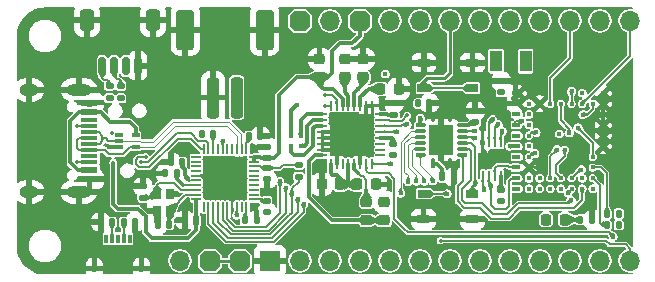
<source format=gbr>
%TF.GenerationSoftware,KiCad,Pcbnew,9.0.0-rc2-3baa6cd791~182~ubuntu24.04.1*%
%TF.CreationDate,2025-02-03T21:50:49-05:00*%
%TF.ProjectId,RoyalBlue54L-Feather,526f7961-6c42-46c7-9565-35344c2d4665,rev?*%
%TF.SameCoordinates,Original*%
%TF.FileFunction,Copper,L1,Top*%
%TF.FilePolarity,Positive*%
%FSLAX46Y46*%
G04 Gerber Fmt 4.6, Leading zero omitted, Abs format (unit mm)*
G04 Created by KiCad (PCBNEW 9.0.0-rc2-3baa6cd791~182~ubuntu24.04.1) date 2025-02-03 21:50:49*
%MOMM*%
%LPD*%
G01*
G04 APERTURE LIST*
G04 Aperture macros list*
%AMRoundRect*
0 Rectangle with rounded corners*
0 $1 Rounding radius*
0 $2 $3 $4 $5 $6 $7 $8 $9 X,Y pos of 4 corners*
0 Add a 4 corners polygon primitive as box body*
4,1,4,$2,$3,$4,$5,$6,$7,$8,$9,$2,$3,0*
0 Add four circle primitives for the rounded corners*
1,1,$1+$1,$2,$3*
1,1,$1+$1,$4,$5*
1,1,$1+$1,$6,$7*
1,1,$1+$1,$8,$9*
0 Add four rect primitives between the rounded corners*
20,1,$1+$1,$2,$3,$4,$5,0*
20,1,$1+$1,$4,$5,$6,$7,0*
20,1,$1+$1,$6,$7,$8,$9,0*
20,1,$1+$1,$8,$9,$2,$3,0*%
%AMOutline5P*
0 Free polygon, 5 corners , with rotation*
0 The origin of the aperture is its center*
0 number of corners: always 5*
0 $1 to $10 corner X, Y*
0 $11 Rotation angle, in degrees counterclockwise*
0 create outline with 5 corners*
4,1,5,$1,$2,$3,$4,$5,$6,$7,$8,$9,$10,$1,$2,$11*%
%AMOutline6P*
0 Free polygon, 6 corners , with rotation*
0 The origin of the aperture is its center*
0 number of corners: always 6*
0 $1 to $12 corner X, Y*
0 $13 Rotation angle, in degrees counterclockwise*
0 create outline with 6 corners*
4,1,6,$1,$2,$3,$4,$5,$6,$7,$8,$9,$10,$11,$12,$1,$2,$13*%
%AMOutline7P*
0 Free polygon, 7 corners , with rotation*
0 The origin of the aperture is its center*
0 number of corners: always 7*
0 $1 to $14 corner X, Y*
0 $15 Rotation angle, in degrees counterclockwise*
0 create outline with 7 corners*
4,1,7,$1,$2,$3,$4,$5,$6,$7,$8,$9,$10,$11,$12,$13,$14,$1,$2,$15*%
%AMOutline8P*
0 Free polygon, 8 corners , with rotation*
0 The origin of the aperture is its center*
0 number of corners: always 8*
0 $1 to $16 corner X, Y*
0 $17 Rotation angle, in degrees counterclockwise*
0 create outline with 8 corners*
4,1,8,$1,$2,$3,$4,$5,$6,$7,$8,$9,$10,$11,$12,$13,$14,$15,$16,$1,$2,$17*%
%AMFreePoly0*
4,1,15,0.140000,-0.355000,0.137310,-0.355000,0.137310,-0.382313,0.116406,-0.432780,0.077780,-0.471406,0.027313,-0.492310,-0.027313,-0.492310,-0.077780,-0.471406,-0.116406,-0.432780,-0.137310,-0.382313,-0.137310,-0.355000,-0.140000,-0.355000,-0.140000,0.355000,0.140000,0.355000,0.140000,-0.355000,0.140000,-0.355000,$1*%
%AMFreePoly1*
4,1,15,0.355000,0.137310,0.382313,0.137310,0.432780,0.116406,0.471406,0.077780,0.492310,0.027313,0.492310,-0.027313,0.471406,-0.077780,0.432780,-0.116406,0.382313,-0.137310,0.355000,-0.137310,0.355000,-0.140000,-0.355000,-0.140000,-0.355000,0.140000,0.355000,0.140000,0.355000,0.137310,0.355000,0.137310,$1*%
%AMFreePoly2*
4,1,15,0.077780,0.471406,0.116406,0.432780,0.137310,0.382313,0.137310,0.355000,0.140000,0.355000,0.140000,-0.355000,-0.140000,-0.355000,-0.140000,0.355000,-0.137310,0.355000,-0.137310,0.382313,-0.116406,0.432780,-0.077780,0.471406,-0.027313,0.492310,0.027313,0.492310,0.077780,0.471406,0.077780,0.471406,$1*%
%AMFreePoly3*
4,1,15,0.355000,-0.140000,-0.355000,-0.140000,-0.355000,-0.137310,-0.382313,-0.137310,-0.432780,-0.116406,-0.471406,-0.077780,-0.492310,-0.027313,-0.492310,0.027313,-0.471406,0.077780,-0.432780,0.116406,-0.382313,0.137310,-0.355000,0.137310,-0.355000,0.140000,0.355000,0.140000,0.355000,-0.140000,0.355000,-0.140000,$1*%
G04 Aperture macros list end*
%TA.AperFunction,SMDPad,CuDef*%
%ADD10RoundRect,0.140000X-0.140000X-0.170000X0.140000X-0.170000X0.140000X0.170000X-0.140000X0.170000X0*%
%TD*%
%TA.AperFunction,SMDPad,CuDef*%
%ADD11RoundRect,0.135000X0.135000X0.185000X-0.135000X0.185000X-0.135000X-0.185000X0.135000X-0.185000X0*%
%TD*%
%TA.AperFunction,SMDPad,CuDef*%
%ADD12RoundRect,0.250000X0.250000X1.500000X-0.250000X1.500000X-0.250000X-1.500000X0.250000X-1.500000X0*%
%TD*%
%TA.AperFunction,SMDPad,CuDef*%
%ADD13RoundRect,0.250001X0.499999X1.449999X-0.499999X1.449999X-0.499999X-1.449999X0.499999X-1.449999X0*%
%TD*%
%TA.AperFunction,SMDPad,CuDef*%
%ADD14C,0.400000*%
%TD*%
%TA.AperFunction,SMDPad,CuDef*%
%ADD15R,0.500000X0.400000*%
%TD*%
%TA.AperFunction,SMDPad,CuDef*%
%ADD16RoundRect,0.135000X-0.135000X-0.185000X0.135000X-0.185000X0.135000X0.185000X-0.135000X0.185000X0*%
%TD*%
%TA.AperFunction,SMDPad,CuDef*%
%ADD17RoundRect,0.140000X-0.170000X0.140000X-0.170000X-0.140000X0.170000X-0.140000X0.170000X0.140000X0*%
%TD*%
%TA.AperFunction,SMDPad,CuDef*%
%ADD18RoundRect,0.100000X-0.100000X-0.100000X0.100000X-0.100000X0.100000X0.100000X-0.100000X0.100000X0*%
%TD*%
%TA.AperFunction,SMDPad,CuDef*%
%ADD19RoundRect,0.062500X0.062500X-0.337500X0.062500X0.337500X-0.062500X0.337500X-0.062500X-0.337500X0*%
%TD*%
%TA.AperFunction,SMDPad,CuDef*%
%ADD20RoundRect,0.062500X0.337500X-0.062500X0.337500X0.062500X-0.337500X0.062500X-0.337500X-0.062500X0*%
%TD*%
%TA.AperFunction,HeatsinkPad*%
%ADD21C,0.500000*%
%TD*%
%TA.AperFunction,HeatsinkPad*%
%ADD22R,3.600000X3.600000*%
%TD*%
%TA.AperFunction,SMDPad,CuDef*%
%ADD23RoundRect,0.135000X0.185000X-0.135000X0.185000X0.135000X-0.185000X0.135000X-0.185000X-0.135000X0*%
%TD*%
%TA.AperFunction,SMDPad,CuDef*%
%ADD24RoundRect,0.140000X0.170000X-0.140000X0.170000X0.140000X-0.170000X0.140000X-0.170000X-0.140000X0*%
%TD*%
%TA.AperFunction,SMDPad,CuDef*%
%ADD25R,1.450000X0.600000*%
%TD*%
%TA.AperFunction,SMDPad,CuDef*%
%ADD26R,1.450000X0.300000*%
%TD*%
%TA.AperFunction,ComponentPad*%
%ADD27O,2.100000X1.000000*%
%TD*%
%TA.AperFunction,ComponentPad*%
%ADD28O,1.600000X1.000000*%
%TD*%
%TA.AperFunction,SMDPad,CuDef*%
%ADD29RoundRect,0.062500X-0.062500X0.387500X-0.062500X-0.387500X0.062500X-0.387500X0.062500X0.387500X0*%
%TD*%
%TA.AperFunction,HeatsinkPad*%
%ADD30R,1.600000X0.200000*%
%TD*%
%TA.AperFunction,SMDPad,CuDef*%
%ADD31RoundRect,0.225000X0.250000X-0.225000X0.250000X0.225000X-0.250000X0.225000X-0.250000X-0.225000X0*%
%TD*%
%TA.AperFunction,SMDPad,CuDef*%
%ADD32R,0.800000X0.900000*%
%TD*%
%TA.AperFunction,SMDPad,CuDef*%
%ADD33RoundRect,0.140000X0.140000X0.170000X-0.140000X0.170000X-0.140000X-0.170000X0.140000X-0.170000X0*%
%TD*%
%TA.AperFunction,SMDPad,CuDef*%
%ADD34RoundRect,0.135000X-0.185000X0.135000X-0.185000X-0.135000X0.185000X-0.135000X0.185000X0.135000X0*%
%TD*%
%TA.AperFunction,SMDPad,CuDef*%
%ADD35RoundRect,0.218750X0.218750X0.256250X-0.218750X0.256250X-0.218750X-0.256250X0.218750X-0.256250X0*%
%TD*%
%TA.AperFunction,SMDPad,CuDef*%
%ADD36R,1.050000X0.650000*%
%TD*%
%TA.AperFunction,SMDPad,CuDef*%
%ADD37FreePoly0,0.000000*%
%TD*%
%TA.AperFunction,SMDPad,CuDef*%
%ADD38FreePoly1,0.000000*%
%TD*%
%TA.AperFunction,SMDPad,CuDef*%
%ADD39FreePoly2,0.000000*%
%TD*%
%TA.AperFunction,SMDPad,CuDef*%
%ADD40FreePoly3,0.000000*%
%TD*%
%TA.AperFunction,SMDPad,CuDef*%
%ADD41R,2.050000X2.550000*%
%TD*%
%TA.AperFunction,SMDPad,CuDef*%
%ADD42RoundRect,0.225000X-0.225000X-0.250000X0.225000X-0.250000X0.225000X0.250000X-0.225000X0.250000X0*%
%TD*%
%TA.AperFunction,SMDPad,CuDef*%
%ADD43R,1.000000X1.800000*%
%TD*%
%TA.AperFunction,SMDPad,CuDef*%
%ADD44R,0.300000X0.800000*%
%TD*%
%TA.AperFunction,SMDPad,CuDef*%
%ADD45R,0.400000X0.800000*%
%TD*%
%TA.AperFunction,SMDPad,CuDef*%
%ADD46RoundRect,0.087500X-0.250000X-0.087500X0.250000X-0.087500X0.250000X0.087500X-0.250000X0.087500X0*%
%TD*%
%TA.AperFunction,SMDPad,CuDef*%
%ADD47RoundRect,0.218750X0.256250X-0.218750X0.256250X0.218750X-0.256250X0.218750X-0.256250X-0.218750X0*%
%TD*%
%TA.AperFunction,SMDPad,CuDef*%
%ADD48RoundRect,0.150000X0.150000X0.625000X-0.150000X0.625000X-0.150000X-0.625000X0.150000X-0.625000X0*%
%TD*%
%TA.AperFunction,SMDPad,CuDef*%
%ADD49RoundRect,0.250000X0.350000X0.650000X-0.350000X0.650000X-0.350000X-0.650000X0.350000X-0.650000X0*%
%TD*%
%TA.AperFunction,SMDPad,CuDef*%
%ADD50RoundRect,0.225000X0.225000X0.250000X-0.225000X0.250000X-0.225000X-0.250000X0.225000X-0.250000X0*%
%TD*%
%TA.AperFunction,SMDPad,CuDef*%
%ADD51RoundRect,0.062500X0.350000X0.062500X-0.350000X0.062500X-0.350000X-0.062500X0.350000X-0.062500X0*%
%TD*%
%TA.AperFunction,SMDPad,CuDef*%
%ADD52RoundRect,0.062500X0.062500X0.350000X-0.062500X0.350000X-0.062500X-0.350000X0.062500X-0.350000X0*%
%TD*%
%TA.AperFunction,ComponentPad*%
%ADD53O,1.700000X1.700000*%
%TD*%
%TA.AperFunction,ComponentPad*%
%ADD54Outline8P,-0.850000X0.425000X-0.425000X0.850000X0.425000X0.850000X0.850000X0.425000X0.850000X-0.425000X0.425000X-0.850000X-0.425000X-0.850000X-0.850000X-0.425000X270.000000*%
%TD*%
%TA.AperFunction,ComponentPad*%
%ADD55R,1.700000X1.700000*%
%TD*%
%TA.AperFunction,ViaPad*%
%ADD56C,0.450000*%
%TD*%
%TA.AperFunction,ViaPad*%
%ADD57C,0.350000*%
%TD*%
%TA.AperFunction,Conductor*%
%ADD58C,0.150000*%
%TD*%
%TA.AperFunction,Conductor*%
%ADD59C,0.300000*%
%TD*%
%TA.AperFunction,Conductor*%
%ADD60C,0.267200*%
%TD*%
%TA.AperFunction,Conductor*%
%ADD61C,0.250000*%
%TD*%
%TA.AperFunction,Conductor*%
%ADD62C,0.100000*%
%TD*%
G04 APERTURE END LIST*
D10*
%TO.P,C25,1*%
%TO.N,/Debugger/nRF52_VDD*%
X100170000Y-41280000D03*
%TO.P,C25,2*%
%TO.N,GND*%
X101130000Y-41280000D03*
%TD*%
D11*
%TO.P,R5,1*%
%TO.N,VDD*%
X117150000Y-51540000D03*
%TO.P,R5,2*%
%TO.N,/nPM1300/NPM1300.SCL*%
X116130000Y-51540000D03*
%TD*%
D12*
%TO.P,J4,1,Pin_1*%
%TO.N,+BATT*%
X84820000Y-40778000D03*
%TO.P,J4,2,Pin_2*%
%TO.N,GND*%
X82820000Y-40778000D03*
D13*
%TO.P,J4,MP,MountPin*%
X87170000Y-35028000D03*
X80470000Y-35028000D03*
%TD*%
D14*
%TO.P,U1,A1,GND*%
%TO.N,GND*%
X115860000Y-40400000D03*
%TO.P,U1,A3,P1.09*%
%TO.N,/Connectors/UART.RX*%
X114060000Y-40400000D03*
%TO.P,U1,A9,GND*%
%TO.N,GND*%
X108660000Y-40400000D03*
D15*
X108410000Y-40400000D03*
D14*
%TO.P,U1,B1,GND*%
X115860000Y-41300000D03*
%TO.P,U1,B2,P1.10*%
%TO.N,/Connectors/UART.TX*%
X114960000Y-41300000D03*
%TO.P,U1,B3,P1.11/AIN4*%
%TO.N,/Connectors/I2C.SDA*%
X114060000Y-41300000D03*
%TO.P,U1,B4,P1.12/AIN5*%
%TO.N,/Connectors/ANALOG.A4*%
X113160000Y-41300000D03*
%TO.P,U1,B5,P1.13/AIN6*%
%TO.N,/Connectors/ANALOG.A5*%
X112260000Y-41300000D03*
%TO.P,U1,B6,P1.14/AIN7*%
%TO.N,/Connectors/DIG.D5*%
X111360000Y-41300000D03*
%TO.P,U1,B7,GND*%
%TO.N,GND*%
X110460000Y-41300000D03*
%TO.P,U1,B8,VDD*%
%TO.N,VDD*%
X109560000Y-41300000D03*
%TO.P,U1,B9,GND*%
%TO.N,GND*%
X108660000Y-41300000D03*
D15*
X108410000Y-41300000D03*
D14*
%TO.P,U1,C8,VDD*%
%TO.N,VDD*%
X109560000Y-42200000D03*
%TO.P,U1,C9,P1.01/XL2*%
%TO.N,Net-(U1-P1.01{slash}XL2)*%
X108660000Y-42200000D03*
D15*
X108410000Y-42200000D03*
D14*
%TO.P,U1,D1,GND*%
%TO.N,GND*%
X115860000Y-43100000D03*
%TO.P,U1,D8,P1.00/XL1*%
%TO.N,Net-(U1-P1.00{slash}XL1)*%
X109560000Y-43100000D03*
%TO.P,U1,D9,P1.02/NFC1*%
%TO.N,Net-(J6-Pin_2)*%
X108660000Y-43100000D03*
D15*
X108410000Y-43100000D03*
D14*
%TO.P,U1,E1,GND*%
%TO.N,GND*%
X115860000Y-44000000D03*
%TO.P,U1,E8,P1.03/NFC2*%
%TO.N,Net-(J6-Pin_4)*%
X109560000Y-44000000D03*
%TO.P,U1,E9,P1.04/AIN0*%
%TO.N,/Connectors/ANALOG.A0*%
X108660000Y-44000000D03*
D15*
X108410000Y-44000000D03*
D14*
%TO.P,U1,F1,GND*%
%TO.N,GND*%
X115860000Y-44900000D03*
%TO.P,U1,F8,P1.05/AIN1*%
%TO.N,/Connectors/ANALOG.A1*%
X109560000Y-44900000D03*
%TO.P,U1,F9,P1.06/AIN2*%
%TO.N,/Connectors/ANALOG.A2*%
X108660000Y-44900000D03*
D15*
X108410000Y-44900000D03*
D14*
%TO.P,U1,G2,~{RESET}*%
%TO.N,/Debugger/SWD_TRG.~{RESET}*%
X114960000Y-45800000D03*
%TO.P,U1,G8,P1.08*%
%TO.N,/Connectors/I2C.SCL*%
X109560000Y-45800000D03*
%TO.P,U1,G9,P1.07/AIN3*%
%TO.N,/Connectors/ANALOG.A3*%
X108660000Y-45800000D03*
D15*
X108410000Y-45800000D03*
D14*
%TO.P,U1,H2,P0.04*%
%TO.N,/nPM1300/NPM1300.SDA*%
X114960000Y-46700000D03*
%TO.P,U1,H8,GND*%
%TO.N,GND*%
X109560000Y-46700000D03*
%TO.P,U1,H9,P2.00*%
%TO.N,/nRF54L15/D3_FLASH*%
X108660000Y-46700000D03*
D15*
X108410000Y-46700000D03*
D14*
%TO.P,U1,J2,P0.03*%
%TO.N,/nPM1300/NPM1300.SCL*%
X114960000Y-47600000D03*
%TO.P,U1,J3,SWDIO*%
%TO.N,/Debugger/SWD_TRG.SWDIO*%
X114060000Y-47600000D03*
%TO.P,U1,J4,P0.00*%
%TO.N,/Connectors/DIG.D11*%
X113160000Y-47600000D03*
%TO.P,U1,J5,P2.09*%
%TO.N,/Connectors/DIG.D12*%
X112260000Y-47600000D03*
%TO.P,U1,J6,P2.07*%
%TO.N,/Connectors/DIG.D13*%
X111360000Y-47600000D03*
%TO.P,U1,J7,P2.03*%
%TO.N,/nRF54L15/D2_FLASH*%
X110460000Y-47600000D03*
%TO.P,U1,J8,P2.02*%
%TO.N,/Connectors/SPI.MOSI*%
X109560000Y-47600000D03*
%TO.P,U1,J9,P2.01*%
%TO.N,/Connectors/SPI.SCK*%
X108660000Y-47600000D03*
D15*
X108410000Y-47600000D03*
D14*
%TO.P,U1,K2,P0.02*%
%TO.N,/nPM1300/NPM1300.INT*%
X114960000Y-48500000D03*
%TO.P,U1,K3,SWDCLK*%
%TO.N,/Debugger/SWD_TRG.SWDCLK*%
X114060000Y-48500000D03*
%TO.P,U1,K4,P0.01*%
%TO.N,/Connectors/DIG.D6*%
X113160000Y-48500000D03*
%TO.P,U1,K5,P2.10*%
%TO.N,/Connectors/DIG.D9*%
X112260000Y-48500000D03*
%TO.P,U1,K6,P2.08*%
%TO.N,/Connectors/DIG.D10*%
X111360000Y-48500000D03*
%TO.P,U1,K7,P2.06*%
%TO.N,Net-(D1-A)*%
X110460000Y-48500000D03*
%TO.P,U1,K8,P2.05*%
%TO.N,/nRF54L15/~{CS}_FLASH*%
X109560000Y-48500000D03*
%TO.P,U1,K9,P2.04*%
%TO.N,/Connectors/SPI.MISO*%
X108660000Y-48500000D03*
D15*
X108410000Y-48500000D03*
%TD*%
D16*
%TO.P,R6,1*%
%TO.N,Net-(D1-K)*%
X113880000Y-51120000D03*
%TO.P,R6,2*%
%TO.N,GND*%
X114900000Y-51120000D03*
%TD*%
D17*
%TO.P,C10,1*%
%TO.N,/Debugger/nRF52_VDD*%
X87380000Y-46750000D03*
%TO.P,C10,2*%
%TO.N,GND*%
X87380000Y-47710000D03*
%TD*%
D11*
%TO.P,R7,1*%
%TO.N,VDD*%
X117150000Y-50600000D03*
%TO.P,R7,2*%
%TO.N,/nPM1300/NPM1300.SDA*%
X116130000Y-50600000D03*
%TD*%
D18*
%TO.P,D3,1,A*%
%TO.N,/nPM1300/VSYS*%
X89420000Y-44050000D03*
%TO.P,D3,2,RK*%
%TO.N,Net-(D3-RK)*%
X90220000Y-44050000D03*
%TO.P,D3,3,GK*%
%TO.N,Net-(D3-GK)*%
X90220000Y-44850000D03*
%TO.P,D3,4,BK*%
%TO.N,Net-(D3-BK)*%
X89420000Y-44850000D03*
%TD*%
D19*
%TO.P,U2,1,VOUT1*%
%TO.N,/nPM1300/VSYS*%
X92770000Y-46380000D03*
%TO.P,U2,2,PVSS1*%
%TO.N,GND*%
X93270000Y-46380000D03*
%TO.P,U2,3,SW1*%
%TO.N,unconnected-(U2-SW1-Pad3)*%
X93770000Y-46380000D03*
%TO.P,U2,4,PVDD*%
%TO.N,/nPM1300/VSYS*%
X94270000Y-46380000D03*
%TO.P,U2,5,SW2*%
%TO.N,Net-(U2-SW2)*%
X94770000Y-46380000D03*
%TO.P,U2,6,PVSS2*%
%TO.N,GND*%
X95270000Y-46380000D03*
%TO.P,U2,7,GPIO0*%
%TO.N,/nPM1300/NPM1300.INT*%
X95770000Y-46380000D03*
%TO.P,U2,8,GPIO1*%
%TO.N,/Connectors/ENABLE*%
X96270000Y-46380000D03*
D20*
%TO.P,U2,9,GPIO2*%
%TO.N,unconnected-(U2-GPIO2-Pad9)*%
X96970000Y-45680000D03*
%TO.P,U2,10,GPIO3*%
%TO.N,unconnected-(U2-GPIO3-Pad10)*%
X96970000Y-45180000D03*
%TO.P,U2,11,GPIO4*%
%TO.N,unconnected-(U2-GPIO4-Pad11)*%
X96970000Y-44680000D03*
%TO.P,U2,12,VDDIO*%
%TO.N,VDD*%
X96970000Y-44180000D03*
%TO.P,U2,13,SDA*%
%TO.N,/nPM1300/NPM1300.SDA*%
X96970000Y-43680000D03*
%TO.P,U2,14,SCL*%
%TO.N,/nPM1300/NPM1300.SCL*%
X96970000Y-43180000D03*
%TO.P,U2,15,SHPHLD*%
%TO.N,/Connectors/SHPHLD*%
X96970000Y-42680000D03*
%TO.P,U2,16,VSET2*%
%TO.N,Net-(U2-VSET2)*%
X96970000Y-42180000D03*
D19*
%TO.P,U2,17,VSET1*%
%TO.N,GND*%
X96270000Y-41480000D03*
%TO.P,U2,18,NTC*%
X95770000Y-41480000D03*
%TO.P,U2,19,VBAT*%
%TO.N,+BATT*%
X95270000Y-41480000D03*
%TO.P,U2,20,VSYS*%
%TO.N,/nPM1300/VSYS*%
X94770000Y-41480000D03*
%TO.P,U2,21,VBUS*%
%TO.N,/Debugger/USB.VBUS*%
X94270000Y-41480000D03*
%TO.P,U2,22,VBUSOUT*%
%TO.N,VBUS*%
X93770000Y-41480000D03*
%TO.P,U2,23,CC1*%
%TO.N,/Debugger/USB.CC1*%
X93270000Y-41480000D03*
%TO.P,U2,24,CC2*%
%TO.N,/Debugger/USB.CC2*%
X92770000Y-41480000D03*
D20*
%TO.P,U2,25,LED0*%
%TO.N,Net-(D3-RK)*%
X92070000Y-42180000D03*
%TO.P,U2,26,LED1*%
%TO.N,Net-(D3-GK)*%
X92070000Y-42680000D03*
%TO.P,U2,27,LED2*%
%TO.N,Net-(D3-BK)*%
X92070000Y-43180000D03*
%TO.P,U2,28,LSIN1/VINLDO1*%
%TO.N,GND*%
X92070000Y-43680000D03*
%TO.P,U2,29,LSOUT1/VOUTLDO1*%
X92070000Y-44180000D03*
%TO.P,U2,30,LSIN2/VINLDO2*%
X92070000Y-44680000D03*
%TO.P,U2,31,LSOUT2/VOUTLDO2*%
X92070000Y-45180000D03*
%TO.P,U2,32,VOUT2*%
%TO.N,Net-(JP1-A)*%
X92070000Y-45680000D03*
D21*
%TO.P,U2,33,AVSS*%
%TO.N,GND*%
X93520000Y-44930000D03*
X94520000Y-44930000D03*
X95520000Y-44930000D03*
X93520000Y-43930000D03*
X94520000Y-43930000D03*
D22*
X94520000Y-43930000D03*
D21*
X95520000Y-43930000D03*
X93520000Y-42930000D03*
X94520000Y-42930000D03*
X95520000Y-42930000D03*
%TD*%
D10*
%TO.P,C23,1*%
%TO.N,Net-(U5-DECUSB)*%
X85860000Y-44040000D03*
%TO.P,C23,2*%
%TO.N,GND*%
X86820000Y-44040000D03*
%TD*%
D23*
%TO.P,R2,1*%
%TO.N,VDD*%
X74043416Y-40825058D03*
%TO.P,R2,2*%
%TO.N,/Connectors/I2C.SCL*%
X74043416Y-39805058D03*
%TD*%
D24*
%TO.P,C24,1*%
%TO.N,VDD*%
X105000000Y-42890000D03*
%TO.P,C24,2*%
%TO.N,GND*%
X105000000Y-41930000D03*
%TD*%
D17*
%TO.P,C19,1*%
%TO.N,Net-(U5-DEC1)*%
X87380000Y-49520000D03*
%TO.P,C19,2*%
%TO.N,GND*%
X87380000Y-50480000D03*
%TD*%
%TO.P,C1,1*%
%TO.N,VDD*%
X98080000Y-44680000D03*
%TO.P,C1,2*%
%TO.N,GND*%
X98080000Y-45640000D03*
%TD*%
D25*
%TO.P,J3,A1,GND*%
%TO.N,GND*%
X72345000Y-41200000D03*
%TO.P,J3,A4,VBUS*%
%TO.N,/Debugger/USB.VBUS*%
X72345000Y-42000000D03*
D26*
%TO.P,J3,A5,CC1*%
%TO.N,/Debugger/USB.CC1*%
X72345000Y-43200000D03*
%TO.P,J3,A6,D+*%
%TO.N,/Debugger/D+*%
X72345000Y-44200000D03*
%TO.P,J3,A7,D-*%
%TO.N,/Debugger/D-*%
X72345000Y-44700000D03*
%TO.P,J3,A8,SBU1*%
%TO.N,unconnected-(J3-SBU1-PadA8)*%
X72345000Y-45700000D03*
D25*
%TO.P,J3,A9,VBUS*%
%TO.N,/Debugger/USB.VBUS*%
X72345000Y-46900000D03*
%TO.P,J3,A12,GND*%
%TO.N,GND*%
X72345000Y-47700000D03*
%TO.P,J3,B1,GND*%
X72345000Y-47700000D03*
%TO.P,J3,B4,VBUS*%
%TO.N,/Debugger/USB.VBUS*%
X72345000Y-46900000D03*
D26*
%TO.P,J3,B5,CC2*%
%TO.N,/Debugger/USB.CC2*%
X72345000Y-46200000D03*
%TO.P,J3,B6,D+*%
%TO.N,/Debugger/D+*%
X72345000Y-45200000D03*
%TO.P,J3,B7,D-*%
%TO.N,/Debugger/D-*%
X72345000Y-43700000D03*
%TO.P,J3,B8,SBU2*%
%TO.N,unconnected-(J3-SBU2-PadB8)*%
X72345000Y-42700000D03*
D25*
%TO.P,J3,B9,VBUS*%
%TO.N,/Debugger/USB.VBUS*%
X72345000Y-42000000D03*
%TO.P,J3,B12,GND*%
%TO.N,GND*%
X72345000Y-41200000D03*
D27*
%TO.P,J3,S1,SHIELD*%
X71430000Y-40130000D03*
D28*
X67250000Y-40130000D03*
D27*
X71430000Y-48770000D03*
D28*
X67250000Y-48770000D03*
%TD*%
D17*
%TO.P,C18,1*%
%TO.N,GND*%
X76870000Y-48290000D03*
%TO.P,C18,2*%
%TO.N,Net-(U5-XC1)*%
X76870000Y-49250000D03*
%TD*%
D29*
%TO.P,U4,1,~{CS}*%
%TO.N,/nRF54L15/~{CS}_FLASH*%
X107150000Y-44575000D03*
%TO.P,U4,2,DO/IO_{1}*%
%TO.N,/Connectors/SPI.MISO*%
X106650000Y-44575000D03*
%TO.P,U4,3,~{WP}/IO_{2}*%
%TO.N,/nRF54L15/D2_FLASH*%
X106150000Y-44575000D03*
%TO.P,U4,4,GND*%
%TO.N,GND*%
X105650000Y-44575000D03*
%TO.P,U4,5,DI/IO_{0}*%
%TO.N,/Connectors/SPI.MOSI*%
X105650000Y-47425000D03*
%TO.P,U4,6,CLK*%
%TO.N,/Connectors/SPI.SCK*%
X106150000Y-47425000D03*
%TO.P,U4,7,~{HOLD}/~{RESET}/IO_{3}*%
%TO.N,/nRF54L15/D3_FLASH*%
X106650000Y-47425000D03*
%TO.P,U4,8,VCC*%
%TO.N,VDD*%
X107150000Y-47425000D03*
D30*
%TO.P,U4,9,EP*%
%TO.N,GND*%
X106400000Y-46000000D03*
%TD*%
D31*
%TO.P,C4,1*%
%TO.N,/nPM1300/VSYS*%
X95520000Y-39065000D03*
%TO.P,C4,2*%
%TO.N,GND*%
X95520000Y-37515000D03*
%TD*%
D32*
%TO.P,Y2,1,1*%
%TO.N,Net-(U5-XC1)*%
X78080000Y-48970000D03*
%TO.P,Y2,2,2*%
%TO.N,GND*%
X78080000Y-50370000D03*
%TO.P,Y2,3,3*%
%TO.N,Net-(U5-XC2)*%
X79180000Y-50370000D03*
%TO.P,Y2,4,4*%
%TO.N,GND*%
X79180000Y-48970000D03*
%TD*%
D33*
%TO.P,C16,1*%
%TO.N,/Debugger/nRF52_VDD*%
X81380000Y-51180000D03*
%TO.P,C16,2*%
%TO.N,GND*%
X80420000Y-51180000D03*
%TD*%
%TO.P,C22,1*%
%TO.N,Net-(U5-DEC4)*%
X80200000Y-46250000D03*
%TO.P,C22,2*%
%TO.N,GND*%
X79240000Y-46250000D03*
%TD*%
D24*
%TO.P,C9,1*%
%TO.N,VDD*%
X107200000Y-40340000D03*
%TO.P,C9,2*%
%TO.N,GND*%
X107200000Y-39380000D03*
%TD*%
D31*
%TO.P,C6,1*%
%TO.N,VBUS*%
X91820000Y-39065000D03*
%TO.P,C6,2*%
%TO.N,GND*%
X91820000Y-37515000D03*
%TD*%
D34*
%TO.P,R8,1*%
%TO.N,/Debugger/nRF52_VDD*%
X90050000Y-46480000D03*
%TO.P,R8,2*%
%TO.N,/Debugger/TRG_~{RESET}_NRF52*%
X90050000Y-47500000D03*
%TD*%
D35*
%TO.P,D1,1,K*%
%TO.N,Net-(D1-K)*%
X112577500Y-51120000D03*
%TO.P,D1,2,A*%
%TO.N,Net-(D1-A)*%
X111002500Y-51120000D03*
%TD*%
D10*
%TO.P,C13,1*%
%TO.N,Net-(J6-Pin_4)*%
X75250000Y-51325000D03*
%TO.P,C13,2*%
%TO.N,GND*%
X76210000Y-51325000D03*
%TD*%
D36*
%TO.P,SW1,1,1*%
%TO.N,GND*%
X104775000Y-51075000D03*
X100625000Y-51075000D03*
%TO.P,SW1,2,2*%
%TO.N,/Debugger/SWD_TRG.~{RESET}*%
X104775000Y-48925000D03*
X100650000Y-48925000D03*
%TD*%
D37*
%TO.P,U6,1,A1*%
%TO.N,GND*%
X101390000Y-42345000D03*
D38*
%TO.P,U6,2,V_{CCA}*%
%TO.N,/Debugger/nRF52_VDD*%
X100345000Y-43140000D03*
%TO.P,U6,3,A2*%
%TO.N,/Debugger/UART_RX_NRF52*%
X100345000Y-43640000D03*
%TO.P,U6,4,A3*%
%TO.N,/Debugger/UART_TX_NRF52*%
X100345000Y-44140000D03*
%TO.P,U6,5,A4*%
%TO.N,/Debugger/TRG_~{RESET}_NRF52*%
X100345000Y-44640000D03*
%TO.P,U6,6,A5*%
%TO.N,/Debugger/TRG_SWDIO_NRF52*%
X100345000Y-45140000D03*
%TO.P,U6,7,A6*%
%TO.N,/Debugger/TRG_SWDCLK_NRF52*%
X100345000Y-45640000D03*
D39*
%TO.P,U6,8,OE*%
%TO.N,/Debugger/nRF52_VDD*%
X101390000Y-46435000D03*
%TO.P,U6,9,GND*%
%TO.N,GND*%
X102890000Y-46435000D03*
D40*
%TO.P,U6,10,B6*%
%TO.N,/Debugger/SWD_TRG.SWDCLK*%
X103935000Y-45640000D03*
%TO.P,U6,11,B5*%
%TO.N,/Debugger/SWD_TRG.SWDIO*%
X103935000Y-45140000D03*
%TO.P,U6,12,B4*%
%TO.N,/Debugger/SWD_TRG.~{RESET}*%
X103935000Y-44640000D03*
%TO.P,U6,13,B3*%
%TO.N,/Connectors/UART.TX*%
X103935000Y-44140000D03*
%TO.P,U6,14,B2*%
%TO.N,/Connectors/UART.RX*%
X103935000Y-43640000D03*
%TO.P,U6,15,V_{CCB}*%
%TO.N,VDD*%
X103935000Y-43140000D03*
D37*
%TO.P,U6,16,B1*%
%TO.N,GND*%
X102890000Y-42345000D03*
D41*
%TO.P,U6,17,GND*%
X102140000Y-44390000D03*
%TD*%
D23*
%TO.P,R4,1*%
%TO.N,Net-(U2-VSET2)*%
X98140000Y-42270000D03*
%TO.P,R4,2*%
%TO.N,GND*%
X98140000Y-41250000D03*
%TD*%
D42*
%TO.P,C11,1*%
%TO.N,+BATT*%
X96985000Y-40060000D03*
%TO.P,C11,2*%
%TO.N,GND*%
X98535000Y-40060000D03*
%TD*%
D43*
%TO.P,Y1,1,1*%
%TO.N,Net-(U1-P1.01{slash}XL2)*%
X106780000Y-37700000D03*
%TO.P,Y1,2,2*%
%TO.N,Net-(U1-P1.00{slash}XL1)*%
X109280000Y-37700000D03*
%TD*%
D36*
%TO.P,SW2,1,1*%
%TO.N,/Connectors/DIG.D11*%
X104775000Y-39975000D03*
X100625000Y-39975000D03*
%TO.P,SW2,2,2*%
%TO.N,GND*%
X104775000Y-37825000D03*
X100650000Y-37825000D03*
%TD*%
D44*
%TO.P,J6,1,Pin_1*%
%TO.N,unconnected-(J6-Pin_1-Pad1)*%
X73750000Y-52750000D03*
%TO.P,J6,2,Pin_2*%
%TO.N,Net-(J6-Pin_2)*%
X74250000Y-52750000D03*
%TO.P,J6,3,Pin_3*%
%TO.N,unconnected-(J6-Pin_3-Pad3)*%
X74750000Y-52750000D03*
%TO.P,J6,4,Pin_4*%
%TO.N,Net-(J6-Pin_4)*%
X75250000Y-52750000D03*
%TO.P,J6,5,Pin_5*%
%TO.N,unconnected-(J6-Pin_5-Pad5)*%
X75750000Y-52750000D03*
D45*
%TO.P,J6,MP,MountPin*%
%TO.N,GND*%
X72750000Y-55250000D03*
X76750000Y-55250000D03*
%TD*%
D31*
%TO.P,C8,1*%
%TO.N,Net-(JP1-A)*%
X97310000Y-51175000D03*
%TO.P,C8,2*%
%TO.N,GND*%
X97310000Y-49625000D03*
%TD*%
D42*
%TO.P,C2,1*%
%TO.N,/nPM1300/VSYS*%
X95025000Y-48140000D03*
%TO.P,C2,2*%
%TO.N,GND*%
X96575000Y-48140000D03*
%TD*%
D23*
%TO.P,R3,1*%
%TO.N,VDD*%
X74983416Y-40825058D03*
%TO.P,R3,2*%
%TO.N,/Connectors/I2C.SDA*%
X74983416Y-39805058D03*
%TD*%
D10*
%TO.P,C15,1*%
%TO.N,/Debugger/nRF52_VDD*%
X85530000Y-51160000D03*
%TO.P,C15,2*%
%TO.N,GND*%
X86490000Y-51160000D03*
%TD*%
D46*
%TO.P,U3,1,IO1*%
%TO.N,unconnected-(U3-IO1-Pad1)*%
X74837500Y-43942500D03*
%TO.P,U3,2,IO2*%
%TO.N,/Debugger/D-*%
X74837500Y-44442500D03*
%TO.P,U3,3*%
%TO.N,GND*%
X74837500Y-44942500D03*
%TO.P,U3,4,IO3*%
%TO.N,/Debugger/D+*%
X76262500Y-44942500D03*
%TO.P,U3,5*%
%TO.N,/Debugger/USB.VBUS*%
X76262500Y-43942500D03*
%TD*%
D47*
%TO.P,L1,1*%
%TO.N,Net-(JP1-A)*%
X95800000Y-51187500D03*
%TO.P,L1,2*%
%TO.N,Net-(U2-SW2)*%
X95800000Y-49612500D03*
%TD*%
D33*
%TO.P,C14,1*%
%TO.N,Net-(J6-Pin_2)*%
X74250000Y-51325000D03*
%TO.P,C14,2*%
%TO.N,GND*%
X73290000Y-51325000D03*
%TD*%
D31*
%TO.P,C5,1*%
%TO.N,/Debugger/USB.VBUS*%
X93950000Y-39065000D03*
%TO.P,C5,2*%
%TO.N,GND*%
X93950000Y-37515000D03*
%TD*%
D24*
%TO.P,C7,1*%
%TO.N,VBUS*%
X87380000Y-45890000D03*
%TO.P,C7,2*%
%TO.N,GND*%
X87380000Y-44930000D03*
%TD*%
D16*
%TO.P,R1,1*%
%TO.N,/Debugger/nRF52_VDD*%
X102190000Y-47510000D03*
%TO.P,R1,2*%
%TO.N,GND*%
X103210000Y-47510000D03*
%TD*%
D33*
%TO.P,C21,1*%
%TO.N,Net-(U5-DEC3)*%
X79720000Y-47210000D03*
%TO.P,C21,2*%
%TO.N,GND*%
X78760000Y-47210000D03*
%TD*%
D48*
%TO.P,J5,1,Pin_1*%
%TO.N,GND*%
X76430000Y-38103000D03*
%TO.P,J5,2,Pin_2*%
%TO.N,VDD*%
X75430000Y-38103000D03*
%TO.P,J5,3,Pin_3*%
%TO.N,/Connectors/I2C.SDA*%
X74430000Y-38103000D03*
%TO.P,J5,4,Pin_4*%
%TO.N,/Connectors/I2C.SCL*%
X73430000Y-38103000D03*
D49*
%TO.P,J5,MP,MountPin*%
%TO.N,GND*%
X77730000Y-34228000D03*
X72130000Y-34228000D03*
%TD*%
D50*
%TO.P,C3,1*%
%TO.N,/nPM1300/VSYS*%
X93555000Y-48140000D03*
%TO.P,C3,2*%
%TO.N,GND*%
X92005000Y-48140000D03*
%TD*%
D33*
%TO.P,C17,1*%
%TO.N,/Debugger/nRF52_VDD*%
X82810000Y-43870000D03*
%TO.P,C17,2*%
%TO.N,GND*%
X81850000Y-43870000D03*
%TD*%
D51*
%TO.P,U5,1,DEC1*%
%TO.N,Net-(U5-DEC1)*%
X86257500Y-49400000D03*
%TO.P,U5,2,P0.00/XL1*%
%TO.N,unconnected-(U5-P0.00{slash}XL1-Pad2)*%
X86257500Y-49000000D03*
%TO.P,U5,3,P0.01/XL2*%
%TO.N,unconnected-(U5-P0.01{slash}XL2-Pad3)*%
X86257500Y-48600000D03*
%TO.P,U5,4,P0.04/AIN2*%
%TO.N,unconnected-(U5-P0.04{slash}AIN2-Pad4)*%
X86257500Y-48200000D03*
%TO.P,U5,5,P0.05/AIN3*%
%TO.N,unconnected-(U5-P0.05{slash}AIN3-Pad5)*%
X86257500Y-47800000D03*
%TO.P,U5,6,P1.09*%
%TO.N,unconnected-(U5-P1.09-Pad6)*%
X86257500Y-47400000D03*
%TO.P,U5,7,P0.11*%
%TO.N,unconnected-(U5-P0.11-Pad7)*%
X86257500Y-47000000D03*
%TO.P,U5,8,VDD*%
%TO.N,/Debugger/nRF52_VDD*%
X86257500Y-46600000D03*
%TO.P,U5,9,VDDH*%
%TO.N,VBUS*%
X86257500Y-46200000D03*
%TO.P,U5,10,VBUS*%
X86257500Y-45800000D03*
D52*
%TO.P,U5,11,DECUSB*%
%TO.N,Net-(U5-DECUSB)*%
X85620000Y-45162500D03*
%TO.P,U5,12,D-*%
%TO.N,/Debugger/D-*%
X85220000Y-45162500D03*
%TO.P,U5,13,D+*%
%TO.N,/Debugger/D+*%
X84820000Y-45162500D03*
%TO.P,U5,14,P0.15*%
%TO.N,unconnected-(U5-P0.15-Pad14)*%
X84420000Y-45162500D03*
%TO.P,U5,15,P0.17*%
%TO.N,unconnected-(U5-P0.17-Pad15)*%
X84020000Y-45162500D03*
%TO.P,U5,16,P0.18/~{RESET}*%
%TO.N,Net-(J8-~{RESET})*%
X83620000Y-45162500D03*
%TO.P,U5,17,P0.20*%
%TO.N,unconnected-(U5-P0.20-Pad17)*%
X83220000Y-45162500D03*
%TO.P,U5,18,VDD*%
%TO.N,/Debugger/nRF52_VDD*%
X82820000Y-45162500D03*
%TO.P,U5,19,SWDIO*%
%TO.N,Net-(J8-SWDIO)*%
X82420000Y-45162500D03*
%TO.P,U5,20,SWDCLK*%
%TO.N,Net-(J8-SWCLK)*%
X82020000Y-45162500D03*
D51*
%TO.P,U5,21,DEC5/NC*%
%TO.N,unconnected-(U5-DEC5{slash}NC-Pad21)*%
X81382500Y-45800000D03*
%TO.P,U5,22,P0.09/NFC1*%
%TO.N,unconnected-(U5-P0.09{slash}NFC1-Pad22)*%
X81382500Y-46200000D03*
%TO.P,U5,23,P0.10/NFC2*%
%TO.N,unconnected-(U5-P0.10{slash}NFC2-Pad23)*%
X81382500Y-46600000D03*
%TO.P,U5,24,ANT*%
%TO.N,unconnected-(U5-ANT-Pad24)*%
X81382500Y-47000000D03*
%TO.P,U5,25,VSS_PA*%
%TO.N,GND*%
X81382500Y-47400000D03*
%TO.P,U5,26,DEC6*%
%TO.N,Net-(U5-DEC4)*%
X81382500Y-47800000D03*
%TO.P,U5,27,DEC3*%
%TO.N,Net-(U5-DEC3)*%
X81382500Y-48200000D03*
%TO.P,U5,28,XC1*%
%TO.N,Net-(U5-XC1)*%
X81382500Y-48600000D03*
%TO.P,U5,29,XC2*%
%TO.N,Net-(U5-XC2)*%
X81382500Y-49000000D03*
%TO.P,U5,30,VDD*%
%TO.N,/Debugger/nRF52_VDD*%
X81382500Y-49400000D03*
D52*
%TO.P,U5,31,P0.03/AIN1*%
%TO.N,unconnected-(U5-P0.03{slash}AIN1-Pad31)*%
X82020000Y-50037500D03*
%TO.P,U5,32,P0.02/AIN0*%
%TO.N,/Debugger/TRG_SWDCLK_NRF52*%
X82420000Y-50037500D03*
%TO.P,U5,33,P0.28/AIN4*%
%TO.N,/Debugger/TRG_SWDIO_NRF52*%
X82820000Y-50037500D03*
%TO.P,U5,34,P0.29/AIN5*%
%TO.N,/Debugger/TRG_~{RESET}_NRF52*%
X83220000Y-50037500D03*
%TO.P,U5,35,P0.30/AIN6*%
%TO.N,/Debugger/UART_TX_NRF52*%
X83620000Y-50037500D03*
%TO.P,U5,36,P0.31/AIN7*%
%TO.N,/Debugger/UART_RX_NRF52*%
X84020000Y-50037500D03*
%TO.P,U5,37,VSS*%
%TO.N,GND*%
X84420000Y-50037500D03*
%TO.P,U5,38,DEC4*%
%TO.N,Net-(U5-DEC4)*%
X84820000Y-50037500D03*
%TO.P,U5,39,DCC*%
%TO.N,unconnected-(U5-DCC-Pad39)*%
X85220000Y-50037500D03*
%TO.P,U5,40,VDD*%
%TO.N,/Debugger/nRF52_VDD*%
X85620000Y-50037500D03*
D21*
%TO.P,U5,41,VSS*%
%TO.N,GND*%
X85370000Y-49150000D03*
X85370000Y-48116667D03*
X85370000Y-47083333D03*
X85370000Y-46050000D03*
X84336667Y-49150000D03*
X84336667Y-48116667D03*
X84336667Y-47083333D03*
X84336667Y-46050000D03*
D22*
X83820000Y-47600000D03*
D21*
X83303333Y-49150000D03*
X83303333Y-48116667D03*
X83303333Y-47083333D03*
X83303333Y-46050000D03*
X82270000Y-49150000D03*
X82270000Y-48116667D03*
X82270000Y-47083333D03*
X82270000Y-46050000D03*
%TD*%
D17*
%TO.P,C12,1*%
%TO.N,VDD*%
X107150000Y-48610000D03*
%TO.P,C12,2*%
%TO.N,GND*%
X107150000Y-49570000D03*
%TD*%
D10*
%TO.P,C20,1*%
%TO.N,GND*%
X78150000Y-51530000D03*
%TO.P,C20,2*%
%TO.N,Net-(U5-XC2)*%
X79110000Y-51530000D03*
%TD*%
D53*
%TO.P,J1,1,Pin_1*%
%TO.N,/Debugger/SWD_TRG.~{RESET}*%
X80010000Y-54610000D03*
D54*
%TO.P,J1,2,Pin_2*%
%TO.N,VDD*%
X82550000Y-54610000D03*
%TO.P,J1,3,Pin_3*%
X85090000Y-54610000D03*
D55*
%TO.P,J1,4,Pin_4*%
%TO.N,GND*%
X87630000Y-54610000D03*
D53*
%TO.P,J1,5,Pin_5*%
%TO.N,/Connectors/ANALOG.A0*%
X90170000Y-54610000D03*
%TO.P,J1,6,Pin_6*%
%TO.N,/Connectors/ANALOG.A1*%
X92710000Y-54610000D03*
%TO.P,J1,7,Pin_7*%
%TO.N,/Connectors/ANALOG.A2*%
X95250000Y-54610000D03*
%TO.P,J1,8,Pin_8*%
%TO.N,/Connectors/ANALOG.A3*%
X97790000Y-54610000D03*
%TO.P,J1,9,Pin_9*%
%TO.N,/Connectors/ANALOG.A4*%
X100330000Y-54610000D03*
%TO.P,J1,10,Pin_10*%
%TO.N,/Connectors/ANALOG.A5*%
X102870000Y-54610000D03*
%TO.P,J1,11,Pin_11*%
%TO.N,/Connectors/SPI.SCK*%
X105410000Y-54610000D03*
%TO.P,J1,12,Pin_12*%
%TO.N,/Connectors/SPI.MOSI*%
X107950000Y-54610000D03*
%TO.P,J1,13,Pin_13*%
%TO.N,/Connectors/SPI.MISO*%
X110490000Y-54610000D03*
%TO.P,J1,14,Pin_14*%
%TO.N,/Connectors/UART.RX*%
X113030000Y-54610000D03*
%TO.P,J1,15,Pin_15*%
%TO.N,/Connectors/UART.TX*%
X115570000Y-54610000D03*
%TO.P,J1,16,Pin_16*%
%TO.N,/Connectors/SHPHLD*%
X118110000Y-54610000D03*
%TD*%
D54*
%TO.P,J2,1,Pin_1*%
%TO.N,+BATT*%
X90170000Y-34290000D03*
D53*
%TO.P,J2,2,Pin_2*%
%TO.N,/Connectors/ENABLE*%
X92710000Y-34290000D03*
D54*
%TO.P,J2,3,Pin_3*%
%TO.N,VBUS*%
X95250000Y-34290000D03*
D53*
%TO.P,J2,4,Pin_4*%
%TO.N,/Connectors/DIG.D13*%
X97790000Y-34290000D03*
%TO.P,J2,5,Pin_5*%
%TO.N,/Connectors/DIG.D12*%
X100330000Y-34290000D03*
%TO.P,J2,6,Pin_6*%
%TO.N,/Connectors/DIG.D11*%
X102870000Y-34290000D03*
%TO.P,J2,7,Pin_7*%
%TO.N,/Connectors/DIG.D10*%
X105410000Y-34290000D03*
%TO.P,J2,8,Pin_8*%
%TO.N,/Connectors/DIG.D9*%
X107950000Y-34290000D03*
%TO.P,J2,9,Pin_9*%
%TO.N,/Connectors/DIG.D6*%
X110490000Y-34290000D03*
%TO.P,J2,10,Pin_10*%
%TO.N,/Connectors/DIG.D5*%
X113030000Y-34290000D03*
%TO.P,J2,11,Pin_11*%
%TO.N,/Connectors/I2C.SCL*%
X115570000Y-34290000D03*
%TO.P,J2,12,Pin_12*%
%TO.N,/Connectors/I2C.SDA*%
X118110000Y-34290000D03*
%TD*%
D56*
%TO.N,GND*%
X105600000Y-44575000D03*
X111045000Y-49230000D03*
X86490000Y-51160000D03*
X101130000Y-41280000D03*
X69000000Y-44000000D03*
X87380000Y-50480000D03*
X98140000Y-41250000D03*
X67000000Y-44000000D03*
X115860000Y-43100000D03*
X69000000Y-48000000D03*
X82820000Y-40778000D03*
X107200000Y-39380000D03*
X102890000Y-46435000D03*
X72345000Y-47700000D03*
X94000000Y-50400000D03*
D57*
X103310000Y-41240000D03*
X110500000Y-44880000D03*
D56*
X76430000Y-38103000D03*
X115860000Y-41300000D03*
X102140000Y-44390000D03*
X108660000Y-40400000D03*
X76000000Y-36000000D03*
X67000000Y-42000000D03*
X105819468Y-45475000D03*
X83000000Y-38000000D03*
D57*
X90240000Y-38150000D03*
D56*
X74000000Y-36000000D03*
X79180000Y-48970000D03*
X110460000Y-41300000D03*
X94000000Y-49600000D03*
X91820000Y-37515000D03*
X76870000Y-48290000D03*
X112890000Y-46980000D03*
X69000000Y-50000000D03*
X87380000Y-47710000D03*
D57*
X88890000Y-47060000D03*
D56*
X69000000Y-42000000D03*
X95520000Y-37515000D03*
X78080000Y-50370000D03*
X69000000Y-46000000D03*
X110320000Y-46700000D03*
X76000000Y-34000000D03*
D57*
X90000000Y-51500000D03*
D56*
X74000000Y-34000000D03*
X97300000Y-49600000D03*
X98535000Y-40060000D03*
X92005000Y-48140000D03*
X87380000Y-44930000D03*
X93950000Y-37515000D03*
D57*
X102070000Y-38140000D03*
X117880000Y-45080000D03*
D56*
X67000000Y-46000000D03*
X105000000Y-41930000D03*
X86820000Y-44040000D03*
X72000000Y-52000000D03*
X97670000Y-48130000D03*
X107150000Y-49570000D03*
X78760000Y-47210000D03*
D57*
X109500000Y-51100000D03*
D56*
X101390000Y-42345000D03*
X72345000Y-41200000D03*
X114900000Y-51120000D03*
X115860000Y-44900000D03*
X115860000Y-40400000D03*
D57*
X80200000Y-45200000D03*
D56*
X117160000Y-36800000D03*
X79240000Y-46250000D03*
X102890000Y-42345000D03*
D57*
X102600000Y-50800000D03*
D56*
X109290000Y-49120000D03*
X108660000Y-41300000D03*
X98080000Y-45640000D03*
X80420000Y-51180000D03*
X115860000Y-44000000D03*
X72000000Y-50000000D03*
D57*
X74400000Y-44950000D03*
D56*
X116530000Y-37350000D03*
X83000000Y-35000000D03*
D57*
X74750000Y-53990000D03*
X89500000Y-52100000D03*
D56*
X104790000Y-51070000D03*
X97395000Y-37825000D03*
X78150000Y-51530000D03*
X81850000Y-43870000D03*
X100650000Y-37825000D03*
%TO.N,/Debugger/USB.VBUS*%
X72345000Y-42000000D03*
X93950000Y-39065000D03*
%TO.N,/Debugger/nRF52_VDD*%
X100350000Y-42510000D03*
X85530000Y-51160000D03*
X81380000Y-51180000D03*
D57*
X74350000Y-46280000D03*
D56*
X87380000Y-46750000D03*
X100170000Y-41280000D03*
X82810000Y-43870000D03*
X101400000Y-46410000D03*
%TO.N,/Connectors/ANALOG.A3*%
X108660000Y-45800000D03*
%TO.N,/Connectors/SPI.SCK*%
X106304035Y-48239445D03*
%TO.N,/Connectors/ANALOG.A1*%
X109560000Y-44900000D03*
%TO.N,/Connectors/SPI.MISO*%
X106960000Y-43060000D03*
X108660000Y-48500000D03*
%TO.N,/Connectors/UART.RX*%
X114060000Y-40400000D03*
X105015565Y-43594999D03*
%TO.N,/Connectors/ANALOG.A2*%
X107930000Y-44900000D03*
D57*
%TO.N,/Connectors/SHPHLD*%
X99240000Y-42300000D03*
X102070000Y-52890000D03*
D56*
%TO.N,/Connectors/ANALOG.A4*%
X112120000Y-43860000D03*
X113170000Y-40210000D03*
%TO.N,/Connectors/SPI.MOSI*%
X105770000Y-48610000D03*
X109560000Y-47600000D03*
%TO.N,+BATT*%
X84820000Y-40778000D03*
X96985000Y-40060000D03*
%TO.N,/Connectors/ANALOG.A5*%
X112970000Y-43780000D03*
%TO.N,/Connectors/ANALOG.A0*%
X108660000Y-44000000D03*
%TO.N,/Connectors/UART.TX*%
X104996662Y-44244726D03*
X114120000Y-42230000D03*
%TO.N,/Connectors/ENABLE*%
X97902892Y-46380000D03*
%TO.N,/Connectors/DIG.D11*%
X114000000Y-46880000D03*
%TO.N,/Connectors/DIG.D9*%
X112260000Y-48500000D03*
%TO.N,/Connectors/I2C.SDA*%
X114060000Y-41300000D03*
X74430000Y-38103000D03*
%TO.N,/Connectors/I2C.SCL*%
X73430000Y-38103000D03*
X110066446Y-45506446D03*
%TO.N,/Connectors/DIG.D12*%
X112578446Y-45200524D03*
%TO.N,/Connectors/DIG.D6*%
X112860000Y-48840000D03*
%TO.N,/Connectors/DIG.D13*%
X111928554Y-45188554D03*
%TO.N,VDD*%
X107150000Y-48610000D03*
X117150000Y-50600000D03*
X107200000Y-40340000D03*
X98080000Y-44680000D03*
X75430000Y-38103000D03*
X105000000Y-42890000D03*
D57*
X74043416Y-40825058D03*
D56*
X117150000Y-51540000D03*
X109560000Y-42200000D03*
D57*
X74983416Y-40825058D03*
D56*
X97395000Y-38785000D03*
X109560000Y-41300000D03*
%TO.N,/Connectors/DIG.D10*%
X111360000Y-48500000D03*
D57*
%TO.N,/Debugger/USB.CC2*%
X92270000Y-41480000D03*
X71325000Y-46200000D03*
%TO.N,/Debugger/USB.CC1*%
X92270000Y-40560000D03*
X71300000Y-43200000D03*
D56*
%TO.N,/nPM1300/VSYS*%
X89920000Y-41370000D03*
X94300000Y-48140000D03*
X95105000Y-40035000D03*
%TO.N,/nPM1300/NPM1300.SCL*%
X116130000Y-51540000D03*
X99241405Y-43043512D03*
%TO.N,Net-(U1-P1.01{slash}XL2)*%
X108660000Y-42200000D03*
X106780000Y-37700000D03*
%TO.N,/nPM1300/NPM1300.SDA*%
X116130000Y-50600000D03*
X98420000Y-43680000D03*
%TO.N,Net-(U1-P1.00{slash}XL1)*%
X109280000Y-37700000D03*
X109560000Y-43100000D03*
%TO.N,/Debugger/SWD_TRG.~{RESET}*%
X105012847Y-48102847D03*
X113694293Y-43344293D03*
X102629293Y-48929293D03*
%TO.N,Net-(D1-A)*%
X110470000Y-48490000D03*
X111002500Y-51120000D03*
%TO.N,Net-(U5-DEC4)*%
X84820000Y-50750000D03*
X80549447Y-47529970D03*
D57*
%TO.N,Net-(J8-SWDIO)*%
X76710000Y-46230000D03*
D56*
%TO.N,/Debugger/SWD_TRG.SWDIO*%
X113130000Y-49480000D03*
X114060000Y-47600000D03*
%TO.N,Net-(J8-~{RESET})*%
X83620000Y-44420000D03*
D57*
X74260000Y-43810000D03*
%TO.N,Net-(J8-SWCLK)*%
X77100000Y-45820000D03*
D56*
%TO.N,/nPM1300/NPM1300.INT*%
X116690000Y-52550000D03*
X114960000Y-48500000D03*
%TO.N,/nRF54L15/~{CS}_FLASH*%
X109560000Y-48500000D03*
X107300000Y-43620000D03*
%TO.N,Net-(JP1-A)*%
X97310000Y-51175000D03*
%TO.N,Net-(J6-Pin_4)*%
X110160000Y-43730000D03*
X75250000Y-51325000D03*
%TO.N,Net-(J6-Pin_2)*%
X108970553Y-42771016D03*
X74250000Y-51325000D03*
%TO.N,/nRF54L15/D2_FLASH*%
X110460000Y-47600000D03*
X106470046Y-42632861D03*
%TO.N,/Debugger/TRG_SWDCLK_NRF52*%
X90480000Y-49790347D03*
X101400000Y-47850000D03*
%TO.N,/Debugger/UART_TX_NRF52*%
X88980000Y-48420000D03*
X99329916Y-47890654D03*
%TO.N,/Debugger/TRG_SWDIO_NRF52*%
X89980000Y-49370000D03*
X100680000Y-47860000D03*
%TO.N,/Debugger/UART_RX_NRF52*%
X98680000Y-48870000D03*
X88480000Y-47880000D03*
%TO.N,/Debugger/TRG_~{RESET}_NRF52*%
X100013185Y-47866815D03*
X89480000Y-48860000D03*
%TO.N,/Debugger/SWD_TRG.SWDCLK*%
X114060000Y-48500000D03*
%TD*%
D58*
%TO.N,GND*%
X83820000Y-47600000D02*
X83620000Y-47400000D01*
D59*
X115860000Y-44000000D02*
X115860000Y-44900000D01*
X93270000Y-44680000D02*
X93520000Y-44930000D01*
X103420000Y-46810000D02*
X103210000Y-47020000D01*
D58*
X105875000Y-45475000D02*
X105650000Y-45250000D01*
D59*
X102890000Y-46435000D02*
X103315000Y-46435000D01*
X95270000Y-44680000D02*
X94520000Y-43930000D01*
X95770000Y-42680000D02*
X94520000Y-43930000D01*
D58*
X105875000Y-45475000D02*
X105819468Y-45475000D01*
D59*
X93270000Y-45180000D02*
X93520000Y-44930000D01*
X115860000Y-40400000D02*
X115860000Y-44900000D01*
X96270000Y-41480000D02*
X95770000Y-41480000D01*
X93270000Y-46380000D02*
X93270000Y-45180000D01*
X97310000Y-49625000D02*
X97310000Y-49610000D01*
X95770000Y-41480000D02*
X95770000Y-42680000D01*
X97310000Y-49610000D02*
X97300000Y-49600000D01*
X102140000Y-44390000D02*
X102250000Y-44500000D01*
D58*
X106400000Y-46000000D02*
X105875000Y-45475000D01*
D59*
X92070000Y-43680000D02*
X94270000Y-43680000D01*
X105600000Y-44575000D02*
X105650000Y-44575000D01*
X92070000Y-45180000D02*
X93270000Y-45180000D01*
D58*
X109560000Y-46700000D02*
X110320000Y-46700000D01*
D59*
X94270000Y-43680000D02*
X94520000Y-43930000D01*
X92070000Y-44180000D02*
X94270000Y-44180000D01*
D58*
X84420000Y-50037500D02*
X84420000Y-49233333D01*
D59*
X94270000Y-44180000D02*
X94520000Y-43930000D01*
D60*
X74850000Y-44942500D02*
X74407500Y-44942500D01*
D59*
X103420000Y-46540000D02*
X103420000Y-46810000D01*
D60*
X74407500Y-44942500D02*
X74400000Y-44950000D01*
D59*
X102250000Y-44500000D02*
X102700000Y-44500000D01*
X97670000Y-48130000D02*
X96585000Y-48130000D01*
X103315000Y-46435000D02*
X103420000Y-46540000D01*
X96585000Y-48130000D02*
X96575000Y-48140000D01*
X115860000Y-43100000D02*
X115860000Y-44000000D01*
X95270000Y-46380000D02*
X95270000Y-44680000D01*
X103210000Y-47020000D02*
X103210000Y-47510000D01*
D58*
X104785000Y-51075000D02*
X104790000Y-51070000D01*
X84420000Y-49233333D02*
X84336667Y-49150000D01*
X83620000Y-47400000D02*
X81382500Y-47400000D01*
D59*
X92070000Y-44680000D02*
X93270000Y-44680000D01*
D58*
X105650000Y-45250000D02*
X105650000Y-44575000D01*
X104775000Y-51075000D02*
X104785000Y-51075000D01*
D59*
%TO.N,/Debugger/USB.VBUS*%
X94270000Y-41480000D02*
X94270000Y-40650000D01*
X75760000Y-42840000D02*
X76250000Y-43330000D01*
X72345000Y-42000000D02*
X73280000Y-42000000D01*
X74120000Y-42840000D02*
X75760000Y-42840000D01*
X71350000Y-46900000D02*
X70725000Y-46275000D01*
X93950000Y-40330000D02*
X93950000Y-39065000D01*
X94270000Y-40650000D02*
X93950000Y-40330000D01*
X71475000Y-42000000D02*
X72345000Y-42000000D01*
X73280000Y-42000000D02*
X74120000Y-42840000D01*
X76250000Y-43330000D02*
X76250000Y-43942500D01*
X70725000Y-42750000D02*
X71475000Y-42000000D01*
X70725000Y-46275000D02*
X70725000Y-42750000D01*
X72345000Y-46900000D02*
X71350000Y-46900000D01*
%TO.N,/Debugger/nRF52_VDD*%
X74350000Y-46280000D02*
X74350000Y-49800000D01*
X74350000Y-49800000D02*
X74730000Y-50180000D01*
D58*
X85620000Y-50640000D02*
X85530000Y-50730000D01*
X87380000Y-46750000D02*
X86980000Y-46750000D01*
D59*
X81380000Y-52000000D02*
X81380000Y-51180000D01*
X85530000Y-51160000D02*
X85530000Y-50730000D01*
D58*
X82820000Y-43880000D02*
X82820000Y-45162500D01*
D59*
X101810000Y-46410000D02*
X101400000Y-46410000D01*
X102190000Y-47510000D02*
X102190000Y-46790000D01*
D58*
X88450000Y-46750000D02*
X87380000Y-46750000D01*
D59*
X74730000Y-50180000D02*
X76480000Y-50180000D01*
D58*
X86830000Y-46600000D02*
X86257500Y-46600000D01*
D59*
X100350000Y-43135000D02*
X100345000Y-43140000D01*
D58*
X90050000Y-46480000D02*
X88720000Y-46480000D01*
D59*
X100350000Y-42510000D02*
X100350000Y-43135000D01*
X77610000Y-52690000D02*
X80690000Y-52690000D01*
D58*
X88720000Y-46480000D02*
X88450000Y-46750000D01*
D59*
X76480000Y-50180000D02*
X77110000Y-50810000D01*
X80690000Y-52690000D02*
X81380000Y-52000000D01*
X81380000Y-49477500D02*
X81382500Y-49475000D01*
X102190000Y-46790000D02*
X101810000Y-46410000D01*
X77110000Y-50810000D02*
X77110000Y-52190000D01*
X81380000Y-51180000D02*
X81380000Y-49477500D01*
X77110000Y-52190000D02*
X77610000Y-52690000D01*
D58*
X85620000Y-50037500D02*
X85620000Y-50640000D01*
X82810000Y-43870000D02*
X82820000Y-43880000D01*
X86980000Y-46750000D02*
X86830000Y-46600000D01*
%TO.N,/Connectors/SPI.SCK*%
X107860000Y-47840000D02*
X108100000Y-47600000D01*
X106670000Y-50250000D02*
X107620000Y-50250000D01*
X107860000Y-49990000D02*
X107860000Y-47840000D01*
X106150000Y-47425000D02*
X106150000Y-48085410D01*
X107620000Y-50230000D02*
X107860000Y-49990000D01*
X107620000Y-50250000D02*
X107620000Y-50230000D01*
X108100000Y-47600000D02*
X108410000Y-47600000D01*
X106304035Y-48239445D02*
X106304035Y-49884035D01*
X106304035Y-49884035D02*
X106670000Y-50250000D01*
X106150000Y-48085410D02*
X106304035Y-48239445D01*
%TO.N,/Connectors/SPI.MISO*%
X106650000Y-43370000D02*
X106960000Y-43060000D01*
X106650000Y-44575000D02*
X106650000Y-43370000D01*
%TO.N,/Connectors/UART.RX*%
X103935000Y-43640000D02*
X104970564Y-43640000D01*
X104970564Y-43640000D02*
X105015565Y-43594999D01*
%TO.N,/Connectors/ANALOG.A2*%
X107930000Y-44900000D02*
X108660000Y-44900000D01*
%TO.N,/Connectors/SHPHLD*%
X97715726Y-42680000D02*
X97801726Y-42766000D01*
X117750000Y-53220000D02*
X118110000Y-53580000D01*
X96970000Y-42680000D02*
X97715726Y-42680000D01*
X116050000Y-52890000D02*
X116380000Y-53220000D01*
X102070000Y-52890000D02*
X116050000Y-52890000D01*
X118110000Y-53580000D02*
X118110000Y-54610000D01*
X97801726Y-42766000D02*
X98774000Y-42766000D01*
X116380000Y-53220000D02*
X117750000Y-53220000D01*
X98774000Y-42766000D02*
X99240000Y-42300000D01*
%TO.N,/Connectors/ANALOG.A4*%
X113160000Y-41300000D02*
X113160000Y-40220000D01*
X113160000Y-40220000D02*
X113170000Y-40210000D01*
%TO.N,/Connectors/SPI.MOSI*%
X105650000Y-48490000D02*
X105770000Y-48610000D01*
X105650000Y-47425000D02*
X105650000Y-48490000D01*
D59*
%TO.N,+BATT*%
X95270000Y-40760000D02*
X95970000Y-40060000D01*
X95970000Y-40060000D02*
X96985000Y-40060000D01*
X95270000Y-41480000D02*
X95270000Y-40760000D01*
D58*
%TO.N,/Connectors/ANALOG.A5*%
X112970000Y-43780000D02*
X112970000Y-43430000D01*
X112260000Y-42720000D02*
X112260000Y-41300000D01*
X112970000Y-43430000D02*
X112260000Y-42720000D01*
%TO.N,/Connectors/UART.TX*%
X114960000Y-41740000D02*
X114960000Y-41300000D01*
X114120000Y-42230000D02*
X114470000Y-42230000D01*
X104891936Y-44140000D02*
X104996662Y-44244726D01*
X103935000Y-44140000D02*
X104891936Y-44140000D01*
X114470000Y-42230000D02*
X114960000Y-41740000D01*
%TO.N,/Connectors/ENABLE*%
X97902892Y-46380000D02*
X96270000Y-46380000D01*
D61*
%TO.N,/Connectors/DIG.D11*%
X102870000Y-38680000D02*
X102870000Y-34290000D01*
D58*
X114000000Y-46880000D02*
X113880000Y-46880000D01*
D61*
X102400000Y-39150000D02*
X102870000Y-38680000D01*
X100625000Y-39425000D02*
X100900000Y-39150000D01*
X100625000Y-39975000D02*
X100625000Y-39425000D01*
D58*
X113880000Y-46880000D02*
X113160000Y-47600000D01*
D61*
X100900000Y-39150000D02*
X102400000Y-39150000D01*
D58*
X100625000Y-39975000D02*
X104775000Y-39975000D01*
%TO.N,/Connectors/I2C.SDA*%
X74840000Y-39210000D02*
X74983416Y-39353416D01*
X74430000Y-38950000D02*
X74690000Y-39210000D01*
X74690000Y-39210000D02*
X74840000Y-39210000D01*
X118110000Y-37250000D02*
X118110000Y-34290000D01*
X74430000Y-38103000D02*
X74430000Y-38950000D01*
X114060000Y-41300000D02*
X118110000Y-37250000D01*
X74983416Y-39353416D02*
X74983416Y-39805058D01*
%TO.N,/Connectors/I2C.SCL*%
X74043416Y-39805058D02*
X74043416Y-39453416D01*
X110066446Y-45506446D02*
X109853554Y-45506446D01*
X109853554Y-45506446D02*
X109560000Y-45800000D01*
X73590000Y-39280000D02*
X73430000Y-39120000D01*
X74043416Y-39453416D02*
X73870000Y-39280000D01*
X73430000Y-39120000D02*
X73430000Y-38103000D01*
X73870000Y-39280000D02*
X73590000Y-39280000D01*
%TO.N,/Connectors/DIG.D12*%
X112578446Y-45721554D02*
X112578446Y-45200524D01*
X111850000Y-46450000D02*
X112578446Y-45721554D01*
X111850000Y-47190000D02*
X111850000Y-46450000D01*
X112260000Y-47600000D02*
X111850000Y-47190000D01*
%TO.N,/Connectors/DIG.D6*%
X112860000Y-48840000D02*
X113160000Y-48540000D01*
X113160000Y-48540000D02*
X113160000Y-48500000D01*
%TO.N,/Connectors/DIG.D13*%
X111360000Y-45757108D02*
X111928554Y-45188554D01*
X111360000Y-47600000D02*
X111360000Y-45757108D01*
%TO.N,/Connectors/DIG.D5*%
X113030000Y-34290000D02*
X113030000Y-37460000D01*
X111360000Y-39130000D02*
X111360000Y-41300000D01*
X113030000Y-37460000D02*
X111360000Y-39130000D01*
D60*
%TO.N,VDD*%
X85090000Y-54610000D02*
X82550000Y-54610000D01*
D59*
X97930000Y-44180000D02*
X96970000Y-44180000D01*
X104440000Y-43140000D02*
X103935000Y-43140000D01*
X98080000Y-44330000D02*
X97930000Y-44180000D01*
X105000000Y-42890000D02*
X104690000Y-42890000D01*
X104690000Y-42890000D02*
X104440000Y-43140000D01*
X107150000Y-47425000D02*
X107150000Y-48610000D01*
X98080000Y-44680000D02*
X98080000Y-44330000D01*
D58*
%TO.N,Net-(U2-SW2)*%
X95294904Y-47390000D02*
X95463342Y-47390000D01*
D59*
X95800000Y-49612500D02*
X95800000Y-48600000D01*
X94770000Y-46865096D02*
X95102452Y-47197548D01*
X94770000Y-46380000D02*
X94770000Y-46865096D01*
D58*
X95102452Y-47197548D02*
X95294904Y-47390000D01*
X95463342Y-47390000D02*
X95800000Y-47726658D01*
X95800000Y-47726658D02*
X95800000Y-48600000D01*
%TO.N,/Debugger/USB.CC2*%
X72345000Y-46200000D02*
X71325000Y-46200000D01*
X92770000Y-41480000D02*
X92270000Y-41480000D01*
%TO.N,/Debugger/USB.CC1*%
X93270000Y-40960000D02*
X93270000Y-41480000D01*
X72345000Y-43200000D02*
X71300000Y-43200000D01*
X92870000Y-40560000D02*
X93270000Y-40960000D01*
X92270000Y-40560000D02*
X92870000Y-40560000D01*
%TO.N,/Debugger/D-*%
X73425000Y-44370000D02*
X73425000Y-44475000D01*
D62*
X85220000Y-44700386D02*
X85220000Y-45162500D01*
X85184100Y-43902026D02*
X85184100Y-44664486D01*
D58*
X73425000Y-44225000D02*
X73570000Y-44225000D01*
D62*
X73425000Y-44370000D02*
X73570000Y-44225000D01*
X79452026Y-42845900D02*
X84127974Y-42845900D01*
D58*
X73425000Y-44225000D02*
X73425000Y-44370000D01*
X73942500Y-44442500D02*
X74850000Y-44442500D01*
D62*
X76602500Y-44442500D02*
X76726902Y-44566902D01*
X77731024Y-44566902D02*
X79452026Y-42845900D01*
D58*
X73125000Y-43700000D02*
X73425000Y-44000000D01*
D62*
X74850000Y-44442500D02*
X76602500Y-44442500D01*
D58*
X73425000Y-44475000D02*
X73200000Y-44700000D01*
X72345000Y-43700000D02*
X73125000Y-43700000D01*
X73425000Y-44000000D02*
X73425000Y-44080000D01*
X73200000Y-44700000D02*
X72345000Y-44700000D01*
D62*
X85184100Y-44664486D02*
X85220000Y-44700386D01*
X73570000Y-44225000D02*
X73425000Y-44080000D01*
D58*
X73570000Y-44225000D02*
X73725000Y-44225000D01*
X73425000Y-44080000D02*
X73425000Y-44225000D01*
D62*
X84127974Y-42845900D02*
X85184100Y-43902026D01*
D58*
X73725000Y-44225000D02*
X73942500Y-44442500D01*
D62*
X76726902Y-44566902D02*
X77731024Y-44566902D01*
D59*
%TO.N,/nPM1300/VSYS*%
X92770000Y-47170000D02*
X92900000Y-47300000D01*
X93555000Y-48140000D02*
X94300000Y-48140000D01*
X94770000Y-41480000D02*
X94770000Y-40370000D01*
X94300000Y-48140000D02*
X95025000Y-48140000D01*
X94270000Y-46380000D02*
X94270000Y-48110000D01*
X92770000Y-46380000D02*
X92770000Y-47170000D01*
X92900000Y-47300000D02*
X93300000Y-47300000D01*
X93555000Y-47555000D02*
X93555000Y-48140000D01*
X89420000Y-44050000D02*
X89420000Y-41870000D01*
X89420000Y-41870000D02*
X89920000Y-41370000D01*
X93300000Y-47300000D02*
X93555000Y-47555000D01*
X94270000Y-48110000D02*
X94300000Y-48140000D01*
X94770000Y-40370000D02*
X95520000Y-39620000D01*
X95520000Y-39620000D02*
X95520000Y-39065000D01*
%TO.N,VBUS*%
X92555000Y-39065000D02*
X92900000Y-38720000D01*
X88370000Y-45460000D02*
X88370000Y-40590000D01*
X86800000Y-45800000D02*
X86890000Y-45890000D01*
X87380000Y-45890000D02*
X87940000Y-45890000D01*
X86257500Y-45800000D02*
X86800000Y-45800000D01*
X91820000Y-39680000D02*
X91820000Y-39065000D01*
X92210000Y-40070000D02*
X91820000Y-39680000D01*
X87940000Y-45890000D02*
X88370000Y-45460000D01*
X91820000Y-39065000D02*
X92555000Y-39065000D01*
X93770000Y-40910000D02*
X92930000Y-40070000D01*
X88370000Y-40590000D02*
X89895000Y-39065000D01*
X92900000Y-36850000D02*
X93550000Y-36200000D01*
X86257500Y-45800000D02*
X86257500Y-46125000D01*
X93770000Y-41480000D02*
X93770000Y-40910000D01*
X92900000Y-38720000D02*
X92900000Y-36850000D01*
X93550000Y-36200000D02*
X94580000Y-36200000D01*
X86890000Y-45890000D02*
X87380000Y-45890000D01*
X95250000Y-35530000D02*
X95250000Y-34290000D01*
X89895000Y-39065000D02*
X91820000Y-39065000D01*
X94580000Y-36200000D02*
X95250000Y-35530000D01*
X92930000Y-40070000D02*
X92210000Y-40070000D01*
D58*
%TO.N,/Debugger/D+*%
X72345000Y-45200000D02*
X73625000Y-45200000D01*
D62*
X76250000Y-44942500D02*
X76257500Y-44950000D01*
D58*
X71450000Y-45200000D02*
X72345000Y-45200000D01*
X72345000Y-44200000D02*
X71450000Y-44200000D01*
X71300000Y-44350000D02*
X71300000Y-45050000D01*
D62*
X84855900Y-44664486D02*
X84820000Y-44700386D01*
D58*
X71300000Y-45050000D02*
X71450000Y-45200000D01*
X74000000Y-45575000D02*
X75150000Y-45575000D01*
X75782500Y-44942500D02*
X76250000Y-44942500D01*
X73625000Y-45200000D02*
X74000000Y-45575000D01*
D62*
X84820000Y-44700386D02*
X84820000Y-45162500D01*
X84855900Y-44037974D02*
X84855900Y-44664486D01*
X76257500Y-44950000D02*
X77812074Y-44950000D01*
X77812074Y-44950000D02*
X79587974Y-43174100D01*
D58*
X71450000Y-44200000D02*
X71300000Y-44350000D01*
D62*
X83992026Y-43174100D02*
X84855900Y-44037974D01*
X79587974Y-43174100D02*
X83992026Y-43174100D01*
D58*
X75150000Y-45575000D02*
X75782500Y-44942500D01*
%TO.N,/nPM1300/NPM1300.SCL*%
X115570000Y-48210000D02*
X115570000Y-51380000D01*
X115570000Y-51380000D02*
X115730000Y-51540000D01*
X98891463Y-43043512D02*
X98754975Y-43180000D01*
X98754975Y-43180000D02*
X96970000Y-43180000D01*
X114960000Y-47600000D02*
X115570000Y-48210000D01*
X99241405Y-43043512D02*
X98891463Y-43043512D01*
X116130000Y-51540000D02*
X115730000Y-51540000D01*
%TO.N,/nPM1300/NPM1300.SDA*%
X115650000Y-46700000D02*
X116130000Y-47180000D01*
X116130000Y-47180000D02*
X116130000Y-50600000D01*
X96970000Y-43680000D02*
X98420000Y-43680000D01*
X114960000Y-46700000D02*
X115650000Y-46700000D01*
%TO.N,/Debugger/SWD_TRG.~{RESET}*%
X102629293Y-48929293D02*
X102624293Y-48924293D01*
X105012847Y-47962847D02*
X105009293Y-47959293D01*
X105009293Y-47959293D02*
X105009293Y-44964464D01*
X114959293Y-44609293D02*
X114959293Y-45799293D01*
X104774293Y-48924293D02*
X104774293Y-48341401D01*
X105012847Y-48102847D02*
X105012847Y-47962847D01*
X104684122Y-44639293D02*
X103934293Y-44639293D01*
X113694293Y-43344293D02*
X114959293Y-44609293D01*
X105009293Y-44964464D02*
X104684122Y-44639293D01*
X104774293Y-48341401D02*
X105012847Y-48102847D01*
X102624293Y-48924293D02*
X100649293Y-48924293D01*
D59*
%TO.N,Net-(U2-VSET2)*%
X97550000Y-42180000D02*
X96970000Y-42180000D01*
X97640000Y-42270000D02*
X97550000Y-42180000D01*
X98140000Y-42270000D02*
X97640000Y-42270000D01*
%TO.N,Net-(D1-K)*%
X113880000Y-51120000D02*
X112577500Y-51120000D01*
D58*
%TO.N,Net-(U5-XC1)*%
X76870000Y-49250000D02*
X77800000Y-49250000D01*
X77800000Y-49250000D02*
X78080000Y-48970000D01*
X78080000Y-48970000D02*
X78080000Y-48170000D01*
X78080000Y-48170000D02*
X78230000Y-48020000D01*
X78230000Y-48020000D02*
X79488959Y-48020000D01*
X79488959Y-48020000D02*
X80068959Y-48600000D01*
X80068959Y-48600000D02*
X81382500Y-48600000D01*
%TO.N,Net-(U5-DEC1)*%
X86870000Y-49400000D02*
X86257500Y-49400000D01*
D59*
X86990000Y-49520000D02*
X86930000Y-49460000D01*
D58*
X86930000Y-49460000D02*
X86870000Y-49400000D01*
D59*
X87380000Y-49520000D02*
X86990000Y-49520000D01*
D58*
%TO.N,Net-(U5-XC2)*%
X79910000Y-49640000D02*
X79910000Y-49550000D01*
X79110000Y-51530000D02*
X79110000Y-50440000D01*
X79180000Y-50370000D02*
X79910000Y-49640000D01*
X79110000Y-50440000D02*
X79180000Y-50370000D01*
X79910000Y-49550000D02*
X80460000Y-49000000D01*
X80460000Y-49000000D02*
X81382500Y-49000000D01*
D59*
%TO.N,Net-(U5-DEC3)*%
X79720000Y-47210000D02*
X79720000Y-47650000D01*
X79720000Y-47650000D02*
X80245000Y-48175000D01*
D58*
X81382500Y-48200000D02*
X80270000Y-48200000D01*
X80270000Y-48200000D02*
X80245000Y-48175000D01*
D61*
%TO.N,Net-(U5-DEC4)*%
X80400000Y-47379740D02*
X80550130Y-47529870D01*
X80550130Y-47529870D02*
X80549547Y-47529870D01*
D62*
X80890000Y-47800000D02*
X80790000Y-47700000D01*
D61*
X80550130Y-47529870D02*
X80745260Y-47725000D01*
D58*
X84820000Y-50037500D02*
X84820000Y-50750000D01*
D61*
X80549547Y-47529870D02*
X80549447Y-47529970D01*
D59*
X80200000Y-46250000D02*
X80200000Y-46670000D01*
X80400000Y-46870000D02*
X80400000Y-47370000D01*
D61*
X80400000Y-47370000D02*
X80400000Y-47379740D01*
D59*
X80200000Y-46670000D02*
X80400000Y-46870000D01*
D62*
X81382500Y-47800000D02*
X80890000Y-47800000D01*
D58*
%TO.N,Net-(J8-SWDIO)*%
X77310000Y-46230000D02*
X79740000Y-43800000D01*
X79740000Y-43800000D02*
X80948518Y-43800000D01*
X82420000Y-44640000D02*
X82420000Y-45162500D01*
X81568518Y-44420000D02*
X82200000Y-44420000D01*
X82200000Y-44420000D02*
X82420000Y-44640000D01*
X80948518Y-43800000D02*
X81568518Y-44420000D01*
X76710000Y-46230000D02*
X77310000Y-46230000D01*
D59*
%TO.N,Net-(U5-DECUSB)*%
X85860000Y-44390000D02*
X85770000Y-44480000D01*
D58*
X85620000Y-44630000D02*
X85620000Y-45162500D01*
D59*
X85860000Y-44040000D02*
X85860000Y-44390000D01*
D58*
X85770000Y-44480000D02*
X85620000Y-44630000D01*
%TO.N,/Debugger/SWD_TRG.SWDIO*%
X104660000Y-45280000D02*
X104520000Y-45140000D01*
X104660000Y-47750000D02*
X104660000Y-45280000D01*
X108640000Y-49730000D02*
X107710000Y-50660000D01*
X112880000Y-49730000D02*
X108640000Y-49730000D01*
X103870000Y-49420000D02*
X103870000Y-48540000D01*
X107710000Y-50660000D02*
X106480000Y-50660000D01*
X105550000Y-49730000D02*
X104180000Y-49730000D01*
X113130000Y-49480000D02*
X112880000Y-49730000D01*
X104180000Y-49730000D02*
X103870000Y-49420000D01*
X104520000Y-45140000D02*
X103935000Y-45140000D01*
X103870000Y-48540000D02*
X104660000Y-47750000D01*
X106480000Y-50660000D02*
X105550000Y-49730000D01*
%TO.N,Net-(J8-~{RESET})*%
X83620000Y-45162500D02*
X83620000Y-44420000D01*
%TO.N,Net-(J8-SWCLK)*%
X77420000Y-46680000D02*
X79800000Y-44300000D01*
X76250000Y-46430000D02*
X76500000Y-46680000D01*
X81762500Y-45162500D02*
X82020000Y-45162500D01*
X77100000Y-45820000D02*
X76480000Y-45820000D01*
X76500000Y-46680000D02*
X77420000Y-46680000D01*
X76480000Y-45820000D02*
X76250000Y-46050000D01*
X79800000Y-44300000D02*
X80900000Y-44300000D01*
X76250000Y-46050000D02*
X76250000Y-46430000D01*
X80900000Y-44300000D02*
X81762500Y-45162500D01*
%TO.N,/nRF54L15/D3_FLASH*%
X107900000Y-46700000D02*
X107750000Y-46550000D01*
X106880000Y-46550000D02*
X106650000Y-46780000D01*
X108410000Y-46700000D02*
X107900000Y-46700000D01*
X107750000Y-46550000D02*
X106880000Y-46550000D01*
X106650000Y-46780000D02*
X106650000Y-47425000D01*
%TO.N,/nPM1300/NPM1300.INT*%
X99320000Y-52190000D02*
X107760000Y-52190000D01*
X98170000Y-51040000D02*
X99010000Y-51880000D01*
X99010000Y-51880000D02*
X99320000Y-52190000D01*
X98170000Y-47662893D02*
X98170000Y-48180000D01*
X95990000Y-47170000D02*
X97010000Y-47170000D01*
X95770000Y-46950000D02*
X95880000Y-47060000D01*
X116330000Y-52190000D02*
X116690000Y-52550000D01*
X97010000Y-47170000D02*
X97677107Y-47170000D01*
X95770000Y-46380000D02*
X95770000Y-46950000D01*
X95880000Y-47060000D02*
X95990000Y-47170000D01*
X107760000Y-52190000D02*
X116330000Y-52190000D01*
X98170000Y-48180000D02*
X98170000Y-51040000D01*
X97677107Y-47170000D02*
X98170000Y-47662893D01*
%TO.N,/nRF54L15/~{CS}_FLASH*%
X107150000Y-44575000D02*
X107150000Y-43770000D01*
X107150000Y-43770000D02*
X107300000Y-43620000D01*
D59*
%TO.N,Net-(D3-BK)*%
X89420000Y-45380000D02*
X89420000Y-44850000D01*
X91510000Y-43180000D02*
X91300000Y-43390000D01*
X92070000Y-43180000D02*
X91510000Y-43180000D01*
X91300000Y-43390000D02*
X91300000Y-44847106D01*
X89680000Y-45640000D02*
X89420000Y-45380000D01*
X90507106Y-45640000D02*
X89680000Y-45640000D01*
X91300000Y-44847106D02*
X90507106Y-45640000D01*
%TO.N,Net-(D3-RK)*%
X90220000Y-42720000D02*
X90760000Y-42180000D01*
X90220000Y-44050000D02*
X90220000Y-42720000D01*
X90760000Y-42180000D02*
X92070000Y-42180000D01*
%TO.N,Net-(D3-GK)*%
X90590000Y-44850000D02*
X90220000Y-44850000D01*
X90800000Y-43180000D02*
X90800000Y-44640000D01*
X91300000Y-42680000D02*
X90800000Y-43180000D01*
X92070000Y-42680000D02*
X91300000Y-42680000D01*
X90800000Y-44640000D02*
X90590000Y-44850000D01*
%TO.N,Net-(JP1-A)*%
X92875000Y-51175000D02*
X90900000Y-49200000D01*
X97297500Y-51187500D02*
X97310000Y-51175000D01*
X97310000Y-51175000D02*
X92875000Y-51175000D01*
X92070000Y-45680000D02*
X91410000Y-45680000D01*
X95800000Y-51187500D02*
X97297500Y-51187500D01*
X90900000Y-46190000D02*
X91410000Y-45680000D01*
X90900000Y-49200000D02*
X90900000Y-46190000D01*
D58*
%TO.N,Net-(J6-Pin_4)*%
X75250000Y-52750000D02*
X75250000Y-51325000D01*
X109830000Y-43730000D02*
X109560000Y-44000000D01*
X110160000Y-43730000D02*
X109830000Y-43730000D01*
%TO.N,Net-(J6-Pin_2)*%
X74250000Y-52750000D02*
X74250000Y-51325000D01*
X108410000Y-42850000D02*
X108410000Y-43100000D01*
X108488984Y-42771016D02*
X108410000Y-42850000D01*
X108970553Y-42771016D02*
X108488984Y-42771016D01*
%TO.N,/nRF54L15/D2_FLASH*%
X106470046Y-42632861D02*
X106150000Y-42952907D01*
X106150000Y-42952907D02*
X106150000Y-44575000D01*
D62*
%TO.N,/Debugger/TRG_SWDCLK_NRF52*%
X100345000Y-46505000D02*
X100345000Y-45640000D01*
X101400000Y-47560000D02*
X100345000Y-46505000D01*
D58*
X82420000Y-50037500D02*
X82420000Y-51464924D01*
X87940000Y-52970000D02*
X90480000Y-50430000D01*
X83925076Y-52970000D02*
X87940000Y-52970000D01*
X82420000Y-51464924D02*
X83925076Y-52970000D01*
X90480000Y-50430000D02*
X90480000Y-49790347D01*
D62*
X101400000Y-47850000D02*
X101400000Y-47560000D01*
%TO.N,/Debugger/UART_TX_NRF52*%
X99540000Y-44140000D02*
X100345000Y-44140000D01*
D58*
X84500000Y-52060000D02*
X87510000Y-52060000D01*
D62*
X99329916Y-47890654D02*
X99329916Y-47378164D01*
D58*
X87510000Y-52060000D02*
X88980000Y-50590000D01*
D62*
X99010000Y-47058248D02*
X99010000Y-44670000D01*
D58*
X83620000Y-51180000D02*
X84500000Y-52060000D01*
X83620000Y-50037500D02*
X83620000Y-51180000D01*
X88980000Y-50590000D02*
X88980000Y-48420000D01*
D62*
X99329916Y-47378164D02*
X99010000Y-47058248D01*
X99010000Y-44670000D02*
X99540000Y-44140000D01*
%TO.N,/Debugger/TRG_SWDIO_NRF52*%
X99640000Y-45250000D02*
X99750000Y-45140000D01*
D58*
X87771356Y-52650000D02*
X87800000Y-52650000D01*
X84249644Y-52661000D02*
X84250644Y-52662000D01*
X84500000Y-52662000D02*
X84749356Y-52662000D01*
X82820000Y-51369950D02*
X84100050Y-52650000D01*
X89980000Y-50470000D02*
X89980000Y-49370000D01*
X84749356Y-52662000D02*
X87260644Y-52662000D01*
X82820000Y-50037500D02*
X82820000Y-51369950D01*
X87759356Y-52662000D02*
X87771356Y-52650000D01*
X84100050Y-52650000D02*
X84169347Y-52650000D01*
X87800000Y-52650000D02*
X89980000Y-50470000D01*
X84180347Y-52661000D02*
X84249644Y-52661000D01*
D62*
X100680000Y-47591472D02*
X99640000Y-46551472D01*
D58*
X87260644Y-52662000D02*
X87510000Y-52662000D01*
X87510000Y-52662000D02*
X87759356Y-52662000D01*
D62*
X100680000Y-47860000D02*
X100680000Y-47591472D01*
D58*
X84169347Y-52650000D02*
X84180347Y-52661000D01*
D62*
X99750000Y-45140000D02*
X100345000Y-45140000D01*
X99640000Y-46551472D02*
X99640000Y-45250000D01*
D58*
X84250644Y-52662000D02*
X84500000Y-52662000D01*
%TO.N,/Debugger/UART_RX_NRF52*%
X84700000Y-51760000D02*
X87300000Y-51760000D01*
D62*
X98680000Y-48870000D02*
X98680000Y-44520000D01*
D58*
X88480000Y-50580000D02*
X88480000Y-47880000D01*
D62*
X99560000Y-43640000D02*
X100345000Y-43640000D01*
D58*
X84020000Y-51080000D02*
X84700000Y-51760000D01*
X84020000Y-50037500D02*
X84020000Y-51080000D01*
D62*
X98680000Y-44520000D02*
X99560000Y-43640000D01*
D58*
X87300000Y-51760000D02*
X88480000Y-50580000D01*
%TO.N,/Debugger/TRG_~{RESET}_NRF52*%
X87665678Y-52330000D02*
X87811000Y-52184678D01*
D62*
X99530000Y-44640000D02*
X100345000Y-44640000D01*
D58*
X87634678Y-52361000D02*
X87665678Y-52330000D01*
D62*
X99330000Y-44840000D02*
X99530000Y-44640000D01*
D58*
X90050000Y-47900000D02*
X89480000Y-48470000D01*
X84374322Y-52360000D02*
X84375322Y-52361000D01*
X89480000Y-48470000D02*
X89480000Y-48860000D01*
X89281000Y-50714678D02*
X89480000Y-50515678D01*
X83220000Y-51274975D02*
X84305025Y-52360000D01*
D62*
X100013185Y-47348921D02*
X99330000Y-46665736D01*
D58*
X87385322Y-52361000D02*
X87634678Y-52361000D01*
X90050000Y-47500000D02*
X90050000Y-47900000D01*
D62*
X100013185Y-47866815D02*
X100013185Y-47348921D01*
X99330000Y-46665736D02*
X99330000Y-44840000D01*
D58*
X83220000Y-50037500D02*
X83220000Y-51274975D01*
X84375322Y-52361000D02*
X84624678Y-52361000D01*
X84305025Y-52360000D02*
X84374322Y-52360000D01*
X87811000Y-52184678D02*
X89104678Y-50891000D01*
X84624678Y-52361000D02*
X87385322Y-52361000D01*
X89104678Y-50891000D02*
X89281000Y-50714678D01*
X89480000Y-50515678D02*
X89480000Y-48860000D01*
%TO.N,/Debugger/SWD_TRG.SWDCLK*%
X107870000Y-51030000D02*
X108750000Y-50150000D01*
X103935000Y-45640000D02*
X103935000Y-46055000D01*
X103935000Y-46055000D02*
X103935000Y-47885000D01*
X105380000Y-50100000D02*
X106310000Y-51030000D01*
X114060000Y-49430000D02*
X114060000Y-48500000D01*
X108750000Y-50150000D02*
X113340000Y-50150000D01*
X104040000Y-50100000D02*
X105380000Y-50100000D01*
X103520000Y-49580000D02*
X104040000Y-50100000D01*
X103520000Y-48300000D02*
X103520000Y-49580000D01*
X113340000Y-50150000D02*
X114060000Y-49430000D01*
X106310000Y-51030000D02*
X107870000Y-51030000D01*
X103935000Y-47885000D02*
X103520000Y-48300000D01*
%TD*%
%TA.AperFunction,Conductor*%
%TO.N,/nPM1300/NPM1300.SDA*%
G36*
X97486420Y-43602627D02*
G01*
X97493479Y-43608135D01*
X97495000Y-43613903D01*
X97495000Y-43746096D01*
X97491573Y-43754369D01*
X97486419Y-43757373D01*
X97334845Y-43799294D01*
X97328042Y-43799122D01*
X97002471Y-43691105D01*
X96995698Y-43685247D01*
X96995050Y-43676316D01*
X97000908Y-43669543D01*
X97002471Y-43668895D01*
X97328045Y-43560876D01*
X97334842Y-43560705D01*
X97486420Y-43602627D01*
G37*
%TD.AperFunction*%
%TD*%
%TA.AperFunction,Conductor*%
%TO.N,GND*%
G36*
X116080677Y-44043895D02*
G01*
X116010000Y-44445677D01*
X115710000Y-44445677D01*
X115639323Y-44043895D01*
X115860000Y-43999000D01*
X116080677Y-44043895D01*
G37*
%TD.AperFunction*%
%TD*%
%TA.AperFunction,Conductor*%
%TO.N,/Connectors/I2C.SCL*%
G36*
X109947954Y-45329361D02*
G01*
X109949288Y-45330997D01*
X110064416Y-45501682D01*
X110066201Y-45510457D01*
X110066186Y-45510536D01*
X110024447Y-45717708D01*
X110019453Y-45725141D01*
X110012946Y-45727097D01*
X109744530Y-45726375D01*
X109736288Y-45722948D01*
X109642003Y-45628663D01*
X109638576Y-45620390D01*
X109642002Y-45612118D01*
X109931410Y-45329173D01*
X109939720Y-45325841D01*
X109947954Y-45329361D01*
G37*
%TD.AperFunction*%
%TD*%
%TA.AperFunction,Conductor*%
%TO.N,VBUS*%
G36*
X87157469Y-45623930D02*
G01*
X87161867Y-45627211D01*
X87373870Y-45882475D01*
X87376519Y-45891028D01*
X87373115Y-45898249D01*
X87134917Y-46134910D01*
X87126633Y-46138310D01*
X87121284Y-46136996D01*
X86874535Y-46009019D01*
X86727409Y-45932712D01*
X86721644Y-45925862D01*
X86722411Y-45916940D01*
X86724521Y-45914057D01*
X86923660Y-45714918D01*
X86927577Y-45712333D01*
X87148515Y-45623825D01*
X87157469Y-45623930D01*
G37*
%TD.AperFunction*%
%TD*%
%TA.AperFunction,Conductor*%
%TO.N,/Debugger/SWD_TRG.~{RESET}*%
G36*
X105084430Y-47660597D02*
G01*
X105087125Y-47664796D01*
X105228764Y-48046138D01*
X105228432Y-48055087D01*
X105221870Y-48061180D01*
X105220128Y-48061677D01*
X105015179Y-48103372D01*
X105010515Y-48103372D01*
X104805354Y-48061634D01*
X104797930Y-48056627D01*
X104796221Y-48047837D01*
X104796652Y-48046281D01*
X104931535Y-47664968D01*
X104937524Y-47658311D01*
X104942565Y-47657170D01*
X105076157Y-47657170D01*
X105084430Y-47660597D01*
G37*
%TD.AperFunction*%
%TD*%
%TA.AperFunction,Conductor*%
%TO.N,/Debugger/TRG_~{RESET}_NRF52*%
G36*
X99995569Y-44502190D02*
G01*
X100194912Y-44580583D01*
X100318313Y-44629112D01*
X100324758Y-44635329D01*
X100324919Y-44644282D01*
X100318702Y-44650727D01*
X100318313Y-44650888D01*
X99995572Y-44777808D01*
X99986619Y-44777647D01*
X99984963Y-44776762D01*
X99855373Y-44693454D01*
X99850267Y-44686097D01*
X99850000Y-44683612D01*
X99850000Y-44596387D01*
X99853427Y-44588114D01*
X99855367Y-44586549D01*
X99984965Y-44503236D01*
X99993775Y-44501646D01*
X99995569Y-44502190D01*
G37*
%TD.AperFunction*%
%TD*%
%TA.AperFunction,Conductor*%
%TO.N,Net-(U5-DEC4)*%
G36*
X80740957Y-47416064D02*
G01*
X80741991Y-47417998D01*
X80830611Y-47629368D01*
X80830650Y-47638323D01*
X80828094Y-47642165D01*
X80662401Y-47807858D01*
X80654128Y-47811285D01*
X80649648Y-47810393D01*
X80437552Y-47722484D01*
X80431222Y-47716151D01*
X80431224Y-47707196D01*
X80432276Y-47705218D01*
X80547428Y-47531244D01*
X80550721Y-47527951D01*
X80724746Y-47412765D01*
X80733533Y-47411057D01*
X80740957Y-47416064D01*
G37*
%TD.AperFunction*%
%TD*%
%TA.AperFunction,Conductor*%
%TO.N,/Debugger/UART_TX_NRF52*%
G36*
X99995569Y-44002190D02*
G01*
X100194912Y-44080583D01*
X100318313Y-44129112D01*
X100324758Y-44135329D01*
X100324919Y-44144282D01*
X100318702Y-44150727D01*
X100318313Y-44150888D01*
X99995572Y-44277808D01*
X99986619Y-44277647D01*
X99984963Y-44276762D01*
X99855373Y-44193454D01*
X99850267Y-44186097D01*
X99850000Y-44183612D01*
X99850000Y-44096387D01*
X99853427Y-44088114D01*
X99855367Y-44086549D01*
X99984965Y-44003236D01*
X99993775Y-44001646D01*
X99995569Y-44002190D01*
G37*
%TD.AperFunction*%
%TD*%
%TA.AperFunction,Conductor*%
%TO.N,/Debugger/nRF52_VDD*%
G36*
X81528452Y-50737750D02*
G01*
X81531702Y-50743996D01*
X81598703Y-51124884D01*
X81596761Y-51133626D01*
X81589512Y-51138376D01*
X81382332Y-51180525D01*
X81377668Y-51180525D01*
X81170487Y-51138376D01*
X81163063Y-51133369D01*
X81161296Y-51124886D01*
X81228298Y-50743995D01*
X81233106Y-50736442D01*
X81239821Y-50734323D01*
X81520179Y-50734323D01*
X81528452Y-50737750D01*
G37*
%TD.AperFunction*%
%TD*%
%TA.AperFunction,Conductor*%
%TO.N,/nPM1300/VSYS*%
G36*
X89742419Y-41251285D02*
G01*
X89918722Y-41367979D01*
X89922020Y-41371277D01*
X90038714Y-41547580D01*
X90040423Y-41556371D01*
X90035673Y-41563619D01*
X89718968Y-41785570D01*
X89710226Y-41787512D01*
X89703980Y-41784262D01*
X89505737Y-41586019D01*
X89502310Y-41577746D01*
X89504427Y-41571034D01*
X89726382Y-41254324D01*
X89733934Y-41249518D01*
X89742419Y-41251285D01*
G37*
%TD.AperFunction*%
%TD*%
%TA.AperFunction,Conductor*%
%TO.N,/Connectors/I2C.SDA*%
G36*
X114327908Y-40937626D02*
G01*
X114422373Y-41032091D01*
X114425800Y-41040364D01*
X114424698Y-41045322D01*
X114252827Y-41412719D01*
X114246217Y-41418760D01*
X114237271Y-41418359D01*
X114235771Y-41417517D01*
X114061277Y-41302020D01*
X114057979Y-41298722D01*
X113942482Y-41124228D01*
X113940773Y-41115437D01*
X113945780Y-41108014D01*
X113947270Y-41107177D01*
X114314680Y-40935300D01*
X114323623Y-40934900D01*
X114327908Y-40937626D01*
G37*
%TD.AperFunction*%
%TD*%
%TA.AperFunction,Conductor*%
%TO.N,/nPM1300/NPM1300.SCL*%
G36*
X116081993Y-51324678D02*
G01*
X116088267Y-51331067D01*
X116088887Y-51333135D01*
X116129740Y-51535909D01*
X116128014Y-51544696D01*
X116127970Y-51544763D01*
X116010563Y-51718828D01*
X116003096Y-51723770D01*
X115995959Y-51722908D01*
X115659901Y-51567766D01*
X115653826Y-51561187D01*
X115654182Y-51552239D01*
X115656529Y-51548873D01*
X115749050Y-51456352D01*
X115752938Y-51453779D01*
X116073039Y-51324596D01*
X116081993Y-51324678D01*
G37*
%TD.AperFunction*%
%TD*%
%TA.AperFunction,Conductor*%
%TO.N,Net-(U5-DEC4)*%
G36*
X80208292Y-46256770D02*
G01*
X80208429Y-46256881D01*
X80463950Y-46469097D01*
X80468125Y-46477019D01*
X80467938Y-46480443D01*
X80426978Y-46680699D01*
X80423788Y-46686627D01*
X80224351Y-46886064D01*
X80216078Y-46889491D01*
X80207805Y-46886064D01*
X80206270Y-46884170D01*
X79979343Y-46535268D01*
X79977705Y-46526464D01*
X79980037Y-46521553D01*
X80191843Y-46258542D01*
X80199700Y-46254249D01*
X80208292Y-46256770D01*
G37*
%TD.AperFunction*%
%TD*%
%TA.AperFunction,Conductor*%
%TO.N,Net-(U5-XC2)*%
G36*
X79811668Y-49637081D02*
G01*
X79815179Y-49639495D01*
X79910305Y-49734621D01*
X79913732Y-49742894D01*
X79912811Y-49747445D01*
X79584510Y-50525003D01*
X79578135Y-50531292D01*
X79569277Y-50531271D01*
X79184724Y-50372943D01*
X79178378Y-50366624D01*
X79177841Y-50365016D01*
X79066887Y-49930086D01*
X79068163Y-49921225D01*
X79074034Y-49916272D01*
X79802718Y-49636844D01*
X79811668Y-49637081D01*
G37*
%TD.AperFunction*%
%TD*%
%TA.AperFunction,Conductor*%
%TO.N,VBUS*%
G36*
X92164500Y-38635910D02*
G01*
X92581331Y-38823704D01*
X92584798Y-38826098D01*
X92785740Y-39027040D01*
X92789167Y-39035313D01*
X92785740Y-39043586D01*
X92784354Y-39044771D01*
X92236916Y-39443406D01*
X92228211Y-39445506D01*
X92222037Y-39442492D01*
X91997676Y-39232592D01*
X91827088Y-39072999D01*
X91823387Y-39064844D01*
X91825840Y-39057278D01*
X92150455Y-38639397D01*
X92158236Y-38634968D01*
X92164500Y-38635910D01*
G37*
%TD.AperFunction*%
%TD*%
%TA.AperFunction,Conductor*%
%TO.N,/Debugger/TRG_~{RESET}_NRF52*%
G36*
X89687388Y-48901191D02*
G01*
X89694811Y-48906198D01*
X89696520Y-48914989D01*
X89696054Y-48916644D01*
X89557796Y-49297965D01*
X89551755Y-49304575D01*
X89546797Y-49305677D01*
X89413203Y-49305677D01*
X89404930Y-49302250D01*
X89402204Y-49297965D01*
X89263945Y-48916644D01*
X89264346Y-48907698D01*
X89270956Y-48901657D01*
X89272606Y-48901192D01*
X89477670Y-48859474D01*
X89482330Y-48859474D01*
X89687388Y-48901191D01*
G37*
%TD.AperFunction*%
%TD*%
%TA.AperFunction,Conductor*%
%TO.N,/Connectors/DIG.D6*%
G36*
X113225653Y-48522014D02*
G01*
X113229080Y-48530287D01*
X113228164Y-48534826D01*
X113052559Y-48951988D01*
X113046190Y-48958284D01*
X113037236Y-48958233D01*
X113035311Y-48957201D01*
X112864065Y-48843694D01*
X112859063Y-48836268D01*
X112818034Y-48629065D01*
X112819788Y-48620285D01*
X112825404Y-48615839D01*
X113083014Y-48519330D01*
X113087119Y-48518587D01*
X113217380Y-48518587D01*
X113225653Y-48522014D01*
G37*
%TD.AperFunction*%
%TD*%
%TA.AperFunction,Conductor*%
%TO.N,/nRF54L15/D2_FLASH*%
G36*
X106292774Y-42514501D02*
G01*
X106294270Y-42515340D01*
X106468768Y-42630840D01*
X106472066Y-42634138D01*
X106587563Y-42808632D01*
X106589272Y-42817423D01*
X106584265Y-42824846D01*
X106582765Y-42825688D01*
X106215368Y-42997559D01*
X106206422Y-42997960D01*
X106202137Y-42995234D01*
X106107672Y-42900769D01*
X106104245Y-42892496D01*
X106105345Y-42887543D01*
X106277219Y-42520139D01*
X106283828Y-42514100D01*
X106292774Y-42514501D01*
G37*
%TD.AperFunction*%
%TD*%
%TA.AperFunction,Conductor*%
%TO.N,/Debugger/SWD_TRG.SWDCLK*%
G36*
X114267388Y-48541191D02*
G01*
X114274811Y-48546198D01*
X114276520Y-48554989D01*
X114276054Y-48556644D01*
X114137796Y-48937965D01*
X114131755Y-48944575D01*
X114126797Y-48945677D01*
X113993203Y-48945677D01*
X113984930Y-48942250D01*
X113982204Y-48937965D01*
X113843945Y-48556644D01*
X113844346Y-48547698D01*
X113850956Y-48541657D01*
X113852606Y-48541192D01*
X114057670Y-48499474D01*
X114062330Y-48499474D01*
X114267388Y-48541191D01*
G37*
%TD.AperFunction*%
%TD*%
%TA.AperFunction,Conductor*%
%TO.N,/Debugger/USB.VBUS*%
G36*
X94159513Y-39106623D02*
G01*
X94166936Y-39111630D01*
X94168703Y-39120115D01*
X94101702Y-39501004D01*
X94096894Y-39508558D01*
X94090179Y-39510677D01*
X93809821Y-39510677D01*
X93801548Y-39507250D01*
X93798298Y-39501004D01*
X93731296Y-39120113D01*
X93733238Y-39111373D01*
X93740485Y-39106624D01*
X93947670Y-39064474D01*
X93952330Y-39064474D01*
X94159513Y-39106623D01*
G37*
%TD.AperFunction*%
%TD*%
%TA.AperFunction,Conductor*%
%TO.N,/Debugger/nRF52_VDD*%
G36*
X101456018Y-46192731D02*
G01*
X101922058Y-46323754D01*
X101929094Y-46329292D01*
X101930154Y-46338184D01*
X101927164Y-46343290D01*
X101731194Y-46539260D01*
X101726419Y-46542152D01*
X101456296Y-46626791D01*
X101447377Y-46625994D01*
X101441633Y-46619124D01*
X101441328Y-46617937D01*
X101399760Y-46411611D01*
X101399763Y-46406975D01*
X101441391Y-46201671D01*
X101446394Y-46194244D01*
X101455183Y-46192529D01*
X101456018Y-46192731D01*
G37*
%TD.AperFunction*%
%TD*%
%TA.AperFunction,Conductor*%
%TO.N,Net-(J6-Pin_2)*%
G36*
X74257491Y-51330246D02*
G01*
X74507805Y-51538955D01*
X74512051Y-51542496D01*
X74516210Y-51550426D01*
X74514894Y-51556964D01*
X74328298Y-51908782D01*
X74321394Y-51914485D01*
X74317962Y-51915000D01*
X74182038Y-51915000D01*
X74173765Y-51911573D01*
X74171702Y-51908782D01*
X73985104Y-51556962D01*
X73984256Y-51548050D01*
X73987946Y-51542497D01*
X74242508Y-51330246D01*
X74251056Y-51327581D01*
X74257491Y-51330246D01*
G37*
%TD.AperFunction*%
%TD*%
%TA.AperFunction,Conductor*%
%TO.N,/Connectors/SPI.MISO*%
G36*
X106724369Y-44003427D02*
G01*
X106727373Y-44008581D01*
X106769356Y-44160379D01*
X106769311Y-44166773D01*
X106661232Y-44537475D01*
X106655627Y-44544458D01*
X106646725Y-44545432D01*
X106639742Y-44539827D01*
X106638768Y-44537475D01*
X106530688Y-44166773D01*
X106530643Y-44160382D01*
X106572627Y-44008581D01*
X106578136Y-44001521D01*
X106583904Y-44000000D01*
X106716096Y-44000000D01*
X106724369Y-44003427D01*
G37*
%TD.AperFunction*%
%TD*%
%TA.AperFunction,Conductor*%
%TO.N,/Connectors/SPI.SCK*%
G36*
X106228396Y-47859658D02*
G01*
X106421987Y-48045592D01*
X106425580Y-48053794D01*
X106423626Y-48060506D01*
X106306743Y-48236369D01*
X106299310Y-48241363D01*
X106299231Y-48241378D01*
X106097015Y-48280685D01*
X106088240Y-48278900D01*
X106083298Y-48271432D01*
X106083085Y-48269436D01*
X106075234Y-47868325D01*
X106078499Y-47859986D01*
X106086703Y-47856398D01*
X106086932Y-47856396D01*
X106220291Y-47856396D01*
X106228396Y-47859658D01*
G37*
%TD.AperFunction*%
%TD*%
%TA.AperFunction,Conductor*%
%TO.N,Net-(J6-Pin_4)*%
G36*
X75326042Y-52203427D02*
G01*
X75328234Y-52206468D01*
X75397721Y-52345442D01*
X75398356Y-52354374D01*
X75398214Y-52354773D01*
X75260958Y-52721705D01*
X75254850Y-52728253D01*
X75245901Y-52728564D01*
X75239353Y-52722456D01*
X75239042Y-52721705D01*
X75101785Y-52354773D01*
X75102096Y-52345824D01*
X75102257Y-52345484D01*
X75171766Y-52206468D01*
X75178531Y-52200600D01*
X75182231Y-52200000D01*
X75317769Y-52200000D01*
X75326042Y-52203427D01*
G37*
%TD.AperFunction*%
%TD*%
%TA.AperFunction,Conductor*%
%TO.N,/Debugger/SWD_TRG.~{RESET}*%
G36*
X113886278Y-43230073D02*
G01*
X113887120Y-43231573D01*
X114058991Y-43598970D01*
X114059392Y-43607916D01*
X114056666Y-43612201D01*
X113962201Y-43706666D01*
X113953928Y-43710093D01*
X113948971Y-43708991D01*
X113581573Y-43537120D01*
X113575532Y-43530510D01*
X113575933Y-43521564D01*
X113576769Y-43520074D01*
X113692274Y-43345567D01*
X113695567Y-43342274D01*
X113870066Y-43226774D01*
X113878855Y-43225066D01*
X113886278Y-43230073D01*
G37*
%TD.AperFunction*%
%TD*%
%TA.AperFunction,Conductor*%
%TO.N,/nPM1300/NPM1300.SDA*%
G36*
X98372301Y-43464346D02*
G01*
X98378342Y-43470956D01*
X98378808Y-43472612D01*
X98420525Y-43677668D01*
X98420525Y-43682333D01*
X98378808Y-43887388D01*
X98373801Y-43894811D01*
X98365010Y-43896520D01*
X98363355Y-43896054D01*
X97982035Y-43757796D01*
X97975425Y-43751755D01*
X97974323Y-43746797D01*
X97974323Y-43613202D01*
X97977750Y-43604929D01*
X97982032Y-43602204D01*
X98363357Y-43463945D01*
X98372301Y-43464346D01*
G37*
%TD.AperFunction*%
%TD*%
%TA.AperFunction,Conductor*%
%TO.N,/Connectors/DIG.D11*%
G36*
X113822255Y-46761177D02*
G01*
X113996619Y-46876587D01*
X114001626Y-46884010D01*
X114001645Y-46884103D01*
X114041693Y-47089392D01*
X114039913Y-47098168D01*
X114032649Y-47103075D01*
X113696105Y-47174852D01*
X113687299Y-47173226D01*
X113685392Y-47171682D01*
X113590890Y-47077180D01*
X113587463Y-47068907D01*
X113589700Y-47062027D01*
X113719055Y-46884103D01*
X113806335Y-46764051D01*
X113813970Y-46759376D01*
X113822255Y-46761177D01*
G37*
%TD.AperFunction*%
%TD*%
%TA.AperFunction,Conductor*%
%TO.N,/Debugger/TRG_SWDCLK_NRF52*%
G36*
X101332815Y-47423571D02*
G01*
X101333486Y-47424301D01*
X101578682Y-47715038D01*
X101581396Y-47723572D01*
X101577281Y-47731525D01*
X101576281Y-47732281D01*
X101404763Y-47847970D01*
X101395987Y-47849755D01*
X101395909Y-47849740D01*
X101191160Y-47808489D01*
X101183727Y-47803495D01*
X101182001Y-47794708D01*
X101182080Y-47794348D01*
X101196636Y-47732281D01*
X101253804Y-47488517D01*
X101256919Y-47482921D01*
X101316270Y-47423570D01*
X101324542Y-47420144D01*
X101332815Y-47423571D01*
G37*
%TD.AperFunction*%
%TD*%
%TA.AperFunction,Conductor*%
%TO.N,/nRF54L15/~{CS}_FLASH*%
G36*
X107093107Y-43578784D02*
G01*
X107297669Y-43618546D01*
X107301969Y-43620326D01*
X107475302Y-43737069D01*
X107480249Y-43744532D01*
X107478469Y-43753308D01*
X107477038Y-43755045D01*
X107228427Y-44003657D01*
X107220154Y-44007084D01*
X107086818Y-44007084D01*
X107078545Y-44003657D01*
X107075118Y-43995384D01*
X107075119Y-43995267D01*
X107079182Y-43590153D01*
X107082691Y-43581914D01*
X107090998Y-43578571D01*
X107093107Y-43578784D01*
G37*
%TD.AperFunction*%
%TD*%
%TA.AperFunction,Conductor*%
%TO.N,/Connectors/I2C.SDA*%
G36*
X74442445Y-38133708D02*
G01*
X74443276Y-38135312D01*
X74717002Y-38781673D01*
X74717516Y-38789312D01*
X74645070Y-39055187D01*
X74642055Y-39060384D01*
X74546506Y-39155933D01*
X74538233Y-39159360D01*
X74529960Y-39155933D01*
X74529914Y-39155888D01*
X74253507Y-38876423D01*
X74250126Y-38868131D01*
X74250435Y-38865526D01*
X74421111Y-38137206D01*
X74426335Y-38129932D01*
X74435171Y-38128484D01*
X74442445Y-38133708D01*
G37*
%TD.AperFunction*%
%TD*%
%TA.AperFunction,Conductor*%
%TO.N,/Connectors/I2C.SCL*%
G36*
X73440495Y-38128750D02*
G01*
X73440573Y-38128929D01*
X73716255Y-38779908D01*
X73716325Y-38788863D01*
X73715500Y-38790513D01*
X73524781Y-39106758D01*
X73523035Y-39108989D01*
X73428237Y-39203787D01*
X73419964Y-39207214D01*
X73411691Y-39203787D01*
X73410127Y-39201848D01*
X73160109Y-38813557D01*
X73158511Y-38804746D01*
X73159030Y-38803013D01*
X73418883Y-38129281D01*
X73425057Y-38122796D01*
X73434009Y-38122576D01*
X73440495Y-38128750D01*
G37*
%TD.AperFunction*%
%TD*%
%TA.AperFunction,Conductor*%
%TO.N,/nPM1300/NPM1300.SDA*%
G36*
X116205070Y-50157750D02*
G01*
X116207796Y-50162035D01*
X116346054Y-50543355D01*
X116345653Y-50552301D01*
X116339043Y-50558342D01*
X116337388Y-50558808D01*
X116132333Y-50600525D01*
X116127668Y-50600525D01*
X115922612Y-50558808D01*
X115915188Y-50553801D01*
X115913479Y-50545011D01*
X115913942Y-50543365D01*
X116052204Y-50162035D01*
X116058245Y-50155425D01*
X116063203Y-50154323D01*
X116196797Y-50154323D01*
X116205070Y-50157750D01*
G37*
%TD.AperFunction*%
%TD*%
%TA.AperFunction,Conductor*%
%TO.N,/Connectors/I2C.SDA*%
G36*
X74981314Y-39247107D02*
G01*
X74982145Y-39248031D01*
X75218168Y-39540416D01*
X75220698Y-39549006D01*
X75217615Y-39555751D01*
X74991619Y-39797737D01*
X74983468Y-39801444D01*
X74975638Y-39798789D01*
X74974358Y-39797737D01*
X74711407Y-39581546D01*
X74707192Y-39573644D01*
X74709320Y-39565702D01*
X74727405Y-39540416D01*
X74867350Y-39344746D01*
X74868582Y-39343293D01*
X74964769Y-39247106D01*
X74973041Y-39243680D01*
X74981314Y-39247107D01*
G37*
%TD.AperFunction*%
%TD*%
%TA.AperFunction,Conductor*%
%TO.N,/Connectors/SPI.SCK*%
G36*
X106160258Y-47460172D02*
G01*
X106161232Y-47462524D01*
X106269311Y-47833226D01*
X106269356Y-47839620D01*
X106227373Y-47991419D01*
X106221864Y-47998479D01*
X106216096Y-48000000D01*
X106083904Y-48000000D01*
X106075631Y-47996573D01*
X106072627Y-47991419D01*
X106059841Y-47945192D01*
X106030643Y-47839617D01*
X106030687Y-47833228D01*
X106138768Y-47462523D01*
X106144373Y-47455541D01*
X106153275Y-47454567D01*
X106160258Y-47460172D01*
G37*
%TD.AperFunction*%
%TD*%
%TA.AperFunction,Conductor*%
%TO.N,/Connectors/SPI.SCK*%
G36*
X106511423Y-48280636D02*
G01*
X106518846Y-48285643D01*
X106520555Y-48294434D01*
X106520089Y-48296089D01*
X106381831Y-48677410D01*
X106375790Y-48684020D01*
X106370832Y-48685122D01*
X106237238Y-48685122D01*
X106228965Y-48681695D01*
X106226239Y-48677410D01*
X106087980Y-48296089D01*
X106088381Y-48287143D01*
X106094991Y-48281102D01*
X106096641Y-48280637D01*
X106301705Y-48238919D01*
X106306365Y-48238919D01*
X106511423Y-48280636D01*
G37*
%TD.AperFunction*%
%TD*%
%TA.AperFunction,Conductor*%
%TO.N,/Connectors/UART.TX*%
G36*
X104294288Y-44001995D02*
G01*
X104294544Y-44002110D01*
X104348726Y-44027265D01*
X104423227Y-44061855D01*
X104429288Y-44068447D01*
X104430000Y-44072467D01*
X104430000Y-44207532D01*
X104426573Y-44215805D01*
X104423227Y-44218144D01*
X104294544Y-44277889D01*
X104285597Y-44278265D01*
X104285335Y-44278165D01*
X104076529Y-44196050D01*
X103961685Y-44150887D01*
X103955241Y-44144671D01*
X103955080Y-44135718D01*
X103961297Y-44129273D01*
X103961674Y-44129116D01*
X104285336Y-44001834D01*
X104294288Y-44001995D01*
G37*
%TD.AperFunction*%
%TD*%
%TA.AperFunction,Conductor*%
%TO.N,GND*%
G36*
X116080677Y-44856105D02*
G01*
X115860000Y-44901000D01*
X115639323Y-44856105D01*
X115710000Y-44454323D01*
X116010000Y-44454323D01*
X116080677Y-44856105D01*
G37*
%TD.AperFunction*%
%TD*%
%TA.AperFunction,Conductor*%
%TO.N,/nPM1300/VSYS*%
G36*
X95004161Y-39940427D02*
G01*
X95005358Y-39941472D01*
X95180613Y-40116727D01*
X95184040Y-40125000D01*
X95180613Y-40133273D01*
X95172340Y-40136700D01*
X95170029Y-40136469D01*
X94902613Y-40082580D01*
X94895180Y-40077587D01*
X94893455Y-40068800D01*
X94895604Y-40064038D01*
X94987769Y-39942667D01*
X94995500Y-39938153D01*
X95004161Y-39940427D01*
G37*
%TD.AperFunction*%
%TD*%
%TA.AperFunction,Conductor*%
%TO.N,GND*%
G36*
X105820677Y-44618895D02*
G01*
X105725000Y-45018148D01*
X105575000Y-45018148D01*
X105412919Y-44700003D01*
X105600000Y-44574000D01*
X105820677Y-44618895D01*
G37*
%TD.AperFunction*%
%TD*%
%TA.AperFunction,Conductor*%
%TO.N,/Debugger/UART_TX_NRF52*%
G36*
X99380467Y-47448404D02*
G01*
X99382952Y-47452078D01*
X99513193Y-47756753D01*
X99513294Y-47765707D01*
X99508971Y-47771056D01*
X99336452Y-47887251D01*
X99327676Y-47889031D01*
X99323380Y-47887251D01*
X99150860Y-47771056D01*
X99145912Y-47763592D01*
X99146637Y-47756755D01*
X99276880Y-47452077D01*
X99283283Y-47445818D01*
X99287638Y-47444977D01*
X99372194Y-47444977D01*
X99380467Y-47448404D01*
G37*
%TD.AperFunction*%
%TD*%
%TA.AperFunction,Conductor*%
%TO.N,/Connectors/SPI.MOSI*%
G36*
X105727661Y-48199274D02*
G01*
X105728512Y-48200223D01*
X105949117Y-48475075D01*
X105951623Y-48483672D01*
X105947317Y-48491523D01*
X105946529Y-48492103D01*
X105774065Y-48608261D01*
X105765289Y-48610041D01*
X105765197Y-48610022D01*
X105559372Y-48568149D01*
X105551948Y-48563142D01*
X105550032Y-48555875D01*
X105554948Y-48484997D01*
X105574245Y-48206738D01*
X105578236Y-48198721D01*
X105585917Y-48195847D01*
X105719388Y-48195847D01*
X105727661Y-48199274D01*
G37*
%TD.AperFunction*%
%TD*%
%TA.AperFunction,Conductor*%
%TO.N,Net-(U2-VSET2)*%
G36*
X97904731Y-42013409D02*
G01*
X97908838Y-42016311D01*
X98132854Y-42262092D01*
X98135894Y-42270514D01*
X98132121Y-42278591D01*
X97883367Y-42507032D01*
X97881067Y-42507871D01*
X97879231Y-42509487D01*
X97877028Y-42509346D01*
X97874955Y-42510103D01*
X97870294Y-42508915D01*
X97858773Y-42503255D01*
X97855659Y-42501027D01*
X97843463Y-42488831D01*
X97843462Y-42488830D01*
X97819186Y-42478774D01*
X97819186Y-42478773D01*
X97760583Y-42454499D01*
X97760293Y-42454442D01*
X97757419Y-42453468D01*
X97670793Y-42410915D01*
X97484971Y-42319635D01*
X97479058Y-42312913D01*
X97479630Y-42303976D01*
X97481855Y-42300865D01*
X97680757Y-42101963D01*
X97684609Y-42099405D01*
X97895777Y-42013357D01*
X97904731Y-42013409D01*
G37*
%TD.AperFunction*%
%TD*%
%TA.AperFunction,Conductor*%
%TO.N,Net-(D1-K)*%
G36*
X112919919Y-50687149D02*
G01*
X113446289Y-50966701D01*
X113451987Y-50973607D01*
X113452500Y-50977033D01*
X113452500Y-51262966D01*
X113449073Y-51271239D01*
X113446288Y-51273299D01*
X112919922Y-51552849D01*
X112911008Y-51553703D01*
X112905141Y-51549625D01*
X112581938Y-51127109D01*
X112579633Y-51118455D01*
X112581938Y-51112891D01*
X112691242Y-50970000D01*
X112905142Y-50690373D01*
X112912889Y-50685885D01*
X112919919Y-50687149D01*
G37*
%TD.AperFunction*%
%TD*%
%TA.AperFunction,Conductor*%
%TO.N,GND*%
G36*
X103435686Y-46343555D02*
G01*
X103223555Y-46555686D01*
X102933895Y-46655677D01*
X102889293Y-46434293D01*
X102933895Y-46214323D01*
X103435686Y-46343555D01*
G37*
%TD.AperFunction*%
%TD*%
%TA.AperFunction,Conductor*%
%TO.N,/Debugger/nRF52_VDD*%
G36*
X85575239Y-50595261D02*
G01*
X85575656Y-50595658D01*
X85671752Y-50691754D01*
X85673864Y-50694638D01*
X85795000Y-50928057D01*
X85795769Y-50936978D01*
X85792090Y-50942447D01*
X85538057Y-51153428D01*
X85529503Y-51156077D01*
X85521783Y-51152139D01*
X85299068Y-50898048D01*
X85296192Y-50889568D01*
X85299195Y-50882483D01*
X85558714Y-50596074D01*
X85566807Y-50592245D01*
X85575239Y-50595261D01*
G37*
%TD.AperFunction*%
%TD*%
%TA.AperFunction,Conductor*%
%TO.N,/Debugger/USB.CC2*%
G36*
X92646822Y-41357961D02*
G01*
X92650450Y-41360407D01*
X92695045Y-41404648D01*
X92762627Y-41471694D01*
X92766087Y-41479953D01*
X92762693Y-41488240D01*
X92762627Y-41488306D01*
X92650453Y-41599590D01*
X92642166Y-41602984D01*
X92637868Y-41602147D01*
X92527355Y-41557942D01*
X92520946Y-41551688D01*
X92520000Y-41547079D01*
X92520000Y-41412921D01*
X92523427Y-41404648D01*
X92527355Y-41402058D01*
X92637869Y-41357852D01*
X92646822Y-41357961D01*
G37*
%TD.AperFunction*%
%TD*%
%TA.AperFunction,Conductor*%
%TO.N,/Debugger/SWD_TRG.~{RESET}*%
G36*
X102581680Y-48713548D02*
G01*
X102587649Y-48720224D01*
X102588071Y-48721758D01*
X102629818Y-48926961D01*
X102629818Y-48931626D01*
X102588131Y-49136533D01*
X102583124Y-49143956D01*
X102574333Y-49145665D01*
X102572561Y-49145155D01*
X102191208Y-49002140D01*
X102184665Y-48996026D01*
X102183616Y-48991185D01*
X102183616Y-48857593D01*
X102187043Y-48849320D01*
X102191450Y-48846550D01*
X102572742Y-48713047D01*
X102581680Y-48713548D01*
G37*
%TD.AperFunction*%
%TD*%
%TA.AperFunction,Conductor*%
%TO.N,/nRF54L15/D2_FLASH*%
G36*
X106224369Y-44003427D02*
G01*
X106227373Y-44008581D01*
X106269356Y-44160379D01*
X106269311Y-44166773D01*
X106161232Y-44537475D01*
X106155627Y-44544458D01*
X106146725Y-44545432D01*
X106139742Y-44539827D01*
X106138768Y-44537475D01*
X106030688Y-44166773D01*
X106030643Y-44160382D01*
X106072627Y-44008581D01*
X106078136Y-44001521D01*
X106083904Y-44000000D01*
X106216096Y-44000000D01*
X106224369Y-44003427D01*
G37*
%TD.AperFunction*%
%TD*%
%TA.AperFunction,Conductor*%
%TO.N,VBUS*%
G36*
X91827908Y-39070151D02*
G01*
X92270258Y-39370926D01*
X92275172Y-39378411D01*
X92274629Y-39384722D01*
X92128480Y-39773094D01*
X92125803Y-39777246D01*
X91924171Y-39978878D01*
X91915898Y-39982305D01*
X91907625Y-39978878D01*
X91907208Y-39978439D01*
X91722077Y-39773094D01*
X91465791Y-39488825D01*
X91462798Y-39480388D01*
X91465630Y-39473343D01*
X91812479Y-39072173D01*
X91820482Y-39068157D01*
X91827908Y-39070151D01*
G37*
%TD.AperFunction*%
%TD*%
%TA.AperFunction,Conductor*%
%TO.N,/Debugger/SWD_TRG.SWDCLK*%
G36*
X103943244Y-45647303D02*
G01*
X103943303Y-45647362D01*
X104069259Y-45774218D01*
X104072656Y-45782504D01*
X104071568Y-45787389D01*
X104013145Y-45913227D01*
X104006553Y-45919288D01*
X104002533Y-45920000D01*
X103867467Y-45920000D01*
X103859194Y-45916573D01*
X103856855Y-45913227D01*
X103798431Y-45787389D01*
X103798055Y-45778442D01*
X103800738Y-45774220D01*
X103926697Y-45647361D01*
X103934958Y-45643906D01*
X103943244Y-45647303D01*
G37*
%TD.AperFunction*%
%TD*%
%TA.AperFunction,Conductor*%
%TO.N,GND*%
G36*
X116080677Y-43143895D02*
G01*
X116010000Y-43545677D01*
X115710000Y-43545677D01*
X115639323Y-43143895D01*
X115860000Y-43099000D01*
X116080677Y-43143895D01*
G37*
%TD.AperFunction*%
%TD*%
%TA.AperFunction,Conductor*%
%TO.N,/nPM1300/VSYS*%
G36*
X95527453Y-39072889D02*
G01*
X95852869Y-39487555D01*
X95855281Y-39496179D01*
X95851913Y-39503076D01*
X95390388Y-39961794D01*
X95382104Y-39965196D01*
X95373867Y-39961769D01*
X95172139Y-39760041D01*
X95169154Y-39754950D01*
X95064419Y-39384217D01*
X95065467Y-39375326D01*
X95069098Y-39371364D01*
X95511671Y-39070436D01*
X95520439Y-39068619D01*
X95527453Y-39072889D01*
G37*
%TD.AperFunction*%
%TD*%
%TA.AperFunction,Conductor*%
%TO.N,/Debugger/TRG_~{RESET}_NRF52*%
G36*
X100063736Y-47424565D02*
G01*
X100066221Y-47428239D01*
X100196462Y-47732914D01*
X100196563Y-47741868D01*
X100192240Y-47747217D01*
X100019721Y-47863412D01*
X100010945Y-47865192D01*
X100006649Y-47863412D01*
X99834129Y-47747217D01*
X99829181Y-47739753D01*
X99829906Y-47732916D01*
X99960149Y-47428238D01*
X99966552Y-47421979D01*
X99970907Y-47421138D01*
X100055463Y-47421138D01*
X100063736Y-47424565D01*
G37*
%TD.AperFunction*%
%TD*%
%TA.AperFunction,Conductor*%
%TO.N,GND*%
G36*
X105944471Y-45287919D02*
G01*
X105819468Y-45476000D01*
X105598791Y-45518895D01*
X105575000Y-45083254D01*
X105725000Y-45083254D01*
X105944471Y-45287919D01*
G37*
%TD.AperFunction*%
%TD*%
%TA.AperFunction,Conductor*%
%TO.N,/Connectors/SPI.MOSI*%
G36*
X105660258Y-47460172D02*
G01*
X105661232Y-47462524D01*
X105769311Y-47833226D01*
X105769356Y-47839620D01*
X105727373Y-47991419D01*
X105721864Y-47998479D01*
X105716096Y-48000000D01*
X105583904Y-48000000D01*
X105575631Y-47996573D01*
X105572627Y-47991419D01*
X105559841Y-47945192D01*
X105530643Y-47839617D01*
X105530687Y-47833228D01*
X105638768Y-47462523D01*
X105644373Y-47455541D01*
X105653275Y-47454567D01*
X105660258Y-47460172D01*
G37*
%TD.AperFunction*%
%TD*%
%TA.AperFunction,Conductor*%
%TO.N,Net-(D3-RK)*%
G36*
X90368362Y-43653427D02*
G01*
X90371630Y-43659777D01*
X90418585Y-43941512D01*
X90416565Y-43950236D01*
X90412318Y-43953879D01*
X90225274Y-44048336D01*
X90216344Y-44049006D01*
X90214726Y-44048336D01*
X90027681Y-43953879D01*
X90021841Y-43947091D01*
X90021414Y-43941514D01*
X90068370Y-43659775D01*
X90073111Y-43652179D01*
X90079911Y-43650000D01*
X90360089Y-43650000D01*
X90368362Y-43653427D01*
G37*
%TD.AperFunction*%
%TD*%
%TA.AperFunction,Conductor*%
%TO.N,GND*%
G36*
X116080677Y-43956105D02*
G01*
X115860000Y-44001000D01*
X115639323Y-43956105D01*
X115710000Y-43554323D01*
X116010000Y-43554323D01*
X116080677Y-43956105D01*
G37*
%TD.AperFunction*%
%TD*%
%TA.AperFunction,Conductor*%
%TO.N,GND*%
G36*
X102558295Y-44350000D02*
G01*
X102558295Y-44650000D01*
X102096105Y-44610677D01*
X102139000Y-44390000D01*
X102265003Y-44202919D01*
X102558295Y-44350000D01*
G37*
%TD.AperFunction*%
%TD*%
%TA.AperFunction,Conductor*%
%TO.N,/Connectors/ANALOG.A4*%
G36*
X113377090Y-40251130D02*
G01*
X113384513Y-40256137D01*
X113386222Y-40264927D01*
X113385667Y-40266822D01*
X113278551Y-40543275D01*
X113238084Y-40647720D01*
X113237896Y-40648204D01*
X113231711Y-40654680D01*
X113226986Y-40655677D01*
X113093398Y-40655677D01*
X113085125Y-40652250D01*
X113082313Y-40647720D01*
X112953688Y-40266822D01*
X112953565Y-40266457D01*
X112954165Y-40257525D01*
X112960907Y-40251631D01*
X112962309Y-40251252D01*
X113167670Y-40209474D01*
X113172330Y-40209474D01*
X113377090Y-40251130D01*
G37*
%TD.AperFunction*%
%TD*%
%TA.AperFunction,Conductor*%
%TO.N,Net-(U5-XC2)*%
G36*
X79187345Y-50378350D02*
G01*
X79188684Y-50379752D01*
X79537991Y-50812245D01*
X79540523Y-50820834D01*
X79537594Y-50827414D01*
X79188487Y-51216118D01*
X79180409Y-51219983D01*
X79179782Y-51220000D01*
X79041416Y-51220000D01*
X79033143Y-51216573D01*
X79031550Y-51214589D01*
X78784746Y-50827445D01*
X78783189Y-50818627D01*
X78785857Y-50813395D01*
X79170829Y-50379339D01*
X79178882Y-50375424D01*
X79187345Y-50378350D01*
G37*
%TD.AperFunction*%
%TD*%
%TA.AperFunction,Conductor*%
%TO.N,/Connectors/DIG.D13*%
G36*
X111751282Y-45070194D02*
G01*
X111752778Y-45071033D01*
X111927276Y-45186533D01*
X111930574Y-45189831D01*
X112046071Y-45364325D01*
X112047780Y-45373116D01*
X112042773Y-45380539D01*
X112041273Y-45381381D01*
X111673876Y-45553252D01*
X111664930Y-45553653D01*
X111660645Y-45550927D01*
X111566180Y-45456462D01*
X111562753Y-45448189D01*
X111563853Y-45443236D01*
X111735727Y-45075832D01*
X111742336Y-45069793D01*
X111751282Y-45070194D01*
G37*
%TD.AperFunction*%
%TD*%
%TA.AperFunction,Conductor*%
%TO.N,GND*%
G36*
X97671000Y-48130000D02*
G01*
X97626105Y-48350677D01*
X97224323Y-48280000D01*
X97224323Y-47980000D01*
X97626105Y-47909323D01*
X97671000Y-48130000D01*
G37*
%TD.AperFunction*%
%TD*%
%TA.AperFunction,Conductor*%
%TO.N,/Connectors/DIG.D11*%
G36*
X100615618Y-39274428D02*
G01*
X100617117Y-39275695D01*
X100784099Y-39442677D01*
X100980221Y-39641248D01*
X100983597Y-39649543D01*
X100980119Y-39657794D01*
X100979692Y-39658195D01*
X100633037Y-39967894D01*
X100624584Y-39970850D01*
X100616517Y-39966964D01*
X100616500Y-39966945D01*
X100341875Y-39658195D01*
X100340773Y-39656956D01*
X100337836Y-39648498D01*
X100339974Y-39642411D01*
X100599304Y-39277193D01*
X100606888Y-39272433D01*
X100615618Y-39274428D01*
G37*
%TD.AperFunction*%
%TD*%
%TA.AperFunction,Conductor*%
%TO.N,/Debugger/SWD_TRG.~{RESET}*%
G36*
X104294316Y-44501984D02*
G01*
X104294490Y-44502062D01*
X104423183Y-44561162D01*
X104429271Y-44567728D01*
X104430000Y-44571794D01*
X104430000Y-44706835D01*
X104426573Y-44715108D01*
X104423239Y-44717441D01*
X104294542Y-44777376D01*
X104285596Y-44777762D01*
X104285335Y-44777664D01*
X103961751Y-44650873D01*
X103955298Y-44644664D01*
X103955125Y-44635711D01*
X103961334Y-44629258D01*
X103961680Y-44629114D01*
X104285364Y-44501823D01*
X104294316Y-44501984D01*
G37*
%TD.AperFunction*%
%TD*%
%TA.AperFunction,Conductor*%
%TO.N,+BATT*%
G36*
X96938626Y-39843238D02*
G01*
X96943376Y-39850487D01*
X96985525Y-40057668D01*
X96985525Y-40062332D01*
X96943376Y-40269512D01*
X96938369Y-40276936D01*
X96929884Y-40278703D01*
X96548996Y-40211701D01*
X96541442Y-40206893D01*
X96539323Y-40200178D01*
X96539323Y-39919821D01*
X96542750Y-39911548D01*
X96548994Y-39908298D01*
X96929886Y-39841296D01*
X96938626Y-39843238D01*
G37*
%TD.AperFunction*%
%TD*%
%TA.AperFunction,Conductor*%
%TO.N,/Connectors/I2C.SCL*%
G36*
X73637388Y-38144191D02*
G01*
X73644811Y-38149198D01*
X73646520Y-38157989D01*
X73646054Y-38159644D01*
X73507796Y-38540965D01*
X73501755Y-38547575D01*
X73496797Y-38548677D01*
X73363203Y-38548677D01*
X73354930Y-38545250D01*
X73352204Y-38540965D01*
X73213945Y-38159644D01*
X73214346Y-38150698D01*
X73220956Y-38144657D01*
X73222606Y-38144192D01*
X73427670Y-38102474D01*
X73432330Y-38102474D01*
X73637388Y-38144191D01*
G37*
%TD.AperFunction*%
%TD*%
%TA.AperFunction,Conductor*%
%TO.N,/Debugger/SWD_TRG.~{RESET}*%
G36*
X105008043Y-48100913D02*
G01*
X105015511Y-48105855D01*
X105015555Y-48105922D01*
X105130827Y-48279361D01*
X105132553Y-48288148D01*
X105127559Y-48295581D01*
X105126751Y-48296073D01*
X104851937Y-48448247D01*
X104846269Y-48449711D01*
X104714100Y-48449711D01*
X104705827Y-48446284D01*
X104702400Y-48438011D01*
X104702717Y-48435305D01*
X104781006Y-48105922D01*
X104789574Y-48069870D01*
X104794821Y-48062616D01*
X104803186Y-48061093D01*
X105008043Y-48100913D01*
G37*
%TD.AperFunction*%
%TD*%
%TA.AperFunction,Conductor*%
%TO.N,/nPM1300/NPM1300.INT*%
G36*
X95780457Y-46410908D02*
G01*
X95781105Y-46412471D01*
X95889122Y-46738042D01*
X95889294Y-46744845D01*
X95847373Y-46896419D01*
X95841864Y-46903479D01*
X95836096Y-46905000D01*
X95703904Y-46905000D01*
X95695631Y-46901573D01*
X95692627Y-46896419D01*
X95682607Y-46860190D01*
X95650705Y-46744842D01*
X95650876Y-46738045D01*
X95758895Y-46412470D01*
X95764753Y-46405698D01*
X95773684Y-46405050D01*
X95780457Y-46410908D01*
G37*
%TD.AperFunction*%
%TD*%
%TA.AperFunction,Conductor*%
%TO.N,/Debugger/SWD_TRG.SWDIO*%
G36*
X104294288Y-45001995D02*
G01*
X104294544Y-45002110D01*
X104348726Y-45027265D01*
X104423227Y-45061855D01*
X104429288Y-45068447D01*
X104430000Y-45072467D01*
X104430000Y-45207532D01*
X104426573Y-45215805D01*
X104423227Y-45218144D01*
X104294544Y-45277889D01*
X104285597Y-45278265D01*
X104285335Y-45278165D01*
X104076529Y-45196050D01*
X103961685Y-45150887D01*
X103955241Y-45144671D01*
X103955080Y-45135718D01*
X103961297Y-45129273D01*
X103961674Y-45129116D01*
X104285336Y-45001834D01*
X104294288Y-45001995D01*
G37*
%TD.AperFunction*%
%TD*%
%TA.AperFunction,Conductor*%
%TO.N,/Debugger/nRF52_VDD*%
G36*
X85500634Y-50678463D02*
G01*
X85592662Y-50770491D01*
X85594988Y-50773809D01*
X85712829Y-51025902D01*
X85713228Y-51034848D01*
X85708739Y-51040580D01*
X85533346Y-51157993D01*
X85524564Y-51159747D01*
X85524512Y-51159737D01*
X85323034Y-51118885D01*
X85315607Y-51113882D01*
X85313892Y-51105093D01*
X85314485Y-51103101D01*
X85341580Y-51034848D01*
X85481488Y-50682417D01*
X85487724Y-50675994D01*
X85496678Y-50675862D01*
X85500634Y-50678463D01*
G37*
%TD.AperFunction*%
%TD*%
%TA.AperFunction,Conductor*%
%TO.N,/Connectors/DIG.D11*%
G36*
X101156407Y-39654928D02*
G01*
X101470434Y-39896488D01*
X101474902Y-39904248D01*
X101475000Y-39905761D01*
X101475000Y-40044238D01*
X101471573Y-40052511D01*
X101470434Y-40053512D01*
X101156406Y-40295071D01*
X101147759Y-40297399D01*
X101143122Y-40295750D01*
X100913085Y-40153617D01*
X100640107Y-39984952D01*
X100634871Y-39977689D01*
X100636305Y-39968850D01*
X100640107Y-39965047D01*
X101143123Y-39654248D01*
X101151961Y-39652815D01*
X101156407Y-39654928D01*
G37*
%TD.AperFunction*%
%TD*%
%TA.AperFunction,Conductor*%
%TO.N,/Debugger/nRF52_VDD*%
G36*
X83017682Y-43911251D02*
G01*
X83025105Y-43916258D01*
X83026814Y-43925049D01*
X83026434Y-43926459D01*
X82897687Y-44307720D01*
X82891793Y-44314462D01*
X82886602Y-44315677D01*
X82753014Y-44315677D01*
X82744741Y-44312250D01*
X82742104Y-44308204D01*
X82741916Y-44307720D01*
X82594332Y-43926822D01*
X82594539Y-43917870D01*
X82601015Y-43911685D01*
X82602900Y-43911132D01*
X82807670Y-43869474D01*
X82812330Y-43869474D01*
X83017682Y-43911251D01*
G37*
%TD.AperFunction*%
%TD*%
%TA.AperFunction,Conductor*%
%TO.N,/Connectors/I2C.SCL*%
G36*
X73971526Y-39275023D02*
G01*
X74243075Y-39532212D01*
X74246726Y-39540389D01*
X74244273Y-39547881D01*
X74050502Y-39797544D01*
X74042722Y-39801978D01*
X74035213Y-39800387D01*
X73965078Y-39758055D01*
X73742970Y-39623996D01*
X73737659Y-39616788D01*
X73738567Y-39608718D01*
X73856349Y-39374935D01*
X73858521Y-39371932D01*
X73955209Y-39275244D01*
X73963481Y-39271818D01*
X73971526Y-39275023D01*
G37*
%TD.AperFunction*%
%TD*%
%TA.AperFunction,Conductor*%
%TO.N,/Debugger/SWD_TRG.SWDIO*%
G36*
X112952690Y-49361574D02*
G01*
X112953783Y-49362217D01*
X113125983Y-49476665D01*
X113126924Y-49477291D01*
X113131918Y-49484724D01*
X113131933Y-49484803D01*
X113171817Y-49689990D01*
X113170032Y-49698765D01*
X113163384Y-49703517D01*
X112802629Y-49801013D01*
X112793749Y-49799863D01*
X112788282Y-49792770D01*
X112787877Y-49789718D01*
X112787877Y-49657844D01*
X112789183Y-49652472D01*
X112875835Y-49484803D01*
X112936925Y-49366595D01*
X112943767Y-49360820D01*
X112952690Y-49361574D01*
G37*
%TD.AperFunction*%
%TD*%
%TA.AperFunction,Conductor*%
%TO.N,GND*%
G36*
X115639323Y-44043895D02*
G01*
X115710000Y-43995677D01*
X116010000Y-43995677D01*
X115639323Y-44043895D01*
G37*
%TD.AperFunction*%
%TD*%
%TA.AperFunction,Conductor*%
%TO.N,VDD*%
G36*
X104880542Y-42711140D02*
G01*
X104997970Y-42885236D01*
X104999755Y-42894012D01*
X104999740Y-42894090D01*
X104958141Y-43100568D01*
X104953147Y-43108001D01*
X104945820Y-43109926D01*
X104704469Y-43092320D01*
X104697047Y-43088924D01*
X104499905Y-42891782D01*
X104496478Y-42883509D01*
X104499905Y-42875236D01*
X104503311Y-42872870D01*
X104865977Y-42707042D01*
X104874926Y-42706719D01*
X104880542Y-42711140D01*
G37*
%TD.AperFunction*%
%TD*%
%TA.AperFunction,Conductor*%
%TO.N,Net-(D3-BK)*%
G36*
X89425269Y-44851661D02*
G01*
X89612318Y-44946121D01*
X89618158Y-44952908D01*
X89618585Y-44958487D01*
X89571630Y-45240223D01*
X89566890Y-45247821D01*
X89560089Y-45250000D01*
X89279911Y-45250000D01*
X89271638Y-45246573D01*
X89268370Y-45240223D01*
X89221414Y-44958487D01*
X89223434Y-44949764D01*
X89227677Y-44946122D01*
X89414726Y-44851662D01*
X89423656Y-44850993D01*
X89425269Y-44851661D01*
G37*
%TD.AperFunction*%
%TD*%
%TA.AperFunction,Conductor*%
%TO.N,/Debugger/TRG_SWDCLK_NRF52*%
G36*
X90687388Y-49831538D02*
G01*
X90694811Y-49836545D01*
X90696520Y-49845336D01*
X90696054Y-49846991D01*
X90557796Y-50228312D01*
X90551755Y-50234922D01*
X90546797Y-50236024D01*
X90413203Y-50236024D01*
X90404930Y-50232597D01*
X90402204Y-50228312D01*
X90263945Y-49846991D01*
X90264346Y-49838045D01*
X90270956Y-49832004D01*
X90272606Y-49831539D01*
X90477670Y-49789821D01*
X90482330Y-49789821D01*
X90687388Y-49831538D01*
G37*
%TD.AperFunction*%
%TD*%
%TA.AperFunction,Conductor*%
%TO.N,Net-(U5-XC1)*%
G36*
X77688900Y-48692732D02*
G01*
X77691928Y-48694874D01*
X78070308Y-48962439D01*
X78075085Y-48970014D01*
X78073106Y-48978747D01*
X78072288Y-48979776D01*
X77684644Y-49414787D01*
X77676582Y-49418684D01*
X77673205Y-49418386D01*
X77288996Y-49327136D01*
X77281739Y-49321891D01*
X77280000Y-49315753D01*
X77280000Y-49179178D01*
X77282646Y-49171767D01*
X77673094Y-48694873D01*
X77680986Y-48690644D01*
X77688900Y-48692732D01*
G37*
%TD.AperFunction*%
%TD*%
%TA.AperFunction,Conductor*%
%TO.N,/nPM1300/NPM1300.SDA*%
G36*
X116206187Y-50013427D02*
G01*
X116208283Y-50016279D01*
X116385554Y-50355361D01*
X116386350Y-50364281D01*
X116383083Y-50369414D01*
X116137898Y-50593772D01*
X116129482Y-50596829D01*
X116122102Y-50593772D01*
X115876916Y-50369414D01*
X115873125Y-50361300D01*
X115874444Y-50355365D01*
X116051717Y-50016278D01*
X116058587Y-50010535D01*
X116062086Y-50010000D01*
X116197914Y-50010000D01*
X116206187Y-50013427D01*
G37*
%TD.AperFunction*%
%TD*%
%TA.AperFunction,Conductor*%
%TO.N,/Debugger/nRF52_VDD*%
G36*
X87331993Y-46534678D02*
G01*
X87338267Y-46541067D01*
X87338887Y-46543135D01*
X87379740Y-46745909D01*
X87378014Y-46754696D01*
X87377970Y-46754763D01*
X87260563Y-46928828D01*
X87253096Y-46933770D01*
X87245959Y-46932908D01*
X86909901Y-46777766D01*
X86903826Y-46771187D01*
X86904182Y-46762239D01*
X86906529Y-46758873D01*
X86999050Y-46666352D01*
X87002938Y-46663779D01*
X87323039Y-46534596D01*
X87331993Y-46534678D01*
G37*
%TD.AperFunction*%
%TD*%
%TA.AperFunction,Conductor*%
%TO.N,/Connectors/ENABLE*%
G36*
X96402129Y-46257851D02*
G01*
X96512645Y-46302058D01*
X96519054Y-46308312D01*
X96520000Y-46312921D01*
X96520000Y-46447079D01*
X96516573Y-46455352D01*
X96512645Y-46457942D01*
X96402131Y-46502147D01*
X96393177Y-46502038D01*
X96389548Y-46499591D01*
X96277371Y-46388305D01*
X96273912Y-46380047D01*
X96277306Y-46371760D01*
X96277372Y-46371694D01*
X96389548Y-46260407D01*
X96397833Y-46257015D01*
X96402129Y-46257851D01*
G37*
%TD.AperFunction*%
%TD*%
%TA.AperFunction,Conductor*%
%TO.N,/Debugger/nRF52_VDD*%
G36*
X87611961Y-46485104D02*
G01*
X87963782Y-46671702D01*
X87969485Y-46678606D01*
X87970000Y-46682038D01*
X87970000Y-46817961D01*
X87966573Y-46826234D01*
X87963782Y-46828297D01*
X87611964Y-47014894D01*
X87603050Y-47015743D01*
X87597496Y-47012051D01*
X87435665Y-46817961D01*
X87385246Y-46757491D01*
X87382581Y-46748944D01*
X87385246Y-46742508D01*
X87597497Y-46487947D01*
X87605426Y-46483789D01*
X87611961Y-46485104D01*
G37*
%TD.AperFunction*%
%TD*%
%TA.AperFunction,Conductor*%
%TO.N,/Debugger/UART_RX_NRF52*%
G36*
X99995569Y-43502190D02*
G01*
X100194912Y-43580583D01*
X100318313Y-43629112D01*
X100324758Y-43635329D01*
X100324919Y-43644282D01*
X100318702Y-43650727D01*
X100318313Y-43650888D01*
X99995572Y-43777808D01*
X99986619Y-43777647D01*
X99984963Y-43776762D01*
X99855373Y-43693454D01*
X99850267Y-43686097D01*
X99850000Y-43683612D01*
X99850000Y-43596387D01*
X99853427Y-43588114D01*
X99855367Y-43586549D01*
X99984965Y-43503236D01*
X99993775Y-43501646D01*
X99995569Y-43502190D01*
G37*
%TD.AperFunction*%
%TD*%
%TA.AperFunction,Conductor*%
%TO.N,Net-(J6-Pin_2)*%
G36*
X74457388Y-51366191D02*
G01*
X74464811Y-51371198D01*
X74466520Y-51379989D01*
X74466054Y-51381644D01*
X74327796Y-51762965D01*
X74321755Y-51769575D01*
X74316797Y-51770677D01*
X74183203Y-51770677D01*
X74174930Y-51767250D01*
X74172204Y-51762965D01*
X74033945Y-51381644D01*
X74034346Y-51372698D01*
X74040956Y-51366657D01*
X74042606Y-51366192D01*
X74247670Y-51324474D01*
X74252330Y-51324474D01*
X74457388Y-51366191D01*
G37*
%TD.AperFunction*%
%TD*%
%TA.AperFunction,Conductor*%
%TO.N,/nPM1300/NPM1300.SCL*%
G36*
X115949383Y-51240292D02*
G01*
X115949404Y-51240326D01*
X116125557Y-51532175D01*
X116126898Y-51541029D01*
X116123103Y-51547148D01*
X115875593Y-51756831D01*
X115867065Y-51759564D01*
X115860061Y-51756470D01*
X115854808Y-51751583D01*
X115586852Y-51502299D01*
X115583130Y-51494157D01*
X115586256Y-51485766D01*
X115586522Y-51485489D01*
X115683049Y-51388962D01*
X115685233Y-51387246D01*
X115933308Y-51236375D01*
X115942157Y-51235005D01*
X115949383Y-51240292D01*
G37*
%TD.AperFunction*%
%TD*%
%TA.AperFunction,Conductor*%
%TO.N,/nPM1300/VSYS*%
G36*
X89568362Y-43653427D02*
G01*
X89571630Y-43659777D01*
X89618585Y-43941512D01*
X89616565Y-43950236D01*
X89612318Y-43953879D01*
X89425274Y-44048336D01*
X89416344Y-44049006D01*
X89414726Y-44048336D01*
X89227681Y-43953879D01*
X89221841Y-43947091D01*
X89221414Y-43941514D01*
X89268370Y-43659775D01*
X89273111Y-43652179D01*
X89279911Y-43650000D01*
X89560089Y-43650000D01*
X89568362Y-43653427D01*
G37*
%TD.AperFunction*%
%TD*%
%TA.AperFunction,Conductor*%
%TO.N,Net-(JP1-A)*%
G36*
X97263404Y-50958380D02*
G01*
X97268437Y-50965787D01*
X97268445Y-50965827D01*
X97310525Y-51172668D01*
X97310525Y-51177332D01*
X97268308Y-51384846D01*
X97263301Y-51392270D01*
X97255166Y-51394093D01*
X96874346Y-51338951D01*
X96866650Y-51334374D01*
X96864323Y-51327372D01*
X96864323Y-51047025D01*
X96867750Y-51038752D01*
X96873648Y-51035569D01*
X97254610Y-50956702D01*
X97263404Y-50958380D01*
G37*
%TD.AperFunction*%
%TD*%
%TA.AperFunction,Conductor*%
%TO.N,Net-(U2-SW2)*%
G36*
X95951239Y-48740927D02*
G01*
X95953299Y-48743712D01*
X96232849Y-49270077D01*
X96233703Y-49278991D01*
X96229625Y-49284858D01*
X95807109Y-49608061D01*
X95798455Y-49610366D01*
X95792891Y-49608061D01*
X95370374Y-49284858D01*
X95365885Y-49277110D01*
X95367149Y-49270080D01*
X95646701Y-48743712D01*
X95653608Y-48738013D01*
X95657034Y-48737500D01*
X95942966Y-48737500D01*
X95951239Y-48740927D01*
G37*
%TD.AperFunction*%
%TD*%
%TA.AperFunction,Conductor*%
%TO.N,/Debugger/TRG_SWDIO_NRF52*%
G36*
X90187388Y-49411191D02*
G01*
X90194811Y-49416198D01*
X90196520Y-49424989D01*
X90196054Y-49426644D01*
X90057796Y-49807965D01*
X90051755Y-49814575D01*
X90046797Y-49815677D01*
X89913203Y-49815677D01*
X89904930Y-49812250D01*
X89902204Y-49807965D01*
X89763945Y-49426644D01*
X89764346Y-49417698D01*
X89770956Y-49411657D01*
X89772606Y-49411192D01*
X89977670Y-49369474D01*
X89982330Y-49369474D01*
X90187388Y-49411191D01*
G37*
%TD.AperFunction*%
%TD*%
%TA.AperFunction,Conductor*%
%TO.N,/nPM1300/NPM1300.INT*%
G36*
X116435318Y-52185300D02*
G01*
X116802719Y-52357172D01*
X116808760Y-52363782D01*
X116808359Y-52372728D01*
X116807517Y-52374228D01*
X116692020Y-52548722D01*
X116688722Y-52552020D01*
X116514228Y-52667517D01*
X116505437Y-52669226D01*
X116498014Y-52664219D01*
X116497172Y-52662719D01*
X116325300Y-52295320D01*
X116324900Y-52286376D01*
X116327624Y-52282093D01*
X116422092Y-52187625D01*
X116430364Y-52184199D01*
X116435318Y-52185300D01*
G37*
%TD.AperFunction*%
%TD*%
%TA.AperFunction,Conductor*%
%TO.N,/nPM1300/VSYS*%
G36*
X94708025Y-47698214D02*
G01*
X95021080Y-48133165D01*
X95023132Y-48141882D01*
X95021080Y-48146835D01*
X94708025Y-48581785D01*
X94700411Y-48586498D01*
X94693133Y-48585331D01*
X94131304Y-48293277D01*
X94125544Y-48286421D01*
X94125000Y-48282896D01*
X94125000Y-47997103D01*
X94128427Y-47988830D01*
X94131299Y-47986725D01*
X94693133Y-47694667D01*
X94702054Y-47693893D01*
X94708025Y-47698214D01*
G37*
%TD.AperFunction*%
%TD*%
%TA.AperFunction,Conductor*%
%TO.N,/Debugger/nRF52_VDD*%
G36*
X81529779Y-50593427D02*
G01*
X81532631Y-50598077D01*
X81646889Y-50948889D01*
X81646193Y-50957816D01*
X81643257Y-50961498D01*
X81387493Y-51174752D01*
X81378944Y-51177418D01*
X81372507Y-51174752D01*
X81116742Y-50961498D01*
X81112583Y-50953568D01*
X81113109Y-50948894D01*
X81227369Y-50598076D01*
X81233190Y-50591271D01*
X81238494Y-50590000D01*
X81521506Y-50590000D01*
X81529779Y-50593427D01*
G37*
%TD.AperFunction*%
%TD*%
%TA.AperFunction,Conductor*%
%TO.N,GND*%
G36*
X116080677Y-40443895D02*
G01*
X116010000Y-40845677D01*
X115710000Y-40845677D01*
X115639323Y-40443895D01*
X115860000Y-40399000D01*
X116080677Y-40443895D01*
G37*
%TD.AperFunction*%
%TD*%
%TA.AperFunction,Conductor*%
%TO.N,/Debugger/UART_RX_NRF52*%
G36*
X88687388Y-47921191D02*
G01*
X88694811Y-47926198D01*
X88696520Y-47934989D01*
X88696054Y-47936644D01*
X88557796Y-48317965D01*
X88551755Y-48324575D01*
X88546797Y-48325677D01*
X88413203Y-48325677D01*
X88404930Y-48322250D01*
X88402204Y-48317965D01*
X88263945Y-47936644D01*
X88264346Y-47927698D01*
X88270956Y-47921657D01*
X88272606Y-47921192D01*
X88477670Y-47879474D01*
X88482330Y-47879474D01*
X88687388Y-47921191D01*
G37*
%TD.AperFunction*%
%TD*%
%TA.AperFunction,Conductor*%
%TO.N,/Connectors/UART.RX*%
G36*
X104294288Y-43501995D02*
G01*
X104294544Y-43502110D01*
X104348726Y-43527265D01*
X104423227Y-43561855D01*
X104429288Y-43568447D01*
X104430000Y-43572467D01*
X104430000Y-43707532D01*
X104426573Y-43715805D01*
X104423227Y-43718144D01*
X104294544Y-43777889D01*
X104285597Y-43778265D01*
X104285335Y-43778165D01*
X104076529Y-43696050D01*
X103961685Y-43650887D01*
X103955241Y-43644671D01*
X103955080Y-43635718D01*
X103961297Y-43629273D01*
X103961674Y-43629116D01*
X104285336Y-43501834D01*
X104294288Y-43501995D01*
G37*
%TD.AperFunction*%
%TD*%
%TA.AperFunction,Conductor*%
%TO.N,/Debugger/nRF52_VDD*%
G36*
X82817491Y-43875246D02*
G01*
X83072210Y-44087628D01*
X83076369Y-44095558D01*
X83075169Y-44101872D01*
X82898241Y-44453558D01*
X82891461Y-44459409D01*
X82887789Y-44460000D01*
X82751871Y-44460000D01*
X82743598Y-44456573D01*
X82741653Y-44453999D01*
X82741407Y-44453558D01*
X82545381Y-44102048D01*
X82544345Y-44093154D01*
X82548107Y-44087364D01*
X82802508Y-43875246D01*
X82811056Y-43872581D01*
X82817491Y-43875246D01*
G37*
%TD.AperFunction*%
%TD*%
%TA.AperFunction,Conductor*%
%TO.N,Net-(U5-DECUSB)*%
G36*
X85868182Y-44048294D02*
G01*
X86083749Y-44307850D01*
X86086398Y-44316404D01*
X86083934Y-44322572D01*
X85884217Y-44575731D01*
X85876402Y-44580103D01*
X85867784Y-44577670D01*
X85866758Y-44576757D01*
X85664762Y-44374761D01*
X85663288Y-44372960D01*
X85596471Y-44272332D01*
X85594749Y-44263544D01*
X85598741Y-44256861D01*
X85851707Y-44046767D01*
X85860260Y-44044119D01*
X85868182Y-44048294D01*
G37*
%TD.AperFunction*%
%TD*%
%TA.AperFunction,Conductor*%
%TO.N,Net-(J6-Pin_4)*%
G36*
X110041361Y-43552354D02*
G01*
X110157970Y-43725236D01*
X110159755Y-43734012D01*
X110159740Y-43734090D01*
X110118576Y-43938407D01*
X110113582Y-43945840D01*
X110104795Y-43947566D01*
X110104028Y-43947384D01*
X109804235Y-43865645D01*
X109799040Y-43862630D01*
X109705494Y-43769084D01*
X109702067Y-43760811D01*
X109705494Y-43752538D01*
X109707490Y-43750937D01*
X110025390Y-43549020D01*
X110034209Y-43547478D01*
X110041361Y-43552354D01*
G37*
%TD.AperFunction*%
%TD*%
%TA.AperFunction,Conductor*%
%TO.N,/Debugger/TRG_~{RESET}_NRF52*%
G36*
X89474795Y-48386968D02*
G01*
X89477960Y-48389221D01*
X89570649Y-48481910D01*
X89573292Y-48485971D01*
X89695683Y-48803162D01*
X89695464Y-48812114D01*
X89688979Y-48818290D01*
X89687078Y-48818844D01*
X89484090Y-48859740D01*
X89475303Y-48858014D01*
X89475236Y-48857970D01*
X89301333Y-48740672D01*
X89296391Y-48733205D01*
X89297349Y-48725865D01*
X89459161Y-48392385D01*
X89465855Y-48386439D01*
X89474795Y-48386968D01*
G37*
%TD.AperFunction*%
%TD*%
%TA.AperFunction,Conductor*%
%TO.N,/Debugger/TRG_SWDIO_NRF52*%
G36*
X100597970Y-47439522D02*
G01*
X100598347Y-47439917D01*
X100857965Y-47724988D01*
X100861002Y-47733412D01*
X100857193Y-47741516D01*
X100855858Y-47742566D01*
X100684763Y-47857970D01*
X100675987Y-47859755D01*
X100675909Y-47859740D01*
X100470676Y-47818392D01*
X100463243Y-47813398D01*
X100461495Y-47804728D01*
X100473365Y-47742566D01*
X100518707Y-47505098D01*
X100521924Y-47499022D01*
X100581425Y-47439521D01*
X100589697Y-47436095D01*
X100597970Y-47439522D01*
G37*
%TD.AperFunction*%
%TD*%
%TA.AperFunction,Conductor*%
%TO.N,/nPM1300/VSYS*%
G36*
X93428767Y-47216946D02*
G01*
X93428898Y-47217079D01*
X93625034Y-47420650D01*
X93889545Y-47695189D01*
X93892817Y-47703525D01*
X93890354Y-47710491D01*
X93562885Y-48131477D01*
X93555101Y-48135903D01*
X93546472Y-48133533D01*
X93127997Y-47808456D01*
X93123566Y-47800674D01*
X93123760Y-47796648D01*
X93207773Y-47423951D01*
X93210912Y-47418255D01*
X93412222Y-47216945D01*
X93420494Y-47213519D01*
X93428767Y-47216946D01*
G37*
%TD.AperFunction*%
%TD*%
%TA.AperFunction,Conductor*%
%TO.N,/Debugger/UART_RX_NRF52*%
G36*
X98730551Y-48427750D02*
G01*
X98733036Y-48431424D01*
X98863277Y-48736099D01*
X98863378Y-48745053D01*
X98859055Y-48750402D01*
X98686536Y-48866597D01*
X98677760Y-48868377D01*
X98673464Y-48866597D01*
X98500944Y-48750402D01*
X98495996Y-48742938D01*
X98496721Y-48736101D01*
X98626964Y-48431423D01*
X98633367Y-48425164D01*
X98637722Y-48424323D01*
X98722278Y-48424323D01*
X98730551Y-48427750D01*
G37*
%TD.AperFunction*%
%TD*%
%TA.AperFunction,Conductor*%
%TO.N,Net-(U5-XC1)*%
G36*
X77101961Y-48985104D02*
G01*
X77453782Y-49171702D01*
X77459485Y-49178606D01*
X77460000Y-49182038D01*
X77460000Y-49317961D01*
X77456573Y-49326234D01*
X77453782Y-49328297D01*
X77101964Y-49514894D01*
X77093050Y-49515743D01*
X77087496Y-49512051D01*
X76925665Y-49317961D01*
X76875246Y-49257491D01*
X76872581Y-49248944D01*
X76875246Y-49242508D01*
X77087497Y-48987947D01*
X77095426Y-48983789D01*
X77101961Y-48985104D01*
G37*
%TD.AperFunction*%
%TD*%
%TA.AperFunction,Conductor*%
%TO.N,GND*%
G36*
X115639323Y-41343895D02*
G01*
X115710000Y-41295677D01*
X116010000Y-41295677D01*
X115639323Y-41343895D01*
G37*
%TD.AperFunction*%
%TD*%
%TA.AperFunction,Conductor*%
%TO.N,Net-(J8-~{RESET})*%
G36*
X83827388Y-44461191D02*
G01*
X83834811Y-44466198D01*
X83836520Y-44474989D01*
X83836054Y-44476644D01*
X83697796Y-44857965D01*
X83691755Y-44864575D01*
X83686797Y-44865677D01*
X83553203Y-44865677D01*
X83544930Y-44862250D01*
X83542204Y-44857965D01*
X83403945Y-44476644D01*
X83404346Y-44467698D01*
X83410956Y-44461657D01*
X83412606Y-44461192D01*
X83617670Y-44419474D01*
X83622330Y-44419474D01*
X83827388Y-44461191D01*
G37*
%TD.AperFunction*%
%TD*%
%TA.AperFunction,Conductor*%
%TO.N,/Connectors/SPI.MISO*%
G36*
X106782738Y-42941695D02*
G01*
X106784421Y-42942621D01*
X106912362Y-43027424D01*
X106955934Y-43056305D01*
X106960937Y-43063732D01*
X106960947Y-43063784D01*
X107001915Y-43270682D01*
X107000161Y-43279464D01*
X106994267Y-43284011D01*
X106726859Y-43376627D01*
X106723030Y-43377271D01*
X106593053Y-43377271D01*
X106584780Y-43373844D01*
X106581353Y-43365571D01*
X106582374Y-43360792D01*
X106618226Y-43280677D01*
X106767282Y-42947592D01*
X106773787Y-42941443D01*
X106782738Y-42941695D01*
G37*
%TD.AperFunction*%
%TD*%
%TA.AperFunction,Conductor*%
%TO.N,/Debugger/UART_TX_NRF52*%
G36*
X89187388Y-48461191D02*
G01*
X89194811Y-48466198D01*
X89196520Y-48474989D01*
X89196054Y-48476644D01*
X89057796Y-48857965D01*
X89051755Y-48864575D01*
X89046797Y-48865677D01*
X88913203Y-48865677D01*
X88904930Y-48862250D01*
X88902204Y-48857965D01*
X88763945Y-48476644D01*
X88764346Y-48467698D01*
X88770956Y-48461657D01*
X88772606Y-48461192D01*
X88977670Y-48419474D01*
X88982330Y-48419474D01*
X89187388Y-48461191D01*
G37*
%TD.AperFunction*%
%TD*%
%TA.AperFunction,Conductor*%
%TO.N,Net-(U5-DEC4)*%
G36*
X84895070Y-50307750D02*
G01*
X84897796Y-50312035D01*
X85036054Y-50693355D01*
X85035653Y-50702301D01*
X85029043Y-50708342D01*
X85027388Y-50708808D01*
X84822333Y-50750525D01*
X84817668Y-50750525D01*
X84612612Y-50708808D01*
X84605188Y-50703801D01*
X84603479Y-50695011D01*
X84603942Y-50693365D01*
X84742204Y-50312035D01*
X84748245Y-50305425D01*
X84753203Y-50304323D01*
X84886797Y-50304323D01*
X84895070Y-50307750D01*
G37*
%TD.AperFunction*%
%TD*%
%TA.AperFunction,Conductor*%
%TO.N,Net-(U5-DEC4)*%
G36*
X80552232Y-47145760D02*
G01*
X80553496Y-47147256D01*
X80559802Y-47156134D01*
X80729582Y-47395188D01*
X80731579Y-47403918D01*
X80726818Y-47411502D01*
X80726579Y-47411667D01*
X80551418Y-47529642D01*
X80547114Y-47531423D01*
X80340386Y-47571606D01*
X80331611Y-47569821D01*
X80326669Y-47562353D01*
X80326660Y-47562310D01*
X80252519Y-47156133D01*
X80254405Y-47147380D01*
X80261928Y-47142523D01*
X80264029Y-47142333D01*
X80543959Y-47142333D01*
X80552232Y-47145760D01*
G37*
%TD.AperFunction*%
%TD*%
%TA.AperFunction,Conductor*%
%TO.N,Net-(JP1-A)*%
G36*
X97263626Y-50958238D02*
G01*
X97268376Y-50965487D01*
X97310525Y-51172668D01*
X97310525Y-51177332D01*
X97268376Y-51384512D01*
X97263369Y-51391936D01*
X97254884Y-51393703D01*
X96873996Y-51326701D01*
X96866442Y-51321893D01*
X96864323Y-51315178D01*
X96864323Y-51034821D01*
X96867750Y-51026548D01*
X96873994Y-51023298D01*
X97254886Y-50956296D01*
X97263626Y-50958238D01*
G37*
%TD.AperFunction*%
%TD*%
%TA.AperFunction,Conductor*%
%TO.N,Net-(J6-Pin_2)*%
G36*
X108922854Y-42555362D02*
G01*
X108928895Y-42561972D01*
X108929361Y-42563628D01*
X108971078Y-42768684D01*
X108971078Y-42773349D01*
X108929361Y-42978404D01*
X108924354Y-42985827D01*
X108915563Y-42987536D01*
X108913908Y-42987070D01*
X108532588Y-42848812D01*
X108525978Y-42842771D01*
X108524876Y-42837813D01*
X108524876Y-42704218D01*
X108528303Y-42695945D01*
X108532585Y-42693220D01*
X108913910Y-42554961D01*
X108922854Y-42555362D01*
G37*
%TD.AperFunction*%
%TD*%
%TA.AperFunction,Conductor*%
%TO.N,/Debugger/nRF52_VDD*%
G36*
X87436637Y-46533943D02*
G01*
X87817966Y-46672204D01*
X87824575Y-46678244D01*
X87825677Y-46683202D01*
X87825677Y-46816797D01*
X87822250Y-46825070D01*
X87817965Y-46827796D01*
X87436644Y-46966054D01*
X87427698Y-46965653D01*
X87421657Y-46959043D01*
X87421191Y-46957388D01*
X87379474Y-46752329D01*
X87379474Y-46747668D01*
X87421191Y-46542611D01*
X87426198Y-46535188D01*
X87434988Y-46533479D01*
X87436637Y-46533943D01*
G37*
%TD.AperFunction*%
%TD*%
%TA.AperFunction,Conductor*%
%TO.N,Net-(J6-Pin_4)*%
G36*
X75257491Y-51330246D02*
G01*
X75507805Y-51538955D01*
X75512051Y-51542496D01*
X75516210Y-51550426D01*
X75514894Y-51556964D01*
X75328298Y-51908782D01*
X75321394Y-51914485D01*
X75317962Y-51915000D01*
X75182038Y-51915000D01*
X75173765Y-51911573D01*
X75171702Y-51908782D01*
X74985104Y-51556962D01*
X74984256Y-51548050D01*
X74987946Y-51542497D01*
X75242508Y-51330246D01*
X75251056Y-51327581D01*
X75257491Y-51330246D01*
G37*
%TD.AperFunction*%
%TD*%
%TA.AperFunction,Conductor*%
%TO.N,/nPM1300/VSYS*%
G36*
X93886866Y-47694668D02*
G01*
X93893688Y-47698214D01*
X94448697Y-47986723D01*
X94454456Y-47993578D01*
X94455000Y-47997103D01*
X94455000Y-48282896D01*
X94451573Y-48291169D01*
X94448696Y-48293277D01*
X93886866Y-48585331D01*
X93877945Y-48586106D01*
X93871974Y-48581785D01*
X93664321Y-48293277D01*
X93558918Y-48146834D01*
X93556867Y-48138118D01*
X93558919Y-48133165D01*
X93871975Y-47698212D01*
X93879588Y-47693501D01*
X93886866Y-47694668D01*
G37*
%TD.AperFunction*%
%TD*%
%TA.AperFunction,Conductor*%
%TO.N,GND*%
G36*
X110321000Y-46700000D02*
G01*
X110276105Y-46920677D01*
X109874323Y-46775000D01*
X109874323Y-46625000D01*
X110276105Y-46479323D01*
X110321000Y-46700000D01*
G37*
%TD.AperFunction*%
%TD*%
%TA.AperFunction,Conductor*%
%TO.N,/nPM1300/VSYS*%
G36*
X94736004Y-47988298D02*
G01*
X94743558Y-47993106D01*
X94745677Y-47999821D01*
X94745677Y-48280178D01*
X94742250Y-48288451D01*
X94736004Y-48291701D01*
X94355115Y-48358703D01*
X94346373Y-48356761D01*
X94341623Y-48349513D01*
X94299474Y-48142329D01*
X94299474Y-48137668D01*
X94329516Y-47990000D01*
X94341624Y-47930485D01*
X94346630Y-47923063D01*
X94355113Y-47921296D01*
X94736004Y-47988298D01*
G37*
%TD.AperFunction*%
%TD*%
%TA.AperFunction,Conductor*%
%TO.N,Net-(JP1-A)*%
G36*
X96979690Y-50749568D02*
G01*
X97305401Y-51167811D01*
X97307781Y-51176444D01*
X97305401Y-51182189D01*
X96979690Y-51600431D01*
X96971903Y-51604853D01*
X96965393Y-51603788D01*
X96391634Y-51328186D01*
X96385660Y-51321515D01*
X96385000Y-51317640D01*
X96385000Y-51032359D01*
X96388427Y-51024086D01*
X96391632Y-51021814D01*
X96965393Y-50746210D01*
X96974334Y-50745717D01*
X96979690Y-50749568D01*
G37*
%TD.AperFunction*%
%TD*%
%TA.AperFunction,Conductor*%
%TO.N,/Connectors/DIG.D12*%
G36*
X112785834Y-45241715D02*
G01*
X112793257Y-45246722D01*
X112794966Y-45255513D01*
X112794500Y-45257168D01*
X112656242Y-45638489D01*
X112650201Y-45645099D01*
X112645243Y-45646201D01*
X112511649Y-45646201D01*
X112503376Y-45642774D01*
X112500650Y-45638489D01*
X112362391Y-45257168D01*
X112362792Y-45248222D01*
X112369402Y-45242181D01*
X112371052Y-45241716D01*
X112576116Y-45199998D01*
X112580776Y-45199998D01*
X112785834Y-45241715D01*
G37*
%TD.AperFunction*%
%TD*%
%TA.AperFunction,Conductor*%
%TO.N,/Connectors/I2C.SDA*%
G36*
X74637388Y-38144191D02*
G01*
X74644811Y-38149198D01*
X74646520Y-38157989D01*
X74646054Y-38159644D01*
X74507796Y-38540965D01*
X74501755Y-38547575D01*
X74496797Y-38548677D01*
X74363203Y-38548677D01*
X74354930Y-38545250D01*
X74352204Y-38540965D01*
X74213945Y-38159644D01*
X74214346Y-38150698D01*
X74220956Y-38144657D01*
X74222606Y-38144192D01*
X74427670Y-38102474D01*
X74432330Y-38102474D01*
X74637388Y-38144191D01*
G37*
%TD.AperFunction*%
%TD*%
%TA.AperFunction,Conductor*%
%TO.N,Net-(D1-K)*%
G36*
X113643863Y-50853166D02*
G01*
X113647993Y-50856162D01*
X113874160Y-51112255D01*
X113877068Y-51120725D01*
X113874160Y-51127745D01*
X113647993Y-51383837D01*
X113639948Y-51387770D01*
X113634909Y-51386968D01*
X113347386Y-51272929D01*
X113340959Y-51266693D01*
X113340000Y-51262053D01*
X113340000Y-50977946D01*
X113343427Y-50969673D01*
X113347384Y-50967071D01*
X113634910Y-50853031D01*
X113643863Y-50853166D01*
G37*
%TD.AperFunction*%
%TD*%
%TA.AperFunction,Conductor*%
%TO.N,Net-(U5-XC2)*%
G36*
X79186235Y-50943427D02*
G01*
X79188298Y-50946218D01*
X79374894Y-51298035D01*
X79375743Y-51306949D01*
X79372051Y-51312503D01*
X79117493Y-51524752D01*
X79108944Y-51527418D01*
X79102507Y-51524752D01*
X78847948Y-51312503D01*
X78843789Y-51304573D01*
X78845104Y-51298039D01*
X79031702Y-50946217D01*
X79038606Y-50940515D01*
X79042038Y-50940000D01*
X79177962Y-50940000D01*
X79186235Y-50943427D01*
G37*
%TD.AperFunction*%
%TD*%
%TA.AperFunction,Conductor*%
%TO.N,VDD*%
G36*
X107300242Y-48053427D02*
G01*
X107302887Y-48057494D01*
X107426918Y-48379474D01*
X107426694Y-48388426D01*
X107423299Y-48392824D01*
X107157299Y-48605173D01*
X107148696Y-48607656D01*
X107142701Y-48605173D01*
X106876700Y-48392824D01*
X106872372Y-48384984D01*
X106873080Y-48379478D01*
X106997113Y-48057493D01*
X107003285Y-48051006D01*
X107008031Y-48050000D01*
X107291969Y-48050000D01*
X107300242Y-48053427D01*
G37*
%TD.AperFunction*%
%TD*%
%TA.AperFunction,Conductor*%
%TO.N,Net-(J6-Pin_2)*%
G36*
X74326042Y-52203427D02*
G01*
X74328234Y-52206468D01*
X74397721Y-52345442D01*
X74398356Y-52354374D01*
X74398214Y-52354773D01*
X74260958Y-52721705D01*
X74254850Y-52728253D01*
X74245901Y-52728564D01*
X74239353Y-52722456D01*
X74239042Y-52721705D01*
X74101785Y-52354773D01*
X74102096Y-52345824D01*
X74102257Y-52345484D01*
X74171766Y-52206468D01*
X74178531Y-52200600D01*
X74182231Y-52200000D01*
X74317769Y-52200000D01*
X74326042Y-52203427D01*
G37*
%TD.AperFunction*%
%TD*%
%TA.AperFunction,Conductor*%
%TO.N,GND*%
G36*
X116080677Y-44856105D02*
G01*
X115860000Y-44901000D01*
X115639323Y-44856105D01*
X115710000Y-44454323D01*
X116010000Y-44454323D01*
X116080677Y-44856105D01*
G37*
%TD.AperFunction*%
%TD*%
%TA.AperFunction,Conductor*%
%TO.N,/Debugger/nRF52_VDD*%
G36*
X102339655Y-46923427D02*
G01*
X102342556Y-46928230D01*
X102447522Y-47266248D01*
X102446702Y-47275165D01*
X102444246Y-47278350D01*
X102197898Y-47503772D01*
X102189482Y-47506829D01*
X102182102Y-47503772D01*
X101935753Y-47278350D01*
X101931962Y-47270236D01*
X101932476Y-47266251D01*
X102037444Y-46928229D01*
X102043171Y-46921346D01*
X102048618Y-46920000D01*
X102331382Y-46920000D01*
X102339655Y-46923427D01*
G37*
%TD.AperFunction*%
%TD*%
%TA.AperFunction,Conductor*%
%TO.N,/Connectors/ENABLE*%
G36*
X97855193Y-46164346D02*
G01*
X97861234Y-46170956D01*
X97861700Y-46172612D01*
X97903417Y-46377668D01*
X97903417Y-46382333D01*
X97861700Y-46587388D01*
X97856693Y-46594811D01*
X97847902Y-46596520D01*
X97846247Y-46596054D01*
X97464927Y-46457796D01*
X97458317Y-46451755D01*
X97457215Y-46446797D01*
X97457215Y-46313202D01*
X97460642Y-46304929D01*
X97464924Y-46302204D01*
X97846249Y-46163945D01*
X97855193Y-46164346D01*
G37*
%TD.AperFunction*%
%TD*%
%TA.AperFunction,Conductor*%
%TO.N,/Connectors/SHPHLD*%
G36*
X97486420Y-42602627D02*
G01*
X97493479Y-42608135D01*
X97495000Y-42613903D01*
X97495000Y-42746096D01*
X97491573Y-42754369D01*
X97486419Y-42757373D01*
X97334845Y-42799294D01*
X97328042Y-42799122D01*
X97002471Y-42691105D01*
X96995698Y-42685247D01*
X96995050Y-42676316D01*
X97000908Y-42669543D01*
X97002471Y-42668895D01*
X97328045Y-42560876D01*
X97334842Y-42560705D01*
X97486420Y-42602627D01*
G37*
%TD.AperFunction*%
%TD*%
%TA.AperFunction,Conductor*%
%TO.N,/Debugger/USB.CC1*%
G36*
X93322595Y-40916879D02*
G01*
X93325437Y-40921497D01*
X93389038Y-41114921D01*
X93389033Y-41122243D01*
X93281751Y-41447247D01*
X93275904Y-41454029D01*
X93266974Y-41454690D01*
X93260192Y-41448843D01*
X93259544Y-41447286D01*
X93151437Y-41123609D01*
X93152066Y-41114677D01*
X93152421Y-41114019D01*
X93212673Y-41010796D01*
X93214498Y-41008430D01*
X93306050Y-40916878D01*
X93314322Y-40913452D01*
X93322595Y-40916879D01*
G37*
%TD.AperFunction*%
%TD*%
%TA.AperFunction,Conductor*%
%TO.N,Net-(JP1-A)*%
G36*
X96979793Y-50749699D02*
G01*
X97305401Y-51167811D01*
X97307781Y-51176444D01*
X97305401Y-51182189D01*
X96979588Y-51600563D01*
X96971801Y-51604985D01*
X96965475Y-51604007D01*
X96697468Y-51480959D01*
X96391818Y-51340630D01*
X96385729Y-51334064D01*
X96385000Y-51329997D01*
X96385000Y-51044720D01*
X96388427Y-51036447D01*
X96391450Y-51034264D01*
X96965317Y-50746429D01*
X96974248Y-50745784D01*
X96979793Y-50749699D01*
G37*
%TD.AperFunction*%
%TD*%
%TA.AperFunction,Conductor*%
%TO.N,/nPM1300/NPM1300.SCL*%
G36*
X99122531Y-42865518D02*
G01*
X99239375Y-43038748D01*
X99241160Y-43047524D01*
X99241145Y-43047602D01*
X99200072Y-43251469D01*
X99195078Y-43258902D01*
X99186291Y-43260628D01*
X99185121Y-43260328D01*
X99180545Y-43258902D01*
X99151161Y-43249744D01*
X98879554Y-43165096D01*
X98874762Y-43162199D01*
X98781465Y-43068902D01*
X98778038Y-43060629D01*
X98781465Y-43052356D01*
X98783834Y-43050528D01*
X99106936Y-42861955D01*
X99115806Y-42860746D01*
X99122531Y-42865518D01*
G37*
%TD.AperFunction*%
%TD*%
%TA.AperFunction,Conductor*%
%TO.N,/Debugger/SWD_TRG.~{RESET}*%
G36*
X104776489Y-48249768D02*
G01*
X104777320Y-48250523D01*
X104874317Y-48347520D01*
X105115920Y-48591422D01*
X105119308Y-48599711D01*
X105115842Y-48607968D01*
X105115577Y-48608222D01*
X104782878Y-48917720D01*
X104774487Y-48920846D01*
X104766343Y-48917123D01*
X104766325Y-48917104D01*
X104479569Y-48607501D01*
X104476462Y-48599103D01*
X104479124Y-48592110D01*
X104760022Y-48251352D01*
X104767926Y-48247150D01*
X104776489Y-48249768D01*
G37*
%TD.AperFunction*%
%TD*%
%TA.AperFunction,Conductor*%
%TO.N,VBUS*%
G36*
X87612085Y-45625462D02*
G01*
X87853758Y-45761936D01*
X87856278Y-45763851D01*
X88054707Y-45962280D01*
X88058134Y-45970553D01*
X88054707Y-45978826D01*
X88050759Y-45981424D01*
X87611450Y-46156210D01*
X87602496Y-46156084D01*
X87598144Y-46152837D01*
X87385537Y-45898185D01*
X87382865Y-45889638D01*
X87385516Y-45883213D01*
X87597332Y-45628173D01*
X87605253Y-45624000D01*
X87612085Y-45625462D01*
G37*
%TD.AperFunction*%
%TD*%
%TA.AperFunction,Conductor*%
%TO.N,/nPM1300/VSYS*%
G36*
X94419143Y-47697750D02*
G01*
X94422219Y-47703179D01*
X94517702Y-48084235D01*
X94516389Y-48093093D01*
X94509197Y-48098428D01*
X94508685Y-48098544D01*
X94302332Y-48140525D01*
X94297668Y-48140525D01*
X94089697Y-48098215D01*
X94082273Y-48093208D01*
X94080389Y-48085571D01*
X94080525Y-48084235D01*
X94118935Y-47704844D01*
X94123177Y-47696959D01*
X94130575Y-47694323D01*
X94410870Y-47694323D01*
X94419143Y-47697750D01*
G37*
%TD.AperFunction*%
%TD*%
%TA.AperFunction,Conductor*%
%TO.N,/Debugger/nRF52_VDD*%
G36*
X81589513Y-51221623D02*
G01*
X81596936Y-51226630D01*
X81598703Y-51235115D01*
X81531702Y-51616004D01*
X81526894Y-51623558D01*
X81520179Y-51625677D01*
X81239821Y-51625677D01*
X81231548Y-51622250D01*
X81228298Y-51616004D01*
X81161296Y-51235113D01*
X81163238Y-51226373D01*
X81170485Y-51221624D01*
X81377670Y-51179474D01*
X81382330Y-51179474D01*
X81589513Y-51221623D01*
G37*
%TD.AperFunction*%
%TD*%
%TA.AperFunction,Conductor*%
%TO.N,/Connectors/ANALOG.A2*%
G36*
X107986637Y-44683943D02*
G01*
X108367966Y-44822204D01*
X108374575Y-44828244D01*
X108375677Y-44833202D01*
X108375677Y-44966797D01*
X108372250Y-44975070D01*
X108367965Y-44977796D01*
X107986644Y-45116054D01*
X107977698Y-45115653D01*
X107971657Y-45109043D01*
X107971191Y-45107388D01*
X107929474Y-44902329D01*
X107929474Y-44897668D01*
X107971191Y-44692611D01*
X107976198Y-44685188D01*
X107984988Y-44683479D01*
X107986637Y-44683943D01*
G37*
%TD.AperFunction*%
%TD*%
%TA.AperFunction,Conductor*%
%TO.N,VDD*%
G36*
X98044660Y-44084901D02*
G01*
X98045689Y-44086077D01*
X98286063Y-44401111D01*
X98288357Y-44409767D01*
X98286014Y-44415368D01*
X98087289Y-44672199D01*
X98079516Y-44676645D01*
X98071677Y-44674860D01*
X97787504Y-44490857D01*
X97782422Y-44483484D01*
X97782448Y-44478467D01*
X97824698Y-44290877D01*
X97827836Y-44285179D01*
X98028115Y-44084900D01*
X98036387Y-44081474D01*
X98044660Y-44084901D01*
G37*
%TD.AperFunction*%
%TD*%
%TA.AperFunction,Conductor*%
%TO.N,Net-(U5-DEC3)*%
G36*
X79728212Y-47216700D02*
G01*
X79983598Y-47428805D01*
X79987773Y-47436726D01*
X79987434Y-47440795D01*
X79932938Y-47646948D01*
X79929900Y-47652231D01*
X79730487Y-47851644D01*
X79722214Y-47855071D01*
X79713941Y-47851644D01*
X79712242Y-47849491D01*
X79491947Y-47490561D01*
X79490540Y-47481718D01*
X79492982Y-47476891D01*
X79711805Y-47218146D01*
X79719763Y-47214043D01*
X79728212Y-47216700D01*
G37*
%TD.AperFunction*%
%TD*%
%TA.AperFunction,Conductor*%
%TO.N,/Connectors/UART.TX*%
G36*
X114176275Y-42013182D02*
G01*
X114481868Y-42108456D01*
X114486659Y-42111353D01*
X114579955Y-42204649D01*
X114583382Y-42212922D01*
X114579955Y-42221195D01*
X114577578Y-42223028D01*
X114254469Y-42411557D01*
X114245597Y-42412766D01*
X114238873Y-42407993D01*
X114122029Y-42234762D01*
X114120244Y-42225987D01*
X114120245Y-42225979D01*
X114161332Y-42022043D01*
X114166326Y-42014611D01*
X114175113Y-42012885D01*
X114176275Y-42013182D01*
G37*
%TD.AperFunction*%
%TD*%
%TA.AperFunction,Conductor*%
%TO.N,/nRF54L15/D3_FLASH*%
G36*
X106724369Y-46853427D02*
G01*
X106727373Y-46858581D01*
X106769356Y-47010379D01*
X106769311Y-47016773D01*
X106661232Y-47387475D01*
X106655627Y-47394458D01*
X106646725Y-47395432D01*
X106639742Y-47389827D01*
X106638768Y-47387475D01*
X106530688Y-47016773D01*
X106530643Y-47010382D01*
X106572627Y-46858581D01*
X106578136Y-46851521D01*
X106583904Y-46850000D01*
X106716096Y-46850000D01*
X106724369Y-46853427D01*
G37*
%TD.AperFunction*%
%TD*%
%TA.AperFunction,Conductor*%
%TO.N,Net-(D3-GK)*%
G36*
X90366952Y-44661461D02*
G01*
X90503157Y-44721838D01*
X90506687Y-44724260D01*
X90703421Y-44920994D01*
X90706848Y-44929267D01*
X90703421Y-44937540D01*
X90698505Y-44940475D01*
X90366222Y-45040005D01*
X90357314Y-45039096D01*
X90353394Y-45035666D01*
X90224254Y-44857549D01*
X90222172Y-44848839D01*
X90224228Y-44843849D01*
X90352719Y-44665321D01*
X90360331Y-44660610D01*
X90366952Y-44661461D01*
G37*
%TD.AperFunction*%
%TD*%
%TA.AperFunction,Conductor*%
%TO.N,/nPM1300/VSYS*%
G36*
X94253626Y-47923238D02*
G01*
X94258376Y-47930487D01*
X94300525Y-48137668D01*
X94300525Y-48142332D01*
X94258376Y-48349512D01*
X94253369Y-48356936D01*
X94244884Y-48358703D01*
X93863996Y-48291701D01*
X93856442Y-48286893D01*
X93854323Y-48280178D01*
X93854323Y-47999821D01*
X93857750Y-47991548D01*
X93863994Y-47988298D01*
X94244886Y-47921296D01*
X94253626Y-47923238D01*
G37*
%TD.AperFunction*%
%TD*%
%TA.AperFunction,Conductor*%
%TO.N,Net-(JP1-A)*%
G36*
X96148269Y-50770580D02*
G01*
X96705804Y-51034332D01*
X96711816Y-51040966D01*
X96712500Y-51044907D01*
X96712500Y-51330092D01*
X96709073Y-51338365D01*
X96705803Y-51340668D01*
X96148270Y-51604418D01*
X96139326Y-51604858D01*
X96134176Y-51601207D01*
X95920526Y-51337500D01*
X95804965Y-51194863D01*
X95802421Y-51186280D01*
X95804965Y-51180137D01*
X96134176Y-50773791D01*
X96142047Y-50769521D01*
X96148269Y-50770580D01*
G37*
%TD.AperFunction*%
%TD*%
%TA.AperFunction,Conductor*%
%TO.N,GND*%
G36*
X106215408Y-45709342D02*
G01*
X106109342Y-45815408D01*
X105775573Y-45695677D01*
X105818761Y-45474293D01*
X106006549Y-45349997D01*
X106215408Y-45709342D01*
G37*
%TD.AperFunction*%
%TD*%
%TA.AperFunction,Conductor*%
%TO.N,Net-(U5-XC1)*%
G36*
X78070600Y-48089959D02*
G01*
X78071399Y-48090688D01*
X78168246Y-48187535D01*
X78168508Y-48187805D01*
X78472692Y-48512207D01*
X78475851Y-48520586D01*
X78472901Y-48527984D01*
X78088260Y-48960620D01*
X78080202Y-48964526D01*
X78071742Y-48961590D01*
X78070580Y-48960398D01*
X77704688Y-48527485D01*
X77701965Y-48518955D01*
X77704621Y-48512460D01*
X78054124Y-48091486D01*
X78062045Y-48087311D01*
X78070600Y-48089959D01*
G37*
%TD.AperFunction*%
%TD*%
%TA.AperFunction,Conductor*%
%TO.N,/Debugger/TRG_SWDCLK_NRF52*%
G36*
X100353244Y-45647304D02*
G01*
X100353290Y-45647349D01*
X100478380Y-45773333D01*
X100481777Y-45781618D01*
X100479919Y-45787903D01*
X100398454Y-45914627D01*
X100391097Y-45919733D01*
X100388612Y-45920000D01*
X100301388Y-45920000D01*
X100293115Y-45916573D01*
X100291546Y-45914627D01*
X100210080Y-45787903D01*
X100208489Y-45779091D01*
X100211619Y-45773333D01*
X100274790Y-45709710D01*
X100336698Y-45647362D01*
X100344958Y-45643906D01*
X100353244Y-45647304D01*
G37*
%TD.AperFunction*%
%TD*%
%TA.AperFunction,Conductor*%
%TO.N,/Debugger/nRF52_VDD*%
G36*
X81387491Y-51185246D02*
G01*
X81643257Y-51398501D01*
X81647416Y-51406431D01*
X81646889Y-51411110D01*
X81532631Y-51761923D01*
X81526810Y-51768728D01*
X81521506Y-51770000D01*
X81238494Y-51770000D01*
X81230221Y-51766573D01*
X81227369Y-51761923D01*
X81113110Y-51411108D01*
X81113806Y-51402183D01*
X81116738Y-51398505D01*
X81372508Y-51185246D01*
X81381056Y-51182581D01*
X81387491Y-51185246D01*
G37*
%TD.AperFunction*%
%TD*%
%TA.AperFunction,Conductor*%
%TO.N,/Connectors/UART.TX*%
G36*
X104950758Y-44027714D02*
G01*
X104954893Y-44034501D01*
X104996684Y-44239923D01*
X104994975Y-44248713D01*
X104994923Y-44248791D01*
X104878463Y-44421703D01*
X104870999Y-44426651D01*
X104862223Y-44424871D01*
X104861837Y-44424600D01*
X104580960Y-44218505D01*
X104576318Y-44210848D01*
X104576182Y-44209072D01*
X104576182Y-44075496D01*
X104579609Y-44067223D01*
X104586616Y-44063865D01*
X104942163Y-44025202D01*
X104950758Y-44027714D01*
G37*
%TD.AperFunction*%
%TD*%
%TA.AperFunction,Conductor*%
%TO.N,GND*%
G36*
X115639323Y-43143895D02*
G01*
X115710000Y-43095677D01*
X116010000Y-43095677D01*
X115639323Y-43143895D01*
G37*
%TD.AperFunction*%
%TD*%
%TA.AperFunction,Conductor*%
%TO.N,/Debugger/nRF52_VDD*%
G36*
X100559513Y-42551623D02*
G01*
X100566936Y-42556630D01*
X100568703Y-42565115D01*
X100501702Y-42946004D01*
X100496894Y-42953558D01*
X100490179Y-42955677D01*
X100209821Y-42955677D01*
X100201548Y-42952250D01*
X100198298Y-42946004D01*
X100131296Y-42565113D01*
X100133238Y-42556373D01*
X100140485Y-42551624D01*
X100347670Y-42509474D01*
X100352330Y-42509474D01*
X100559513Y-42551623D01*
G37*
%TD.AperFunction*%
%TD*%
%TA.AperFunction,Conductor*%
%TO.N,/Debugger/nRF52_VDD*%
G36*
X87157835Y-46483804D02*
G01*
X87161459Y-46486720D01*
X87372926Y-46741338D01*
X87375575Y-46749892D01*
X87371400Y-46757814D01*
X87371034Y-46758106D01*
X87104941Y-46961672D01*
X87096288Y-46963977D01*
X87089629Y-46960722D01*
X86801030Y-46676955D01*
X86797533Y-46668711D01*
X86800889Y-46660410D01*
X86896670Y-46564629D01*
X86901392Y-46561755D01*
X87148913Y-46483045D01*
X87157835Y-46483804D01*
G37*
%TD.AperFunction*%
%TD*%
%TA.AperFunction,Conductor*%
%TO.N,VDD*%
G36*
X107298452Y-48167750D02*
G01*
X107301702Y-48173996D01*
X107368703Y-48554884D01*
X107366761Y-48563626D01*
X107359512Y-48568376D01*
X107152332Y-48610525D01*
X107147668Y-48610525D01*
X106940487Y-48568376D01*
X106933063Y-48563369D01*
X106931296Y-48554886D01*
X106998298Y-48173995D01*
X107003106Y-48166442D01*
X107009821Y-48164323D01*
X107290179Y-48164323D01*
X107298452Y-48167750D01*
G37*
%TD.AperFunction*%
%TD*%
%TA.AperFunction,Conductor*%
%TO.N,/Debugger/TRG_SWDIO_NRF52*%
G36*
X99995569Y-45002190D02*
G01*
X100194912Y-45080583D01*
X100318313Y-45129112D01*
X100324758Y-45135329D01*
X100324919Y-45144282D01*
X100318702Y-45150727D01*
X100318313Y-45150888D01*
X99995572Y-45277808D01*
X99986619Y-45277647D01*
X99984963Y-45276762D01*
X99855373Y-45193454D01*
X99850267Y-45186097D01*
X99850000Y-45183612D01*
X99850000Y-45096387D01*
X99853427Y-45088114D01*
X99855367Y-45086549D01*
X99984965Y-45003236D01*
X99993775Y-45001646D01*
X99995569Y-45002190D01*
G37*
%TD.AperFunction*%
%TD*%
%TA.AperFunction,Conductor*%
%TO.N,/nRF54L15/~{CS}_FLASH*%
G36*
X107224369Y-44003427D02*
G01*
X107227373Y-44008581D01*
X107269356Y-44160379D01*
X107269311Y-44166773D01*
X107161232Y-44537475D01*
X107155627Y-44544458D01*
X107146725Y-44545432D01*
X107139742Y-44539827D01*
X107138768Y-44537475D01*
X107030688Y-44166773D01*
X107030643Y-44160382D01*
X107072627Y-44008581D01*
X107078136Y-44001521D01*
X107083904Y-44000000D01*
X107216096Y-44000000D01*
X107224369Y-44003427D01*
G37*
%TD.AperFunction*%
%TD*%
%TA.AperFunction,Conductor*%
%TO.N,VDD*%
G36*
X104705956Y-42711125D02*
G01*
X104707993Y-42712357D01*
X104996189Y-42886562D01*
X105001497Y-42893775D01*
X105001649Y-42894486D01*
X105049267Y-43156930D01*
X105047372Y-43165682D01*
X105039844Y-43170531D01*
X105038375Y-43170703D01*
X104603282Y-43193778D01*
X104594839Y-43190794D01*
X104594389Y-43190367D01*
X104394761Y-42990739D01*
X104391334Y-42982466D01*
X104394761Y-42974193D01*
X104395279Y-42973706D01*
X104692175Y-42712356D01*
X104700649Y-42709463D01*
X104705956Y-42711125D01*
G37*
%TD.AperFunction*%
%TD*%
%TA.AperFunction,Conductor*%
%TO.N,/Debugger/SWD_TRG.~{RESET}*%
G36*
X101181403Y-48604911D02*
G01*
X101495421Y-48845781D01*
X101499900Y-48853534D01*
X101500000Y-48855063D01*
X101500000Y-48993536D01*
X101496573Y-49001809D01*
X101495438Y-49002806D01*
X101181403Y-49244631D01*
X101172758Y-49246964D01*
X101168121Y-49245318D01*
X100854675Y-49051909D01*
X100665124Y-48934949D01*
X100659884Y-48927689D01*
X100661312Y-48918849D01*
X100665117Y-48915041D01*
X101168135Y-48604241D01*
X101176972Y-48602808D01*
X101181403Y-48604911D01*
G37*
%TD.AperFunction*%
%TD*%
%TA.AperFunction,Conductor*%
%TO.N,/Connectors/DIG.D11*%
G36*
X104256877Y-39654249D02*
G01*
X104759891Y-39965047D01*
X104765128Y-39972311D01*
X104763694Y-39981150D01*
X104759891Y-39984953D01*
X104256877Y-40295750D01*
X104248038Y-40297184D01*
X104243593Y-40295071D01*
X103929566Y-40053512D01*
X103925098Y-40045751D01*
X103925000Y-40044238D01*
X103925000Y-39905761D01*
X103928427Y-39897488D01*
X103929559Y-39896492D01*
X104243593Y-39654927D01*
X104252240Y-39652600D01*
X104256877Y-39654249D01*
G37*
%TD.AperFunction*%
%TD*%
%TA.AperFunction,Conductor*%
%TO.N,Net-(U5-DEC1)*%
G36*
X87119138Y-49288234D02*
G01*
X87370837Y-49511935D01*
X87374745Y-49519992D01*
X87371810Y-49528452D01*
X87370812Y-49529448D01*
X87117777Y-49753011D01*
X87109308Y-49755921D01*
X87103504Y-49753954D01*
X86835735Y-49573996D01*
X86830780Y-49566537D01*
X86832550Y-49557759D01*
X86833983Y-49556017D01*
X87036066Y-49353935D01*
X87103207Y-49288593D01*
X87111525Y-49285280D01*
X87119138Y-49288234D01*
G37*
%TD.AperFunction*%
%TD*%
%TA.AperFunction,Conductor*%
%TO.N,VBUS*%
G36*
X91489690Y-38639568D02*
G01*
X91815401Y-39057811D01*
X91817781Y-39066444D01*
X91815401Y-39072189D01*
X91489690Y-39490431D01*
X91481903Y-39494853D01*
X91475393Y-39493788D01*
X90901634Y-39218186D01*
X90895660Y-39211515D01*
X90895000Y-39207640D01*
X90895000Y-38922359D01*
X90898427Y-38914086D01*
X90901632Y-38911814D01*
X91475393Y-38636210D01*
X91484334Y-38635717D01*
X91489690Y-38639568D01*
G37*
%TD.AperFunction*%
%TD*%
%TA.AperFunction,Conductor*%
%TO.N,/Debugger/USB.VBUS*%
G36*
X93956833Y-39068918D02*
G01*
X94391785Y-39381973D01*
X94396498Y-39389587D01*
X94395331Y-39396865D01*
X94103277Y-39958696D01*
X94096421Y-39964456D01*
X94092896Y-39965000D01*
X93807104Y-39965000D01*
X93798831Y-39961573D01*
X93796723Y-39958696D01*
X93504668Y-39396865D01*
X93503893Y-39387944D01*
X93508212Y-39381975D01*
X93943165Y-39068918D01*
X93951882Y-39066867D01*
X93956833Y-39068918D01*
G37*
%TD.AperFunction*%
%TD*%
%TA.AperFunction,Conductor*%
%TO.N,/Connectors/ANALOG.A5*%
G36*
X112961195Y-43320044D02*
G01*
X112963028Y-43322421D01*
X113151557Y-43645530D01*
X113152766Y-43654402D01*
X113147993Y-43661126D01*
X112974762Y-43777970D01*
X112965987Y-43779755D01*
X112965909Y-43779740D01*
X112762044Y-43738667D01*
X112754611Y-43733673D01*
X112752885Y-43724886D01*
X112753181Y-43723728D01*
X112848456Y-43418129D01*
X112851351Y-43413342D01*
X112944650Y-43320043D01*
X112952922Y-43316617D01*
X112961195Y-43320044D01*
G37*
%TD.AperFunction*%
%TD*%
%TA.AperFunction,Conductor*%
%TO.N,+BATT*%
G36*
X96668025Y-39618214D02*
G01*
X96981080Y-40053165D01*
X96983132Y-40061882D01*
X96981080Y-40066835D01*
X96668025Y-40501785D01*
X96660411Y-40506498D01*
X96653133Y-40505331D01*
X96091304Y-40213277D01*
X96085544Y-40206421D01*
X96085000Y-40202896D01*
X96085000Y-39917103D01*
X96088427Y-39908830D01*
X96091299Y-39906725D01*
X96653133Y-39614667D01*
X96662054Y-39613893D01*
X96668025Y-39618214D01*
G37*
%TD.AperFunction*%
%TD*%
%TA.AperFunction,Conductor*%
%TO.N,/Connectors/UART.RX*%
G36*
X104896260Y-43416378D02*
G01*
X105013826Y-43590933D01*
X105015606Y-43599709D01*
X105015587Y-43599801D01*
X104974110Y-43803681D01*
X104969103Y-43811105D01*
X104960313Y-43812814D01*
X104959798Y-43812697D01*
X104579199Y-43717220D01*
X104572008Y-43711883D01*
X104570346Y-43705872D01*
X104570346Y-43572292D01*
X104573773Y-43564019D01*
X104576891Y-43561789D01*
X104881405Y-43412409D01*
X104890340Y-43411843D01*
X104896260Y-43416378D01*
G37*
%TD.AperFunction*%
%TD*%
%TA.AperFunction,Conductor*%
%TO.N,/nPM1300/NPM1300.SCL*%
G36*
X97486420Y-43102627D02*
G01*
X97493479Y-43108135D01*
X97495000Y-43113903D01*
X97495000Y-43246096D01*
X97491573Y-43254369D01*
X97486419Y-43257373D01*
X97334845Y-43299294D01*
X97328042Y-43299122D01*
X97002471Y-43191105D01*
X96995698Y-43185247D01*
X96995050Y-43176316D01*
X97000908Y-43169543D01*
X97002471Y-43168895D01*
X97328045Y-43060876D01*
X97334842Y-43060705D01*
X97486420Y-43102627D01*
G37*
%TD.AperFunction*%
%TD*%
%TA.AperFunction,Conductor*%
%TO.N,VDD*%
G36*
X98122169Y-44169069D02*
G01*
X98124833Y-44173187D01*
X98295783Y-44623221D01*
X98295518Y-44632172D01*
X98289001Y-44638313D01*
X98287171Y-44638843D01*
X98083024Y-44680236D01*
X98078388Y-44680239D01*
X97870507Y-44638358D01*
X97863074Y-44633364D01*
X97861294Y-44624867D01*
X97905643Y-44372047D01*
X97908891Y-44365801D01*
X98105624Y-44169068D01*
X98113896Y-44165642D01*
X98122169Y-44169069D01*
G37*
%TD.AperFunction*%
%TD*%
%TA.AperFunction,Conductor*%
%TO.N,Net-(J6-Pin_4)*%
G36*
X75457388Y-51366191D02*
G01*
X75464811Y-51371198D01*
X75466520Y-51379989D01*
X75466054Y-51381644D01*
X75327796Y-51762965D01*
X75321755Y-51769575D01*
X75316797Y-51770677D01*
X75183203Y-51770677D01*
X75174930Y-51767250D01*
X75172204Y-51762965D01*
X75033945Y-51381644D01*
X75034346Y-51372698D01*
X75040956Y-51366657D01*
X75042606Y-51366192D01*
X75247670Y-51324474D01*
X75252330Y-51324474D01*
X75457388Y-51366191D01*
G37*
%TD.AperFunction*%
%TD*%
%TA.AperFunction,Conductor*%
%TO.N,GND*%
G36*
X71096551Y-33165806D02*
G01*
X71114857Y-33210000D01*
X71105552Y-33242811D01*
X71095641Y-33258878D01*
X71040492Y-33425308D01*
X71030000Y-33528013D01*
X71030000Y-33978000D01*
X73229999Y-33978000D01*
X73229999Y-33528024D01*
X73229998Y-33528012D01*
X73219507Y-33425312D01*
X73219506Y-33425305D01*
X73164358Y-33258878D01*
X73154448Y-33242811D01*
X73146828Y-33195586D01*
X73174832Y-33156805D01*
X73207643Y-33147500D01*
X76652357Y-33147500D01*
X76696551Y-33165806D01*
X76714857Y-33210000D01*
X76705552Y-33242811D01*
X76695641Y-33258878D01*
X76640492Y-33425308D01*
X76630000Y-33528013D01*
X76630000Y-33978000D01*
X78829999Y-33978000D01*
X78829999Y-33528024D01*
X78829998Y-33528012D01*
X78819507Y-33425312D01*
X78819506Y-33425305D01*
X78764358Y-33258878D01*
X78754448Y-33242811D01*
X78746828Y-33195586D01*
X78774832Y-33156805D01*
X78807643Y-33147500D01*
X79242358Y-33147500D01*
X79286552Y-33165806D01*
X79304858Y-33210000D01*
X79295553Y-33242812D01*
X79285640Y-33258881D01*
X79230492Y-33425309D01*
X79220000Y-33528014D01*
X79220000Y-34778000D01*
X81720000Y-34778000D01*
X81720000Y-33528024D01*
X81719999Y-33528014D01*
X81709507Y-33425309D01*
X81654359Y-33258881D01*
X81644447Y-33242812D01*
X81636827Y-33195587D01*
X81664830Y-33156805D01*
X81697642Y-33147500D01*
X85942358Y-33147500D01*
X85986552Y-33165806D01*
X86004858Y-33210000D01*
X85995553Y-33242812D01*
X85985640Y-33258881D01*
X85930492Y-33425309D01*
X85920000Y-33528014D01*
X85920000Y-34778000D01*
X88420000Y-34778000D01*
X88420000Y-33802660D01*
X89169500Y-33802660D01*
X89169500Y-33802661D01*
X89169500Y-34777340D01*
X89682661Y-35290500D01*
X90657340Y-35290500D01*
X91170500Y-34777339D01*
X91170500Y-34191458D01*
X91709500Y-34191458D01*
X91709500Y-34388541D01*
X91747948Y-34581833D01*
X91747949Y-34581835D01*
X91823368Y-34763914D01*
X91932861Y-34927782D01*
X92072218Y-35067139D01*
X92236086Y-35176632D01*
X92418165Y-35252051D01*
X92611459Y-35290500D01*
X92808541Y-35290500D01*
X93001835Y-35252051D01*
X93183914Y-35176632D01*
X93347782Y-35067139D01*
X93487139Y-34927782D01*
X93596632Y-34763914D01*
X93672051Y-34581835D01*
X93710500Y-34388541D01*
X93710500Y-34191459D01*
X93672051Y-33998165D01*
X93596632Y-33816086D01*
X93487139Y-33652218D01*
X93347782Y-33512861D01*
X93183914Y-33403368D01*
X93001835Y-33327949D01*
X93001833Y-33327948D01*
X92808541Y-33289500D01*
X92611459Y-33289500D01*
X92418166Y-33327948D01*
X92236084Y-33403369D01*
X92072218Y-33512860D01*
X91932860Y-33652218D01*
X91823369Y-33816084D01*
X91747948Y-33998166D01*
X91709500Y-34191458D01*
X91170500Y-34191458D01*
X91170500Y-33802660D01*
X90657339Y-33289500D01*
X89682660Y-33289500D01*
X89169500Y-33802660D01*
X88420000Y-33802660D01*
X88420000Y-33528024D01*
X88419999Y-33528014D01*
X88409507Y-33425309D01*
X88354359Y-33258881D01*
X88344447Y-33242812D01*
X88336827Y-33195587D01*
X88364830Y-33156805D01*
X88397642Y-33147500D01*
X118297500Y-33147500D01*
X118341694Y-33165806D01*
X118360000Y-33210000D01*
X118360000Y-33243470D01*
X118341694Y-33287664D01*
X118297500Y-33305970D01*
X118285307Y-33304769D01*
X118208541Y-33289500D01*
X118011459Y-33289500D01*
X117818166Y-33327948D01*
X117636084Y-33403369D01*
X117472218Y-33512860D01*
X117332860Y-33652218D01*
X117223369Y-33816084D01*
X117147948Y-33998166D01*
X117109500Y-34191458D01*
X117109500Y-34388541D01*
X117147948Y-34581833D01*
X117147949Y-34581835D01*
X117223368Y-34763914D01*
X117332861Y-34927782D01*
X117472218Y-35067139D01*
X117636086Y-35176632D01*
X117818165Y-35252051D01*
X117834192Y-35255239D01*
X117873966Y-35281814D01*
X117884500Y-35316538D01*
X117884500Y-37130706D01*
X117866194Y-37174900D01*
X114542015Y-40499078D01*
X114497821Y-40517384D01*
X114453627Y-40499078D01*
X114435321Y-40454884D01*
X114435500Y-40452166D01*
X114435500Y-40350566D01*
X114435498Y-40350558D01*
X114435225Y-40349541D01*
X114409910Y-40255062D01*
X114360475Y-40169438D01*
X114360473Y-40169436D01*
X114360470Y-40169432D01*
X114290567Y-40099529D01*
X114290563Y-40099526D01*
X114290562Y-40099525D01*
X114243033Y-40072084D01*
X114204937Y-40050089D01*
X114204933Y-40050088D01*
X114109441Y-40024501D01*
X114109436Y-40024500D01*
X114109435Y-40024500D01*
X114010565Y-40024500D01*
X114010564Y-40024500D01*
X114010558Y-40024501D01*
X113915066Y-40050088D01*
X113915062Y-40050089D01*
X113829436Y-40099526D01*
X113829432Y-40099529D01*
X113759529Y-40169432D01*
X113759526Y-40169436D01*
X113710089Y-40255062D01*
X113710088Y-40255066D01*
X113684501Y-40350558D01*
X113684500Y-40350566D01*
X113684500Y-40449433D01*
X113684501Y-40449441D01*
X113710088Y-40544933D01*
X113710089Y-40544937D01*
X113726115Y-40572694D01*
X113757411Y-40626901D01*
X113759526Y-40630563D01*
X113759529Y-40630567D01*
X113829432Y-40700470D01*
X113829436Y-40700473D01*
X113829438Y-40700475D01*
X113915062Y-40749910D01*
X114010565Y-40775500D01*
X114010573Y-40775500D01*
X114014624Y-40776034D01*
X114014358Y-40778053D01*
X114018429Y-40779739D01*
X114029498Y-40779243D01*
X114039664Y-40788535D01*
X114052388Y-40793806D01*
X114056627Y-40804041D01*
X114064806Y-40811517D01*
X114065423Y-40825276D01*
X114070694Y-40838000D01*
X114066454Y-40848235D01*
X114066951Y-40859304D01*
X114057658Y-40869470D01*
X114052388Y-40882194D01*
X114034677Y-40894612D01*
X113922440Y-40947116D01*
X113918809Y-40948442D01*
X113918843Y-40948523D01*
X113915056Y-40950092D01*
X113912995Y-40951282D01*
X113908238Y-40953762D01*
X113881369Y-40966331D01*
X113871123Y-40971596D01*
X113869619Y-40972441D01*
X113863434Y-40978142D01*
X113852333Y-40986305D01*
X113829441Y-40999522D01*
X113829432Y-40999529D01*
X113759529Y-41069432D01*
X113759526Y-41069436D01*
X113710089Y-41155062D01*
X113710088Y-41155066D01*
X113684501Y-41250558D01*
X113684500Y-41250566D01*
X113684500Y-41349433D01*
X113684501Y-41349441D01*
X113710088Y-41444933D01*
X113710089Y-41444937D01*
X113730333Y-41480000D01*
X113759524Y-41530561D01*
X113759526Y-41530563D01*
X113759529Y-41530567D01*
X113829432Y-41600470D01*
X113829436Y-41600473D01*
X113829438Y-41600475D01*
X113915062Y-41649910D01*
X114010565Y-41675500D01*
X114010566Y-41675500D01*
X114109434Y-41675500D01*
X114109435Y-41675500D01*
X114204938Y-41649910D01*
X114290562Y-41600475D01*
X114360475Y-41530562D01*
X114378737Y-41498930D01*
X114393677Y-41478610D01*
X114407374Y-41449328D01*
X114409910Y-41444938D01*
X114409911Y-41444933D01*
X114411480Y-41441147D01*
X114411562Y-41441181D01*
X114412888Y-41437540D01*
X114490388Y-41271874D01*
X114525696Y-41239601D01*
X114573483Y-41241746D01*
X114605757Y-41277054D01*
X114609500Y-41298358D01*
X114609500Y-41346142D01*
X114609501Y-41346150D01*
X114633385Y-41435287D01*
X114633386Y-41435290D01*
X114679530Y-41515211D01*
X114679531Y-41515212D01*
X114716194Y-41551875D01*
X114732948Y-41592320D01*
X114734500Y-41596069D01*
X114734500Y-41620706D01*
X114716194Y-41664900D01*
X114473256Y-41907837D01*
X114429062Y-41926143D01*
X114410460Y-41923310D01*
X114222576Y-41864733D01*
X114215899Y-41862841D01*
X114214782Y-41862525D01*
X114213620Y-41862228D01*
X114212564Y-41862198D01*
X114203804Y-41861951D01*
X114189394Y-41859847D01*
X114169439Y-41854500D01*
X114169435Y-41854500D01*
X114070565Y-41854500D01*
X114070564Y-41854500D01*
X114070558Y-41854501D01*
X113975066Y-41880088D01*
X113975062Y-41880089D01*
X113889436Y-41929526D01*
X113889432Y-41929529D01*
X113819529Y-41999432D01*
X113819526Y-41999436D01*
X113770089Y-42085062D01*
X113770088Y-42085066D01*
X113744501Y-42180558D01*
X113744500Y-42180566D01*
X113744500Y-42279433D01*
X113744501Y-42279441D01*
X113770088Y-42374933D01*
X113770089Y-42374937D01*
X113786467Y-42403304D01*
X113818912Y-42459501D01*
X113819526Y-42460563D01*
X113819529Y-42460567D01*
X113889432Y-42530470D01*
X113889436Y-42530473D01*
X113889438Y-42530475D01*
X113975062Y-42579910D01*
X114070565Y-42605500D01*
X114070566Y-42605500D01*
X114169434Y-42605500D01*
X114169435Y-42605500D01*
X114264938Y-42579910D01*
X114264940Y-42579908D01*
X114264942Y-42579908D01*
X114289250Y-42565873D01*
X114305478Y-42556503D01*
X114316361Y-42551541D01*
X114332836Y-42545866D01*
X114442227Y-42482037D01*
X115524880Y-42482037D01*
X115860000Y-42817157D01*
X116195119Y-42482037D01*
X116191572Y-42479667D01*
X116191573Y-42479667D01*
X116064185Y-42426901D01*
X115928944Y-42400000D01*
X115791056Y-42400000D01*
X115655814Y-42426901D01*
X115528429Y-42479666D01*
X115524880Y-42482037D01*
X114442227Y-42482037D01*
X114473110Y-42464017D01*
X114490144Y-42457198D01*
X114497277Y-42455501D01*
X114514855Y-42455501D01*
X114586949Y-42425638D01*
X114597736Y-42421170D01*
X114661170Y-42357736D01*
X114661170Y-42357735D01*
X114669958Y-42348947D01*
X114669960Y-42348944D01*
X114670574Y-42348329D01*
X114673431Y-42345819D01*
X114674903Y-42344341D01*
X114674913Y-42344334D01*
X114674920Y-42344324D01*
X114676593Y-42342646D01*
X114678953Y-42339950D01*
X115087734Y-41931170D01*
X115087736Y-41931170D01*
X115100945Y-41917961D01*
X115524879Y-41917961D01*
X115528425Y-41920331D01*
X115528428Y-41920333D01*
X115655814Y-41973098D01*
X115791055Y-41999999D01*
X115791056Y-42000000D01*
X115928944Y-42000000D01*
X115928944Y-41999999D01*
X116064185Y-41973098D01*
X116191569Y-41920334D01*
X116195119Y-41917961D01*
X115860000Y-41582842D01*
X115524879Y-41917961D01*
X115100945Y-41917961D01*
X115151170Y-41867736D01*
X115176949Y-41805500D01*
X115185501Y-41784854D01*
X115185501Y-41698508D01*
X115203807Y-41654314D01*
X115236303Y-41640853D01*
X115577157Y-41300000D01*
X115577156Y-41299999D01*
X116142842Y-41299999D01*
X116477961Y-41635118D01*
X116480334Y-41631569D01*
X116533098Y-41504185D01*
X116559999Y-41368944D01*
X116560000Y-41368944D01*
X116560000Y-41231056D01*
X116559999Y-41231055D01*
X116533098Y-41095814D01*
X116480333Y-40968428D01*
X116480331Y-40968425D01*
X116477961Y-40964879D01*
X116142842Y-41299999D01*
X115577156Y-41299999D01*
X115242037Y-40964880D01*
X115239666Y-40968429D01*
X115237418Y-40973857D01*
X115203593Y-41007682D01*
X115155758Y-41007681D01*
X115148425Y-41004065D01*
X115095290Y-40973386D01*
X115095287Y-40973385D01*
X115006150Y-40949501D01*
X115006145Y-40949500D01*
X115006144Y-40949500D01*
X114913856Y-40949500D01*
X114887194Y-40956644D01*
X114839767Y-40950399D01*
X114810647Y-40912449D01*
X114816892Y-40865022D01*
X114826820Y-40852083D01*
X114828904Y-40849999D01*
X115692842Y-40849999D01*
X115859999Y-41017157D01*
X116027157Y-40850000D01*
X116027157Y-40849999D01*
X115860000Y-40682842D01*
X115692842Y-40849999D01*
X114828904Y-40849999D01*
X115087905Y-40590998D01*
X115132096Y-40572694D01*
X115176290Y-40591000D01*
X115189838Y-40611276D01*
X115239667Y-40731573D01*
X115242037Y-40735119D01*
X115577159Y-40399999D01*
X116142842Y-40399999D01*
X116477961Y-40735118D01*
X116480334Y-40731569D01*
X116533098Y-40604185D01*
X116559999Y-40468944D01*
X116560000Y-40468944D01*
X116560000Y-40331056D01*
X116559999Y-40331055D01*
X116533098Y-40195814D01*
X116480333Y-40068428D01*
X116480331Y-40068425D01*
X116477961Y-40064879D01*
X116142842Y-40399999D01*
X115577159Y-40399999D01*
X115647240Y-40329918D01*
X115718579Y-40258579D01*
X116195119Y-39782037D01*
X116191572Y-39779667D01*
X116191573Y-39779667D01*
X116071276Y-39729838D01*
X116037451Y-39696013D01*
X116037452Y-39648178D01*
X116050995Y-39627908D01*
X118237734Y-37441170D01*
X118237736Y-37441170D01*
X118253309Y-37425597D01*
X118276056Y-37416176D01*
X118297500Y-37407294D01*
X118297504Y-37407294D01*
X118318950Y-37416179D01*
X118341694Y-37425600D01*
X118341694Y-37425602D01*
X118341697Y-37425603D01*
X118351117Y-37448350D01*
X118360000Y-37469794D01*
X118360000Y-53360205D01*
X118341694Y-53404399D01*
X118297500Y-53422705D01*
X118253306Y-53404399D01*
X118234181Y-53385274D01*
X118234166Y-53385261D01*
X117949961Y-53101056D01*
X117949961Y-53101055D01*
X117877737Y-53028831D01*
X117877736Y-53028830D01*
X117850226Y-53017435D01*
X117845878Y-53015634D01*
X117794856Y-52994499D01*
X117794855Y-52994499D01*
X117705145Y-52994499D01*
X117697872Y-52994499D01*
X117697864Y-52994500D01*
X116904356Y-52994500D01*
X116860162Y-52976194D01*
X116841856Y-52932000D01*
X116860162Y-52887806D01*
X116873102Y-52877875D01*
X116920562Y-52850475D01*
X116990475Y-52780562D01*
X117039910Y-52694938D01*
X117065500Y-52599435D01*
X117065500Y-52500565D01*
X117039910Y-52405062D01*
X116990475Y-52319438D01*
X116990473Y-52319436D01*
X116990470Y-52319432D01*
X116920567Y-52249529D01*
X116920561Y-52249524D01*
X116891925Y-52232991D01*
X116888934Y-52231264D01*
X116868609Y-52216322D01*
X116839333Y-52202626D01*
X116836998Y-52201278D01*
X116834942Y-52200092D01*
X116834940Y-52200091D01*
X116834938Y-52200090D01*
X116834935Y-52200089D01*
X116831158Y-52198524D01*
X116831191Y-52198442D01*
X116827551Y-52197114D01*
X116515189Y-52050990D01*
X116497478Y-52038572D01*
X116470525Y-52011619D01*
X116452219Y-51967425D01*
X116470524Y-51923232D01*
X116504616Y-51889141D01*
X116547730Y-51791498D01*
X116550500Y-51767623D01*
X116550499Y-51312378D01*
X116547730Y-51288502D01*
X116504616Y-51190859D01*
X116429141Y-51115384D01*
X116427951Y-51114194D01*
X116409645Y-51070000D01*
X116427951Y-51025806D01*
X116465775Y-50987982D01*
X116504616Y-50949141D01*
X116547730Y-50851498D01*
X116550500Y-50827623D01*
X116550499Y-50372378D01*
X116550499Y-50372377D01*
X116729500Y-50372377D01*
X116729500Y-50827622D01*
X116732270Y-50851498D01*
X116732271Y-50851502D01*
X116775384Y-50949141D01*
X116852049Y-51025806D01*
X116870355Y-51070000D01*
X116852049Y-51114194D01*
X116775385Y-51190857D01*
X116732269Y-51288503D01*
X116729500Y-51312377D01*
X116729500Y-51767622D01*
X116732270Y-51791498D01*
X116732271Y-51791502D01*
X116769912Y-51876748D01*
X116775384Y-51889141D01*
X116850859Y-51964616D01*
X116948502Y-52007730D01*
X116972377Y-52010500D01*
X117327622Y-52010499D01*
X117351498Y-52007730D01*
X117449141Y-51964616D01*
X117524616Y-51889141D01*
X117567730Y-51791498D01*
X117570500Y-51767623D01*
X117570499Y-51312378D01*
X117567730Y-51288502D01*
X117524616Y-51190859D01*
X117449141Y-51115384D01*
X117447951Y-51114194D01*
X117429645Y-51070000D01*
X117447951Y-51025806D01*
X117485775Y-50987982D01*
X117524616Y-50949141D01*
X117567730Y-50851498D01*
X117570500Y-50827623D01*
X117570499Y-50372378D01*
X117567730Y-50348502D01*
X117564169Y-50340438D01*
X117542415Y-50291170D01*
X117524616Y-50250859D01*
X117449141Y-50175384D01*
X117359758Y-50135917D01*
X117351496Y-50132269D01*
X117330755Y-50129863D01*
X117327623Y-50129500D01*
X117327622Y-50129500D01*
X116972377Y-50129500D01*
X116948501Y-50132270D01*
X116948497Y-50132271D01*
X116850858Y-50175384D01*
X116775385Y-50250857D01*
X116732269Y-50348503D01*
X116729500Y-50372377D01*
X116550499Y-50372377D01*
X116547730Y-50348502D01*
X116533735Y-50316807D01*
X116530942Y-50309168D01*
X116523358Y-50283317D01*
X116428167Y-50101236D01*
X116362612Y-49975843D01*
X116355500Y-49946887D01*
X116355500Y-47232136D01*
X116355501Y-47232127D01*
X116355501Y-47135146D01*
X116355500Y-47135143D01*
X116333305Y-47081560D01*
X116321170Y-47052264D01*
X116287715Y-47018809D01*
X116254181Y-46985274D01*
X116254166Y-46985261D01*
X115849961Y-46581056D01*
X115849961Y-46581055D01*
X115777737Y-46508831D01*
X115777732Y-46508827D01*
X115736542Y-46491766D01*
X115736541Y-46491766D01*
X115694856Y-46474499D01*
X115694855Y-46474499D01*
X115605145Y-46474499D01*
X115597872Y-46474499D01*
X115597864Y-46474500D01*
X115256069Y-46474500D01*
X115211875Y-46456194D01*
X115175212Y-46419531D01*
X115175211Y-46419530D01*
X115095290Y-46373386D01*
X115095287Y-46373385D01*
X115006150Y-46349501D01*
X115006145Y-46349500D01*
X115006144Y-46349500D01*
X114913856Y-46349500D01*
X114913855Y-46349500D01*
X114913849Y-46349501D01*
X114824712Y-46373385D01*
X114824709Y-46373386D01*
X114744788Y-46419530D01*
X114744782Y-46419535D01*
X114679535Y-46484782D01*
X114679530Y-46484788D01*
X114633386Y-46564709D01*
X114633385Y-46564712D01*
X114609501Y-46653849D01*
X114609500Y-46653857D01*
X114609500Y-46746142D01*
X114609501Y-46746150D01*
X114633385Y-46835287D01*
X114633386Y-46835290D01*
X114679530Y-46915211D01*
X114679535Y-46915217D01*
X114744782Y-46980464D01*
X114744788Y-46980469D01*
X114824709Y-47026613D01*
X114824712Y-47026614D01*
X114913856Y-47050500D01*
X114913857Y-47050500D01*
X115006143Y-47050500D01*
X115006144Y-47050500D01*
X115095288Y-47026614D01*
X115175212Y-46980469D01*
X115211875Y-46943805D01*
X115256068Y-46925500D01*
X115530707Y-46925500D01*
X115574901Y-46943806D01*
X115886194Y-47255099D01*
X115904500Y-47299293D01*
X115904500Y-48114085D01*
X115886194Y-48158279D01*
X115842000Y-48176585D01*
X115797806Y-48158279D01*
X115784257Y-48138002D01*
X115778665Y-48124501D01*
X115761170Y-48082264D01*
X115727994Y-48049088D01*
X115694181Y-48015274D01*
X115694166Y-48015261D01*
X115328806Y-47649901D01*
X115310500Y-47605707D01*
X115310500Y-47553857D01*
X115310498Y-47553851D01*
X115286614Y-47464712D01*
X115286613Y-47464709D01*
X115240469Y-47384788D01*
X115240464Y-47384782D01*
X115175217Y-47319535D01*
X115175211Y-47319530D01*
X115095290Y-47273386D01*
X115095287Y-47273385D01*
X115006150Y-47249501D01*
X115006145Y-47249500D01*
X115006144Y-47249500D01*
X114913856Y-47249500D01*
X114913855Y-47249500D01*
X114913849Y-47249501D01*
X114824712Y-47273385D01*
X114824709Y-47273386D01*
X114744788Y-47319530D01*
X114744782Y-47319535D01*
X114679535Y-47384782D01*
X114679530Y-47384788D01*
X114633386Y-47464709D01*
X114633385Y-47464712D01*
X114609501Y-47553849D01*
X114609500Y-47553857D01*
X114609500Y-47646142D01*
X114609501Y-47646150D01*
X114633385Y-47735287D01*
X114633386Y-47735290D01*
X114679530Y-47815211D01*
X114679535Y-47815217D01*
X114744782Y-47880464D01*
X114744788Y-47880469D01*
X114824709Y-47926613D01*
X114824712Y-47926614D01*
X114913856Y-47950500D01*
X114965707Y-47950500D01*
X115009901Y-47968806D01*
X115059079Y-48017984D01*
X115077385Y-48062178D01*
X115059079Y-48106372D01*
X115014885Y-48124678D01*
X115012165Y-48124500D01*
X115009435Y-48124500D01*
X114910565Y-48124500D01*
X114910564Y-48124500D01*
X114910558Y-48124501D01*
X114815066Y-48150088D01*
X114815062Y-48150089D01*
X114729436Y-48199526D01*
X114729432Y-48199529D01*
X114659529Y-48269432D01*
X114659526Y-48269436D01*
X114610089Y-48355062D01*
X114610088Y-48355066D01*
X114584501Y-48450558D01*
X114584500Y-48450566D01*
X114584500Y-48549433D01*
X114584501Y-48549441D01*
X114610088Y-48644933D01*
X114610089Y-48644937D01*
X114616877Y-48656694D01*
X114658936Y-48729542D01*
X114659526Y-48730563D01*
X114659529Y-48730567D01*
X114729432Y-48800470D01*
X114729436Y-48800473D01*
X114729438Y-48800475D01*
X114815062Y-48849910D01*
X114910565Y-48875500D01*
X114910566Y-48875500D01*
X115009434Y-48875500D01*
X115009435Y-48875500D01*
X115104938Y-48849910D01*
X115190562Y-48800475D01*
X115210573Y-48780464D01*
X115237806Y-48753232D01*
X115282000Y-48734926D01*
X115326194Y-48753232D01*
X115344500Y-48797426D01*
X115344500Y-50280420D01*
X115326194Y-50324614D01*
X115282000Y-50342920D01*
X115264563Y-50340438D01*
X115150000Y-50307153D01*
X115150000Y-51057500D01*
X115131694Y-51101694D01*
X115087500Y-51120000D01*
X114712500Y-51120000D01*
X114668306Y-51101694D01*
X114650000Y-51057500D01*
X114650000Y-50307154D01*
X114649999Y-50307153D01*
X114510805Y-50347594D01*
X114510804Y-50347595D01*
X114372711Y-50429262D01*
X114372710Y-50429264D01*
X114259264Y-50542710D01*
X114259262Y-50542711D01*
X114199336Y-50644041D01*
X114161083Y-50672763D01*
X114120295Y-50669401D01*
X114082927Y-50652901D01*
X114081496Y-50652269D01*
X114060755Y-50649863D01*
X114057623Y-50649500D01*
X114057622Y-50649500D01*
X113702377Y-50649500D01*
X113678501Y-50652270D01*
X113678497Y-50652271D01*
X113580860Y-50695383D01*
X113580859Y-50695384D01*
X113570437Y-50705805D01*
X113549289Y-50719705D01*
X113440720Y-50762766D01*
X113392890Y-50762044D01*
X113388375Y-50759874D01*
X113025981Y-50567408D01*
X113018269Y-50561704D01*
X113017994Y-50562090D01*
X113013782Y-50559083D01*
X113013780Y-50559081D01*
X112903067Y-50504957D01*
X112903065Y-50504956D01*
X112903064Y-50504956D01*
X112876969Y-50501154D01*
X112867992Y-50499846D01*
X112826900Y-50475361D01*
X112815157Y-50428989D01*
X112839643Y-50387896D01*
X112877004Y-50375500D01*
X113287864Y-50375500D01*
X113287872Y-50375501D01*
X113295145Y-50375501D01*
X113384854Y-50375501D01*
X113384855Y-50375501D01*
X113445310Y-50350459D01*
X113467736Y-50341170D01*
X113531170Y-50277736D01*
X113531170Y-50277735D01*
X113539958Y-50268947D01*
X113539960Y-50268944D01*
X114178944Y-49629960D01*
X114178947Y-49629958D01*
X114187735Y-49621170D01*
X114187736Y-49621170D01*
X114251170Y-49557736D01*
X114269053Y-49514562D01*
X114285501Y-49474854D01*
X114285501Y-49385145D01*
X114285501Y-49380114D01*
X114285500Y-49380100D01*
X114285500Y-48997767D01*
X114289243Y-48976463D01*
X114408664Y-48647095D01*
X114409910Y-48644938D01*
X114411221Y-48640041D01*
X114419306Y-48617743D01*
X114422238Y-48609660D01*
X114423414Y-48606003D01*
X114425734Y-48598789D01*
X114426200Y-48597134D01*
X114426548Y-48588695D01*
X114428624Y-48575094D01*
X114435500Y-48549435D01*
X114435500Y-48450565D01*
X114409910Y-48355062D01*
X114360475Y-48269438D01*
X114360473Y-48269436D01*
X114360470Y-48269432D01*
X114290567Y-48199529D01*
X114290563Y-48199526D01*
X114290562Y-48199525D01*
X114243081Y-48172112D01*
X114204937Y-48150089D01*
X114204933Y-48150088D01*
X114109441Y-48124501D01*
X114109436Y-48124500D01*
X114109435Y-48124500D01*
X114010565Y-48124500D01*
X114010564Y-48124500D01*
X114010558Y-48124501D01*
X113915066Y-48150088D01*
X113915062Y-48150089D01*
X113829436Y-48199526D01*
X113829432Y-48199529D01*
X113759529Y-48269432D01*
X113759526Y-48269436D01*
X113710089Y-48355062D01*
X113710088Y-48355066D01*
X113684501Y-48450558D01*
X113684500Y-48450566D01*
X113684500Y-48549433D01*
X113684501Y-48549441D01*
X113693052Y-48581355D01*
X113693948Y-48584699D01*
X113697758Y-48609649D01*
X113708772Y-48640030D01*
X113709465Y-48642613D01*
X113709471Y-48642630D01*
X113710089Y-48644937D01*
X113711655Y-48648717D01*
X113711573Y-48648750D01*
X113713208Y-48652263D01*
X113740765Y-48728264D01*
X113827891Y-48968559D01*
X113830757Y-48976462D01*
X113834500Y-48997766D01*
X113834500Y-49310707D01*
X113816194Y-49354901D01*
X113612194Y-49558901D01*
X113568000Y-49577207D01*
X113523806Y-49558901D01*
X113505500Y-49514707D01*
X113505500Y-49430566D01*
X113505498Y-49430558D01*
X113500525Y-49412000D01*
X113479910Y-49335062D01*
X113430475Y-49249438D01*
X113430473Y-49249436D01*
X113430470Y-49249432D01*
X113360567Y-49179529D01*
X113360563Y-49179526D01*
X113360562Y-49179525D01*
X113274938Y-49130090D01*
X113274937Y-49130089D01*
X113274936Y-49130089D01*
X113225321Y-49116794D01*
X113219089Y-49112012D01*
X113211283Y-49111135D01*
X113200757Y-49097945D01*
X113187371Y-49087673D01*
X113186345Y-49079885D01*
X113181446Y-49073745D01*
X113183680Y-49059634D01*
X113181128Y-49040247D01*
X113186787Y-49026209D01*
X113188147Y-49023744D01*
X113195878Y-49012319D01*
X113200428Y-49001508D01*
X113202030Y-48998608D01*
X113202146Y-48998514D01*
X113202616Y-48997570D01*
X113209910Y-48984938D01*
X113213193Y-48972681D01*
X113215955Y-48964622D01*
X113259602Y-48860934D01*
X113291857Y-48828865D01*
X113291740Y-48828663D01*
X113292505Y-48828221D01*
X113293289Y-48827442D01*
X113295280Y-48826616D01*
X113295288Y-48826614D01*
X113375212Y-48780469D01*
X113440469Y-48715212D01*
X113479798Y-48647094D01*
X113486613Y-48635290D01*
X113486614Y-48635287D01*
X113486709Y-48634933D01*
X113510500Y-48546144D01*
X113510500Y-48453856D01*
X113486614Y-48364712D01*
X113486613Y-48364709D01*
X113440469Y-48284788D01*
X113440464Y-48284782D01*
X113375217Y-48219535D01*
X113375211Y-48219530D01*
X113295290Y-48173386D01*
X113295287Y-48173385D01*
X113206150Y-48149501D01*
X113206145Y-48149500D01*
X113206144Y-48149500D01*
X113113856Y-48149500D01*
X113113855Y-48149500D01*
X113113849Y-48149501D01*
X113024712Y-48173385D01*
X113024709Y-48173386D01*
X112944788Y-48219530D01*
X112944782Y-48219535D01*
X112879535Y-48284782D01*
X112879530Y-48284788D01*
X112833386Y-48364709D01*
X112833386Y-48364711D01*
X112817262Y-48424886D01*
X112815631Y-48427010D01*
X112815767Y-48429684D01*
X112805831Y-48439782D01*
X112788142Y-48462836D01*
X112783692Y-48465171D01*
X112781291Y-48466310D01*
X112770851Y-48470222D01*
X112759252Y-48476771D01*
X112757241Y-48477726D01*
X112756033Y-48477786D01*
X112746618Y-48481634D01*
X112711105Y-48491150D01*
X112710421Y-48488600D01*
X112670736Y-48488426D01*
X112637059Y-48454454D01*
X112634536Y-48446965D01*
X112609911Y-48355065D01*
X112609910Y-48355062D01*
X112604139Y-48345066D01*
X112560475Y-48269438D01*
X112560473Y-48269436D01*
X112560470Y-48269432D01*
X112490567Y-48199529D01*
X112490563Y-48199526D01*
X112490562Y-48199525D01*
X112443081Y-48172112D01*
X112404937Y-48150089D01*
X112404933Y-48150088D01*
X112309441Y-48124501D01*
X112309436Y-48124500D01*
X112309435Y-48124500D01*
X112210565Y-48124500D01*
X112210564Y-48124500D01*
X112210558Y-48124501D01*
X112115066Y-48150088D01*
X112115062Y-48150089D01*
X112029436Y-48199526D01*
X112029432Y-48199529D01*
X111959529Y-48269432D01*
X111959526Y-48269436D01*
X111910089Y-48355062D01*
X111910088Y-48355066D01*
X111884501Y-48450558D01*
X111884500Y-48450566D01*
X111884500Y-48549433D01*
X111884501Y-48549441D01*
X111910088Y-48644933D01*
X111910089Y-48644937D01*
X111916877Y-48656694D01*
X111958936Y-48729542D01*
X111959526Y-48730563D01*
X111959529Y-48730567D01*
X112029432Y-48800470D01*
X112029436Y-48800473D01*
X112029438Y-48800475D01*
X112115062Y-48849910D01*
X112210565Y-48875500D01*
X112210566Y-48875500D01*
X112309434Y-48875500D01*
X112309435Y-48875500D01*
X112388230Y-48854387D01*
X112408895Y-48848850D01*
X112409727Y-48851955D01*
X112447038Y-48850689D01*
X112481991Y-48883347D01*
X112485463Y-48893033D01*
X112510089Y-48984935D01*
X112510089Y-48984937D01*
X112527410Y-49014937D01*
X112558926Y-49069525D01*
X112559526Y-49070563D01*
X112559529Y-49070567D01*
X112629432Y-49140470D01*
X112629436Y-49140473D01*
X112629438Y-49140475D01*
X112697082Y-49179529D01*
X112715062Y-49189910D01*
X112715066Y-49189911D01*
X112761524Y-49202360D01*
X112799475Y-49231480D01*
X112805718Y-49278906D01*
X112799781Y-49292262D01*
X112800192Y-49292475D01*
X112798782Y-49295202D01*
X112798782Y-49295203D01*
X112708087Y-49470695D01*
X112671535Y-49501551D01*
X112652564Y-49504500D01*
X108692136Y-49504500D01*
X108692128Y-49504499D01*
X108684855Y-49504499D01*
X108595146Y-49504499D01*
X108595143Y-49504499D01*
X108557776Y-49519978D01*
X108557775Y-49519979D01*
X108512265Y-49538829D01*
X108512262Y-49538831D01*
X108192194Y-49858900D01*
X108148000Y-49877206D01*
X108103806Y-49858900D01*
X108085500Y-49814706D01*
X108085500Y-48913000D01*
X108103806Y-48868806D01*
X108148000Y-48850500D01*
X108509037Y-48850500D01*
X108525212Y-48852629D01*
X108551864Y-48859771D01*
X108610560Y-48875499D01*
X108610563Y-48875499D01*
X108610565Y-48875500D01*
X108610566Y-48875500D01*
X108709434Y-48875500D01*
X108709435Y-48875500D01*
X108804938Y-48849910D01*
X108890562Y-48800475D01*
X108960475Y-48730562D01*
X109009910Y-48644938D01*
X109035500Y-48549435D01*
X109035500Y-48450566D01*
X109184500Y-48450566D01*
X109184500Y-48549433D01*
X109184501Y-48549441D01*
X109210088Y-48644933D01*
X109210089Y-48644937D01*
X109216877Y-48656694D01*
X109258936Y-48729542D01*
X109259526Y-48730563D01*
X109259529Y-48730567D01*
X109329432Y-48800470D01*
X109329436Y-48800473D01*
X109329438Y-48800475D01*
X109415062Y-48849910D01*
X109510565Y-48875500D01*
X109510566Y-48875500D01*
X109609434Y-48875500D01*
X109609435Y-48875500D01*
X109704938Y-48849910D01*
X109790562Y-48800475D01*
X109860475Y-48730562D01*
X109909910Y-48644938D01*
X109935500Y-48549435D01*
X109935500Y-48450565D01*
X109935499Y-48450564D01*
X109935499Y-48450558D01*
X109932822Y-48440566D01*
X110094500Y-48440566D01*
X110094500Y-48539433D01*
X110094501Y-48539441D01*
X110120088Y-48634933D01*
X110120089Y-48634937D01*
X110143220Y-48675000D01*
X110166436Y-48715212D01*
X110169526Y-48720563D01*
X110169529Y-48720567D01*
X110239432Y-48790470D01*
X110239436Y-48790473D01*
X110239438Y-48790475D01*
X110325062Y-48839910D01*
X110420565Y-48865500D01*
X110420566Y-48865500D01*
X110519434Y-48865500D01*
X110519435Y-48865500D01*
X110614938Y-48839910D01*
X110700562Y-48790475D01*
X110770475Y-48720562D01*
X110819910Y-48634938D01*
X110845500Y-48539435D01*
X110845500Y-48450566D01*
X110984500Y-48450566D01*
X110984500Y-48549433D01*
X110984501Y-48549441D01*
X111010088Y-48644933D01*
X111010089Y-48644937D01*
X111016877Y-48656694D01*
X111058936Y-48729542D01*
X111059526Y-48730563D01*
X111059529Y-48730567D01*
X111129432Y-48800470D01*
X111129436Y-48800473D01*
X111129438Y-48800475D01*
X111215062Y-48849910D01*
X111310565Y-48875500D01*
X111310566Y-48875500D01*
X111409434Y-48875500D01*
X111409435Y-48875500D01*
X111504938Y-48849910D01*
X111590562Y-48800475D01*
X111660475Y-48730562D01*
X111709910Y-48644938D01*
X111735500Y-48549435D01*
X111735500Y-48450565D01*
X111709910Y-48355062D01*
X111660475Y-48269438D01*
X111660473Y-48269436D01*
X111660470Y-48269432D01*
X111590567Y-48199529D01*
X111590563Y-48199526D01*
X111590562Y-48199525D01*
X111543081Y-48172112D01*
X111504937Y-48150089D01*
X111504933Y-48150088D01*
X111409441Y-48124501D01*
X111409436Y-48124500D01*
X111409435Y-48124500D01*
X111310565Y-48124500D01*
X111310564Y-48124500D01*
X111310558Y-48124501D01*
X111215066Y-48150088D01*
X111215062Y-48150089D01*
X111129436Y-48199526D01*
X111129432Y-48199529D01*
X111059529Y-48269432D01*
X111059526Y-48269436D01*
X111010089Y-48355062D01*
X111010088Y-48355066D01*
X110984501Y-48450558D01*
X110984500Y-48450566D01*
X110845500Y-48450566D01*
X110845500Y-48440565D01*
X110819910Y-48345062D01*
X110770475Y-48259438D01*
X110770473Y-48259436D01*
X110770470Y-48259432D01*
X110700567Y-48189529D01*
X110700563Y-48189526D01*
X110700562Y-48189525D01*
X110650246Y-48160475D01*
X110614937Y-48140089D01*
X110614933Y-48140088D01*
X110519441Y-48114501D01*
X110519436Y-48114500D01*
X110519435Y-48114500D01*
X110420565Y-48114500D01*
X110420564Y-48114500D01*
X110420558Y-48114501D01*
X110325066Y-48140088D01*
X110325062Y-48140089D01*
X110239436Y-48189526D01*
X110239432Y-48189529D01*
X110169529Y-48259432D01*
X110169526Y-48259436D01*
X110120089Y-48345062D01*
X110120088Y-48345066D01*
X110094501Y-48440558D01*
X110094500Y-48440566D01*
X109932822Y-48440566D01*
X109909911Y-48355066D01*
X109909910Y-48355062D01*
X109904139Y-48345066D01*
X109860475Y-48269438D01*
X109860473Y-48269436D01*
X109860470Y-48269432D01*
X109790567Y-48199529D01*
X109790563Y-48199526D01*
X109790562Y-48199525D01*
X109743081Y-48172112D01*
X109704937Y-48150089D01*
X109704933Y-48150088D01*
X109609441Y-48124501D01*
X109609436Y-48124500D01*
X109609435Y-48124500D01*
X109510565Y-48124500D01*
X109510564Y-48124500D01*
X109510558Y-48124501D01*
X109415066Y-48150088D01*
X109415062Y-48150089D01*
X109329436Y-48199526D01*
X109329432Y-48199529D01*
X109259529Y-48269432D01*
X109259526Y-48269436D01*
X109210089Y-48355062D01*
X109210088Y-48355066D01*
X109184501Y-48450558D01*
X109184500Y-48450566D01*
X109035500Y-48450566D01*
X109035500Y-48450565D01*
X109009910Y-48355062D01*
X108960475Y-48269438D01*
X108960473Y-48269436D01*
X108960470Y-48269432D01*
X108890567Y-48199529D01*
X108890563Y-48199526D01*
X108890562Y-48199525D01*
X108843081Y-48172112D01*
X108804937Y-48150089D01*
X108804933Y-48150088D01*
X108709441Y-48124501D01*
X108709436Y-48124500D01*
X108709435Y-48124500D01*
X108610565Y-48124500D01*
X108610560Y-48124500D01*
X108536407Y-48144370D01*
X108525212Y-48147370D01*
X108509037Y-48149500D01*
X108148000Y-48149500D01*
X108103806Y-48131194D01*
X108085500Y-48087000D01*
X108085500Y-48013000D01*
X108103806Y-47968806D01*
X108148000Y-47950500D01*
X108706143Y-47950500D01*
X108706144Y-47950500D01*
X108795288Y-47926614D01*
X108875212Y-47880469D01*
X108940469Y-47815212D01*
X108980961Y-47745079D01*
X108986613Y-47735290D01*
X108986614Y-47735287D01*
X108986673Y-47735066D01*
X109010500Y-47646144D01*
X109010500Y-47553856D01*
X109009618Y-47550566D01*
X109184500Y-47550566D01*
X109184500Y-47649433D01*
X109184501Y-47649441D01*
X109210088Y-47744933D01*
X109210089Y-47744937D01*
X109226003Y-47772500D01*
X109247398Y-47809558D01*
X109259526Y-47830563D01*
X109259529Y-47830567D01*
X109329432Y-47900470D01*
X109329436Y-47900473D01*
X109329438Y-47900475D01*
X109415062Y-47949910D01*
X109510565Y-47975500D01*
X109510566Y-47975500D01*
X109609434Y-47975500D01*
X109609435Y-47975500D01*
X109704938Y-47949910D01*
X109790562Y-47900475D01*
X109860475Y-47830562D01*
X109909910Y-47744938D01*
X109935500Y-47649435D01*
X109935500Y-47550566D01*
X110084500Y-47550566D01*
X110084500Y-47649433D01*
X110084501Y-47649441D01*
X110110088Y-47744933D01*
X110110089Y-47744937D01*
X110126003Y-47772500D01*
X110147398Y-47809558D01*
X110159526Y-47830563D01*
X110159529Y-47830567D01*
X110229432Y-47900470D01*
X110229436Y-47900473D01*
X110229438Y-47900475D01*
X110315062Y-47949910D01*
X110410565Y-47975500D01*
X110410566Y-47975500D01*
X110509434Y-47975500D01*
X110509435Y-47975500D01*
X110604938Y-47949910D01*
X110690562Y-47900475D01*
X110760475Y-47830562D01*
X110809910Y-47744938D01*
X110835500Y-47649435D01*
X110835500Y-47553857D01*
X111009500Y-47553857D01*
X111009500Y-47646142D01*
X111009501Y-47646150D01*
X111033385Y-47735287D01*
X111033386Y-47735290D01*
X111079530Y-47815211D01*
X111079535Y-47815217D01*
X111144782Y-47880464D01*
X111144788Y-47880469D01*
X111224709Y-47926613D01*
X111224712Y-47926614D01*
X111313856Y-47950500D01*
X111313857Y-47950500D01*
X111406143Y-47950500D01*
X111406144Y-47950500D01*
X111495288Y-47926614D01*
X111575212Y-47880469D01*
X111640469Y-47815212D01*
X111680961Y-47745079D01*
X111686613Y-47735290D01*
X111686614Y-47735287D01*
X111686673Y-47735066D01*
X111710500Y-47646144D01*
X111710500Y-47553856D01*
X111710221Y-47552816D01*
X111703357Y-47527197D01*
X111704459Y-47518823D01*
X111701227Y-47511020D01*
X111707470Y-47495946D01*
X111709600Y-47479770D01*
X111716301Y-47474627D01*
X111719533Y-47466826D01*
X111734605Y-47460582D01*
X111747550Y-47450650D01*
X111755923Y-47451752D01*
X111763727Y-47448520D01*
X111778800Y-47454763D01*
X111794977Y-47456893D01*
X111807921Y-47466826D01*
X111891194Y-47550099D01*
X111909500Y-47594293D01*
X111909500Y-47646142D01*
X111909501Y-47646150D01*
X111933385Y-47735287D01*
X111933386Y-47735290D01*
X111979530Y-47815211D01*
X111979535Y-47815217D01*
X112044782Y-47880464D01*
X112044788Y-47880469D01*
X112124709Y-47926613D01*
X112124712Y-47926614D01*
X112213856Y-47950500D01*
X112213857Y-47950500D01*
X112306143Y-47950500D01*
X112306144Y-47950500D01*
X112395288Y-47926614D01*
X112475212Y-47880469D01*
X112540469Y-47815212D01*
X112580961Y-47745079D01*
X112586613Y-47735290D01*
X112586614Y-47735287D01*
X112586673Y-47735066D01*
X112610500Y-47646144D01*
X112610500Y-47553857D01*
X112809500Y-47553857D01*
X112809500Y-47646142D01*
X112809501Y-47646150D01*
X112833385Y-47735287D01*
X112833386Y-47735290D01*
X112879530Y-47815211D01*
X112879535Y-47815217D01*
X112944782Y-47880464D01*
X112944788Y-47880469D01*
X113024709Y-47926613D01*
X113024712Y-47926614D01*
X113113856Y-47950500D01*
X113113857Y-47950500D01*
X113206143Y-47950500D01*
X113206144Y-47950500D01*
X113295288Y-47926614D01*
X113375212Y-47880469D01*
X113440469Y-47815212D01*
X113480961Y-47745079D01*
X113486613Y-47735290D01*
X113486614Y-47735287D01*
X113486673Y-47735066D01*
X113510500Y-47646144D01*
X113510500Y-47594292D01*
X113528805Y-47550099D01*
X113577985Y-47500919D01*
X113622178Y-47482614D01*
X113666372Y-47500920D01*
X113684678Y-47545114D01*
X113684500Y-47547837D01*
X113684500Y-47649433D01*
X113684501Y-47649441D01*
X113710088Y-47744933D01*
X113710089Y-47744937D01*
X113726003Y-47772500D01*
X113747398Y-47809558D01*
X113759526Y-47830563D01*
X113759529Y-47830567D01*
X113829432Y-47900470D01*
X113829436Y-47900473D01*
X113829438Y-47900475D01*
X113915062Y-47949910D01*
X114010565Y-47975500D01*
X114010566Y-47975500D01*
X114109434Y-47975500D01*
X114109435Y-47975500D01*
X114204938Y-47949910D01*
X114290562Y-47900475D01*
X114360475Y-47830562D01*
X114409910Y-47744938D01*
X114435500Y-47649435D01*
X114435500Y-47550565D01*
X114409910Y-47455062D01*
X114360475Y-47369438D01*
X114360473Y-47369436D01*
X114360470Y-47369432D01*
X114290567Y-47299529D01*
X114290558Y-47299522D01*
X114247588Y-47274713D01*
X114218468Y-47236763D01*
X114224712Y-47189337D01*
X114234644Y-47176393D01*
X114265895Y-47145142D01*
X114300475Y-47110562D01*
X114349910Y-47024938D01*
X114375500Y-46929435D01*
X114375500Y-46830565D01*
X114349910Y-46735062D01*
X114300475Y-46649438D01*
X114300473Y-46649436D01*
X114300470Y-46649432D01*
X114230567Y-46579529D01*
X114230563Y-46579526D01*
X114230562Y-46579525D01*
X114178628Y-46549541D01*
X114144937Y-46530089D01*
X114144933Y-46530088D01*
X114049441Y-46504501D01*
X114049436Y-46504500D01*
X114049435Y-46504500D01*
X113950565Y-46504500D01*
X113950564Y-46504500D01*
X113950558Y-46504501D01*
X113855066Y-46530088D01*
X113855062Y-46530089D01*
X113769436Y-46579526D01*
X113699524Y-46649438D01*
X113699520Y-46649443D01*
X113697268Y-46653344D01*
X113685562Y-46667991D01*
X113680559Y-46672613D01*
X113680558Y-46672614D01*
X113463932Y-46970579D01*
X113463918Y-46970602D01*
X113461570Y-46975207D01*
X113450087Y-46991006D01*
X113209901Y-47231194D01*
X113165707Y-47249500D01*
X113113856Y-47249500D01*
X113113855Y-47249500D01*
X113113849Y-47249501D01*
X113024712Y-47273385D01*
X113024709Y-47273386D01*
X112944788Y-47319530D01*
X112944782Y-47319535D01*
X112879535Y-47384782D01*
X112879530Y-47384788D01*
X112833386Y-47464709D01*
X112833385Y-47464712D01*
X112809501Y-47553849D01*
X112809500Y-47553857D01*
X112610500Y-47553857D01*
X112610500Y-47553856D01*
X112586614Y-47464712D01*
X112586613Y-47464709D01*
X112540469Y-47384788D01*
X112540464Y-47384782D01*
X112475217Y-47319535D01*
X112475211Y-47319530D01*
X112395290Y-47273386D01*
X112395287Y-47273385D01*
X112306150Y-47249501D01*
X112306145Y-47249500D01*
X112306144Y-47249500D01*
X112306143Y-47249500D01*
X112254293Y-47249500D01*
X112210099Y-47231194D01*
X112093806Y-47114901D01*
X112075500Y-47070707D01*
X112075500Y-46569292D01*
X112093805Y-46525099D01*
X112697390Y-45921513D01*
X112697393Y-45921512D01*
X112706181Y-45912724D01*
X112706182Y-45912724D01*
X112769616Y-45849290D01*
X112803946Y-45766409D01*
X112803946Y-45698291D01*
X112807689Y-45676987D01*
X112809495Y-45672007D01*
X112927110Y-45347619D01*
X112928356Y-45345462D01*
X112929667Y-45340565D01*
X112937752Y-45318267D01*
X112940684Y-45310184D01*
X112940688Y-45310172D01*
X112944180Y-45299313D01*
X112944646Y-45297658D01*
X112944994Y-45289219D01*
X112947070Y-45275618D01*
X112953946Y-45249959D01*
X112953946Y-45151089D01*
X112928356Y-45055586D01*
X112878921Y-44969962D01*
X112878919Y-44969960D01*
X112878916Y-44969956D01*
X112809013Y-44900053D01*
X112809009Y-44900050D01*
X112809008Y-44900049D01*
X112758912Y-44871126D01*
X112723383Y-44850613D01*
X112723379Y-44850612D01*
X112627887Y-44825025D01*
X112627882Y-44825024D01*
X112627881Y-44825024D01*
X112529011Y-44825024D01*
X112529010Y-44825024D01*
X112529004Y-44825025D01*
X112433512Y-44850612D01*
X112433508Y-44850613D01*
X112347882Y-44900050D01*
X112303678Y-44944254D01*
X112259483Y-44962559D01*
X112215290Y-44944253D01*
X112159116Y-44888079D01*
X112108403Y-44858800D01*
X112073491Y-44838643D01*
X112073487Y-44838642D01*
X111977995Y-44813055D01*
X111977990Y-44813054D01*
X111977989Y-44813054D01*
X111879119Y-44813054D01*
X111879118Y-44813054D01*
X111879112Y-44813055D01*
X111783620Y-44838642D01*
X111783616Y-44838643D01*
X111697990Y-44888080D01*
X111697986Y-44888083D01*
X111628083Y-44957986D01*
X111628076Y-44957995D01*
X111611547Y-44986625D01*
X111611547Y-44986626D01*
X111609819Y-44989619D01*
X111594877Y-45009941D01*
X111581172Y-45039233D01*
X111579834Y-45041552D01*
X111578646Y-45043610D01*
X111577078Y-45047395D01*
X111576997Y-45047361D01*
X111575672Y-45050990D01*
X111429540Y-45363368D01*
X111417122Y-45381079D01*
X111232265Y-45565937D01*
X111232264Y-45565938D01*
X111168833Y-45629367D01*
X111168830Y-45629371D01*
X111168830Y-45629372D01*
X111162559Y-45644511D01*
X111154193Y-45664709D01*
X111134499Y-45712251D01*
X111134499Y-45809235D01*
X111134500Y-45809244D01*
X111134500Y-47303930D01*
X111116194Y-47348124D01*
X111079535Y-47384782D01*
X111079530Y-47384788D01*
X111033386Y-47464709D01*
X111033385Y-47464712D01*
X111009501Y-47553849D01*
X111009500Y-47553857D01*
X110835500Y-47553857D01*
X110835500Y-47550565D01*
X110809910Y-47455062D01*
X110760475Y-47369438D01*
X110760473Y-47369436D01*
X110760470Y-47369432D01*
X110690567Y-47299529D01*
X110690563Y-47299526D01*
X110690562Y-47299525D01*
X110627545Y-47263142D01*
X110604937Y-47250089D01*
X110604933Y-47250088D01*
X110509441Y-47224501D01*
X110509436Y-47224500D01*
X110509435Y-47224500D01*
X110410565Y-47224500D01*
X110410564Y-47224500D01*
X110410558Y-47224501D01*
X110315066Y-47250088D01*
X110315062Y-47250089D01*
X110229436Y-47299526D01*
X110229432Y-47299529D01*
X110159529Y-47369432D01*
X110159526Y-47369436D01*
X110110089Y-47455062D01*
X110110088Y-47455066D01*
X110084501Y-47550558D01*
X110084500Y-47550566D01*
X109935500Y-47550566D01*
X109935500Y-47550565D01*
X109909910Y-47455062D01*
X109909737Y-47454763D01*
X109877941Y-47399690D01*
X109871697Y-47352264D01*
X109894935Y-47319827D01*
X109895119Y-47317961D01*
X109560000Y-46982842D01*
X109224879Y-47317961D01*
X109225091Y-47320118D01*
X109249232Y-47356255D01*
X109242058Y-47399690D01*
X109210091Y-47455059D01*
X109210088Y-47455066D01*
X109184501Y-47550558D01*
X109184500Y-47550566D01*
X109009618Y-47550566D01*
X108986614Y-47464712D01*
X108986613Y-47464709D01*
X108940469Y-47384788D01*
X108940464Y-47384782D01*
X108875217Y-47319535D01*
X108875211Y-47319530D01*
X108795290Y-47273386D01*
X108795287Y-47273385D01*
X108706150Y-47249501D01*
X108706145Y-47249500D01*
X108706144Y-47249500D01*
X108674820Y-47249500D01*
X108145180Y-47249500D01*
X108136785Y-47251170D01*
X108101277Y-47258233D01*
X108101276Y-47258233D01*
X108051496Y-47291496D01*
X108018233Y-47341276D01*
X108018233Y-47341277D01*
X108014234Y-47361381D01*
X107994574Y-47395795D01*
X107986656Y-47402868D01*
X107972264Y-47408830D01*
X107908830Y-47472264D01*
X107908829Y-47472265D01*
X107907596Y-47473497D01*
X107907587Y-47473506D01*
X107668830Y-47712263D01*
X107661589Y-47729747D01*
X107661588Y-47729748D01*
X107634499Y-47795143D01*
X107634499Y-47892132D01*
X107634500Y-47892136D01*
X107634500Y-48149646D01*
X107616194Y-48193840D01*
X107572000Y-48212146D01*
X107527806Y-48193840D01*
X107513678Y-48172112D01*
X107454678Y-48018949D01*
X107453868Y-48014595D01*
X107452778Y-48013201D01*
X107453108Y-48010507D01*
X107450500Y-47996483D01*
X107450500Y-47385438D01*
X107450499Y-47385432D01*
X107428961Y-47305055D01*
X107429336Y-47304954D01*
X107425500Y-47285664D01*
X107425500Y-47016520D01*
X107413142Y-46954391D01*
X107366065Y-46883935D01*
X107366064Y-46883934D01*
X107364324Y-46882194D01*
X107363382Y-46879920D01*
X107362645Y-46878817D01*
X107362864Y-46878670D01*
X107346018Y-46838000D01*
X107364324Y-46793806D01*
X107408518Y-46775500D01*
X107630707Y-46775500D01*
X107674901Y-46793806D01*
X107705261Y-46824166D01*
X107705274Y-46824181D01*
X107740397Y-46859303D01*
X107772264Y-46891170D01*
X107794789Y-46900500D01*
X107855145Y-46925501D01*
X107952128Y-46925501D01*
X107952136Y-46925500D01*
X107962711Y-46925500D01*
X108006905Y-46943806D01*
X108013865Y-46954236D01*
X108014813Y-46953604D01*
X108018233Y-46958722D01*
X108051496Y-47008504D01*
X108101278Y-47041767D01*
X108145180Y-47050500D01*
X108145181Y-47050500D01*
X108706143Y-47050500D01*
X108706144Y-47050500D01*
X108795288Y-47026614D01*
X108848426Y-46995933D01*
X108895851Y-46989689D01*
X108933802Y-47018809D01*
X108937419Y-47026143D01*
X108939669Y-47031575D01*
X108942037Y-47035119D01*
X109277157Y-46700000D01*
X109277156Y-46699999D01*
X109842842Y-46699999D01*
X110177961Y-47035118D01*
X110180334Y-47031569D01*
X110233098Y-46904185D01*
X110259999Y-46768944D01*
X110260000Y-46768944D01*
X110260000Y-46631056D01*
X110259999Y-46631055D01*
X110233098Y-46495814D01*
X110180333Y-46368428D01*
X110180331Y-46368425D01*
X110177961Y-46364879D01*
X109842842Y-46699999D01*
X109277156Y-46699999D01*
X108942037Y-46364880D01*
X108939666Y-46368429D01*
X108937418Y-46373857D01*
X108903593Y-46407682D01*
X108855758Y-46407681D01*
X108848425Y-46404065D01*
X108795290Y-46373386D01*
X108795287Y-46373385D01*
X108706150Y-46349501D01*
X108706145Y-46349500D01*
X108706144Y-46349500D01*
X108674820Y-46349500D01*
X108145180Y-46349500D01*
X108131285Y-46352264D01*
X108101277Y-46358233D01*
X108101276Y-46358233D01*
X108052259Y-46390986D01*
X108051496Y-46391496D01*
X108037666Y-46412195D01*
X108037292Y-46412754D01*
X107997518Y-46439330D01*
X107950602Y-46429998D01*
X107941131Y-46422225D01*
X107877737Y-46358831D01*
X107877736Y-46358830D01*
X107877734Y-46358829D01*
X107877731Y-46358827D01*
X107846945Y-46346075D01*
X107846944Y-46346075D01*
X107794856Y-46324499D01*
X107794855Y-46324499D01*
X107705145Y-46324499D01*
X107697872Y-46324499D01*
X107697864Y-46324500D01*
X106932136Y-46324500D01*
X106932128Y-46324499D01*
X106924855Y-46324499D01*
X106835145Y-46324499D01*
X106835142Y-46324499D01*
X106783055Y-46346075D01*
X106752268Y-46358827D01*
X106752262Y-46358831D01*
X106458829Y-46652264D01*
X106458828Y-46652266D01*
X106456873Y-46656988D01*
X106453536Y-46665046D01*
X106426667Y-46729911D01*
X106424499Y-46735145D01*
X106424499Y-46802333D01*
X106422236Y-46818998D01*
X106422163Y-46819264D01*
X106421368Y-46822137D01*
X106391939Y-46859849D01*
X106344464Y-46865707D01*
X106326408Y-46857437D01*
X106295611Y-46836859D01*
X106295607Y-46836857D01*
X106233480Y-46824500D01*
X106066520Y-46824500D01*
X106004392Y-46836857D01*
X106004388Y-46836859D01*
X105934723Y-46883408D01*
X105887807Y-46892740D01*
X105865277Y-46883408D01*
X105795611Y-46836859D01*
X105795607Y-46836857D01*
X105733480Y-46824500D01*
X105566520Y-46824500D01*
X105504392Y-46836857D01*
X105504388Y-46836859D01*
X105433935Y-46883935D01*
X105386859Y-46954388D01*
X105386857Y-46954392D01*
X105374500Y-47016519D01*
X105374500Y-47644129D01*
X105369317Y-47656639D01*
X105368816Y-47670170D01*
X105360524Y-47677868D01*
X105356194Y-47688323D01*
X105343683Y-47693505D01*
X105333761Y-47702718D01*
X105322454Y-47702298D01*
X105312000Y-47706629D01*
X105299489Y-47701446D01*
X105285959Y-47700945D01*
X105278260Y-47692653D01*
X105267806Y-47688323D01*
X105253411Y-47665890D01*
X105238704Y-47626293D01*
X105234793Y-47604532D01*
X105234793Y-46014819D01*
X108009499Y-46014819D01*
X108018233Y-46058722D01*
X108018233Y-46058723D01*
X108032541Y-46080136D01*
X108051496Y-46108504D01*
X108101278Y-46141767D01*
X108145180Y-46150500D01*
X108509037Y-46150500D01*
X108525212Y-46152629D01*
X108548449Y-46158856D01*
X108610560Y-46175499D01*
X108610563Y-46175499D01*
X108610565Y-46175500D01*
X108610566Y-46175500D01*
X108709434Y-46175500D01*
X108709435Y-46175500D01*
X108804938Y-46149910D01*
X108890562Y-46100475D01*
X108960475Y-46030562D01*
X109009910Y-45944938D01*
X109035500Y-45849435D01*
X109035500Y-45750565D01*
X109009910Y-45655062D01*
X108960475Y-45569438D01*
X108960473Y-45569436D01*
X108960470Y-45569432D01*
X108890567Y-45499529D01*
X108890563Y-45499526D01*
X108890562Y-45499525D01*
X108830283Y-45464723D01*
X108804937Y-45450089D01*
X108804933Y-45450088D01*
X108709441Y-45424501D01*
X108709436Y-45424500D01*
X108709435Y-45424500D01*
X108610565Y-45424500D01*
X108610560Y-45424500D01*
X108536407Y-45444370D01*
X108525212Y-45447370D01*
X108509037Y-45449500D01*
X108145180Y-45449500D01*
X108123352Y-45453842D01*
X108101277Y-45458233D01*
X108101276Y-45458233D01*
X108051496Y-45491496D01*
X108018233Y-45541276D01*
X108018233Y-45541277D01*
X108009500Y-45585180D01*
X108009500Y-46014819D01*
X108009499Y-46014819D01*
X105234793Y-46014819D01*
X105234793Y-45518787D01*
X105253099Y-45474593D01*
X105297293Y-45456287D01*
X105321211Y-45461045D01*
X105440654Y-45510520D01*
X105440665Y-45510523D01*
X105524999Y-45521625D01*
X105525000Y-45521624D01*
X105525000Y-43628374D01*
X105524999Y-43628373D01*
X105775000Y-43628373D01*
X105775000Y-45521625D01*
X105786252Y-45520144D01*
X105859334Y-45510523D01*
X105859345Y-45510520D01*
X105996174Y-45453844D01*
X105996177Y-45453842D01*
X106113680Y-45363680D01*
X106203841Y-45246178D01*
X106220301Y-45206442D01*
X106254126Y-45172618D01*
X106265849Y-45169061D01*
X106295609Y-45163142D01*
X106365278Y-45116590D01*
X106412193Y-45107259D01*
X106434720Y-45116590D01*
X106504391Y-45163142D01*
X106566520Y-45175500D01*
X106733480Y-45175500D01*
X106795609Y-45163142D01*
X106865278Y-45116590D01*
X106912193Y-45107259D01*
X106934720Y-45116590D01*
X107004391Y-45163142D01*
X107066520Y-45175500D01*
X107233480Y-45175500D01*
X107295609Y-45163142D01*
X107366065Y-45116065D01*
X107413142Y-45045609D01*
X107425500Y-44983480D01*
X107425500Y-44850566D01*
X107554500Y-44850566D01*
X107554500Y-44949433D01*
X107554501Y-44949441D01*
X107580088Y-45044933D01*
X107580089Y-45044937D01*
X107597995Y-45075950D01*
X107610371Y-45097387D01*
X107629526Y-45130563D01*
X107629529Y-45130567D01*
X107699432Y-45200470D01*
X107699436Y-45200473D01*
X107699438Y-45200475D01*
X107785062Y-45249910D01*
X107880565Y-45275500D01*
X107880566Y-45275500D01*
X107979432Y-45275500D01*
X107979435Y-45275500D01*
X108014696Y-45266051D01*
X108039648Y-45262242D01*
X108070041Y-45251221D01*
X108074938Y-45249910D01*
X108074942Y-45249907D01*
X108078726Y-45248341D01*
X108079603Y-45250459D01*
X108115249Y-45244546D01*
X108145180Y-45250500D01*
X108145181Y-45250500D01*
X108706143Y-45250500D01*
X108706144Y-45250500D01*
X108795288Y-45226614D01*
X108875212Y-45180469D01*
X108940469Y-45115212D01*
X108980656Y-45045607D01*
X108986613Y-45035290D01*
X108986614Y-45035287D01*
X108987378Y-45032437D01*
X109010500Y-44946144D01*
X109010500Y-44853856D01*
X109009618Y-44850566D01*
X109184500Y-44850566D01*
X109184500Y-44949433D01*
X109184501Y-44949441D01*
X109210088Y-45044933D01*
X109210089Y-45044937D01*
X109227995Y-45075950D01*
X109240371Y-45097387D01*
X109259526Y-45130563D01*
X109259529Y-45130567D01*
X109329432Y-45200470D01*
X109329436Y-45200473D01*
X109329438Y-45200475D01*
X109415062Y-45249910D01*
X109510565Y-45275500D01*
X109510566Y-45275500D01*
X109610542Y-45275500D01*
X109610894Y-45275645D01*
X109611248Y-45275504D01*
X109632935Y-45284775D01*
X109654736Y-45293806D01*
X109654881Y-45294158D01*
X109655232Y-45294308D01*
X109664007Y-45316188D01*
X109673042Y-45338000D01*
X109672896Y-45338352D01*
X109673038Y-45338706D01*
X109663766Y-45360393D01*
X109654736Y-45382194D01*
X109654235Y-45382688D01*
X109605844Y-45430000D01*
X109604115Y-45431690D01*
X109560423Y-45449500D01*
X109513856Y-45449500D01*
X109513855Y-45449500D01*
X109513849Y-45449501D01*
X109424712Y-45473385D01*
X109424709Y-45473386D01*
X109344788Y-45519530D01*
X109344782Y-45519535D01*
X109279535Y-45584782D01*
X109279530Y-45584788D01*
X109233386Y-45664709D01*
X109233385Y-45664712D01*
X109209501Y-45753849D01*
X109209500Y-45753857D01*
X109209500Y-45846142D01*
X109209501Y-45846150D01*
X109233385Y-45935287D01*
X109233386Y-45935290D01*
X109264065Y-45988425D01*
X109270310Y-46035851D01*
X109241190Y-46073802D01*
X109233857Y-46077418D01*
X109228429Y-46079666D01*
X109224880Y-46082037D01*
X109560000Y-46417157D01*
X109895119Y-46082037D01*
X109891575Y-46079669D01*
X109886143Y-46077419D01*
X109884148Y-46075424D01*
X109881340Y-46075186D01*
X109867503Y-46058780D01*
X109852318Y-46043595D01*
X109852317Y-46040774D01*
X109850500Y-46038619D01*
X109852317Y-46021830D01*
X109852317Y-45995759D01*
X109854550Y-45990956D01*
X109855210Y-45989679D01*
X109886614Y-45935288D01*
X109890117Y-45922211D01*
X109893226Y-45916204D01*
X109906728Y-45904816D01*
X109917483Y-45890799D01*
X109926058Y-45888513D01*
X109929793Y-45885364D01*
X109935920Y-45885884D01*
X109948902Y-45882424D01*
X110012528Y-45882596D01*
X110012535Y-45882594D01*
X110012917Y-45882568D01*
X110021518Y-45881946D01*
X110115880Y-45881946D01*
X110115881Y-45881946D01*
X110211384Y-45856356D01*
X110297008Y-45806921D01*
X110366921Y-45737008D01*
X110416356Y-45651384D01*
X110441946Y-45555881D01*
X110441946Y-45457011D01*
X110416356Y-45361508D01*
X110366921Y-45275884D01*
X110366919Y-45275882D01*
X110366916Y-45275878D01*
X110297013Y-45205975D01*
X110297009Y-45205972D01*
X110297008Y-45205971D01*
X110222826Y-45163142D01*
X110211383Y-45156535D01*
X110211379Y-45156534D01*
X110115887Y-45130947D01*
X110115882Y-45130946D01*
X110115881Y-45130946D01*
X110017011Y-45130946D01*
X110017009Y-45130946D01*
X109977310Y-45141583D01*
X109929884Y-45135338D01*
X109900764Y-45097387D01*
X109907008Y-45049963D01*
X109909910Y-45044938D01*
X109935500Y-44949435D01*
X109935500Y-44850565D01*
X109909910Y-44755062D01*
X109860475Y-44669438D01*
X109860473Y-44669436D01*
X109860470Y-44669432D01*
X109790567Y-44599529D01*
X109790563Y-44599526D01*
X109790562Y-44599525D01*
X109737341Y-44568798D01*
X109704937Y-44550089D01*
X109704933Y-44550088D01*
X109609441Y-44524501D01*
X109609436Y-44524500D01*
X109609435Y-44524500D01*
X109510565Y-44524500D01*
X109510564Y-44524500D01*
X109510558Y-44524501D01*
X109415066Y-44550088D01*
X109415062Y-44550089D01*
X109329436Y-44599526D01*
X109329432Y-44599529D01*
X109259529Y-44669432D01*
X109259526Y-44669436D01*
X109210089Y-44755062D01*
X109210088Y-44755066D01*
X109184501Y-44850558D01*
X109184500Y-44850566D01*
X109009618Y-44850566D01*
X108986614Y-44764712D01*
X108986613Y-44764709D01*
X108940469Y-44684788D01*
X108940464Y-44684782D01*
X108875217Y-44619535D01*
X108875211Y-44619530D01*
X108795290Y-44573386D01*
X108795287Y-44573385D01*
X108706150Y-44549501D01*
X108706145Y-44549500D01*
X108706144Y-44549500D01*
X108674820Y-44549500D01*
X108145180Y-44549500D01*
X108145176Y-44549500D01*
X108115247Y-44555453D01*
X108082160Y-44553058D01*
X108076762Y-44551143D01*
X108074938Y-44550090D01*
X108070256Y-44548835D01*
X108067924Y-44548008D01*
X108067893Y-44547980D01*
X108067522Y-44547863D01*
X108039641Y-44537755D01*
X108028756Y-44534256D01*
X108028750Y-44534254D01*
X108028746Y-44534253D01*
X108028257Y-44534115D01*
X108027107Y-44533792D01*
X108027104Y-44533791D01*
X108027101Y-44533791D01*
X108018668Y-44533444D01*
X108005066Y-44531367D01*
X107979441Y-44524501D01*
X107979436Y-44524500D01*
X107979435Y-44524500D01*
X107880565Y-44524500D01*
X107880564Y-44524500D01*
X107880558Y-44524501D01*
X107785066Y-44550088D01*
X107785062Y-44550089D01*
X107699436Y-44599526D01*
X107699432Y-44599529D01*
X107629529Y-44669432D01*
X107629526Y-44669436D01*
X107580089Y-44755062D01*
X107580088Y-44755066D01*
X107554501Y-44850558D01*
X107554500Y-44850566D01*
X107425500Y-44850566D01*
X107425500Y-44214819D01*
X108009499Y-44214819D01*
X108018233Y-44258722D01*
X108018233Y-44258723D01*
X108032637Y-44280279D01*
X108051496Y-44308504D01*
X108101278Y-44341767D01*
X108145180Y-44350500D01*
X108509037Y-44350500D01*
X108525212Y-44352629D01*
X108533965Y-44354975D01*
X108610560Y-44375499D01*
X108610563Y-44375499D01*
X108610565Y-44375500D01*
X108610566Y-44375500D01*
X108709434Y-44375500D01*
X108709435Y-44375500D01*
X108804938Y-44349910D01*
X108890562Y-44300475D01*
X108960475Y-44230562D01*
X109009910Y-44144938D01*
X109035500Y-44049435D01*
X109035500Y-43950565D01*
X109009910Y-43855062D01*
X108960475Y-43769438D01*
X108960473Y-43769436D01*
X108960470Y-43769432D01*
X108890567Y-43699529D01*
X108890563Y-43699526D01*
X108890562Y-43699525D01*
X108836702Y-43668429D01*
X108804937Y-43650089D01*
X108804933Y-43650088D01*
X108709441Y-43624501D01*
X108709436Y-43624500D01*
X108709435Y-43624500D01*
X108610565Y-43624500D01*
X108610560Y-43624500D01*
X108536407Y-43644370D01*
X108525212Y-43647370D01*
X108509037Y-43649500D01*
X108145180Y-43649500D01*
X108123229Y-43653866D01*
X108101277Y-43658233D01*
X108101276Y-43658233D01*
X108051496Y-43691496D01*
X108018233Y-43741276D01*
X108018233Y-43741277D01*
X108009500Y-43785180D01*
X108009500Y-44214819D01*
X108009499Y-44214819D01*
X107425500Y-44214819D01*
X107425500Y-44166520D01*
X107425489Y-44166415D01*
X107424840Y-44163053D01*
X107424852Y-44161473D01*
X107419230Y-44118928D01*
X107409609Y-44084142D01*
X107409141Y-44081717D01*
X107413481Y-44060525D01*
X107416132Y-44039058D01*
X107418521Y-44035918D01*
X107418739Y-44034855D01*
X107419927Y-44034070D01*
X107426310Y-44025682D01*
X107586993Y-43865000D01*
X107587255Y-43864712D01*
X107591274Y-43860285D01*
X107595419Y-43855719D01*
X107597474Y-43853561D01*
X107600475Y-43850562D01*
X107649910Y-43764938D01*
X107675500Y-43669435D01*
X107675500Y-43570565D01*
X107649910Y-43475062D01*
X107600475Y-43389438D01*
X107600473Y-43389436D01*
X107600470Y-43389432D01*
X107530567Y-43319529D01*
X107530563Y-43319526D01*
X107530562Y-43319525D01*
X107475606Y-43287796D01*
X107444937Y-43270089D01*
X107444933Y-43270088D01*
X107363037Y-43248144D01*
X107325086Y-43219024D01*
X107318843Y-43171598D01*
X107334349Y-43113729D01*
X107335499Y-43109439D01*
X107335500Y-43109433D01*
X107335500Y-43010566D01*
X107335498Y-43010558D01*
X107331163Y-42994381D01*
X107309910Y-42915062D01*
X107260475Y-42829438D01*
X107260473Y-42829436D01*
X107260470Y-42829432D01*
X107190567Y-42759529D01*
X107190563Y-42759526D01*
X107190562Y-42759525D01*
X107133562Y-42726616D01*
X107104937Y-42710089D01*
X107104933Y-42710088D01*
X107009441Y-42684501D01*
X107009436Y-42684500D01*
X107009435Y-42684500D01*
X106910565Y-42684500D01*
X106908046Y-42684500D01*
X106863852Y-42666194D01*
X106845546Y-42622000D01*
X106845546Y-42583427D01*
X106845544Y-42583419D01*
X106845427Y-42582984D01*
X106819956Y-42487923D01*
X106770521Y-42402299D01*
X106770519Y-42402297D01*
X106770516Y-42402293D01*
X106700613Y-42332390D01*
X106700609Y-42332387D01*
X106700608Y-42332386D01*
X106643667Y-42299511D01*
X106614983Y-42282950D01*
X106614979Y-42282949D01*
X106519487Y-42257362D01*
X106519482Y-42257361D01*
X106519481Y-42257361D01*
X106420611Y-42257361D01*
X106420610Y-42257361D01*
X106420604Y-42257362D01*
X106325112Y-42282949D01*
X106325108Y-42282950D01*
X106239482Y-42332387D01*
X106239478Y-42332390D01*
X106169575Y-42402293D01*
X106169568Y-42402302D01*
X106153039Y-42430932D01*
X106153039Y-42430933D01*
X106151311Y-42433926D01*
X106136369Y-42454248D01*
X106122664Y-42483540D01*
X106121326Y-42485859D01*
X106120138Y-42487917D01*
X106118570Y-42491702D01*
X106118489Y-42491668D01*
X106117164Y-42495297D01*
X105971032Y-42807675D01*
X105968558Y-42812422D01*
X105964440Y-42819559D01*
X105958830Y-42825171D01*
X105954350Y-42835988D01*
X105952787Y-42839759D01*
X105952784Y-42839766D01*
X105924499Y-42908050D01*
X105924499Y-43005034D01*
X105924500Y-43005043D01*
X105924500Y-43576788D01*
X105906194Y-43620982D01*
X105862000Y-43639288D01*
X105853842Y-43638753D01*
X105775000Y-43628373D01*
X105524999Y-43628373D01*
X105461723Y-43636704D01*
X105415517Y-43624324D01*
X105391600Y-43582897D01*
X105391065Y-43574739D01*
X105391065Y-43545565D01*
X105391063Y-43545557D01*
X105386640Y-43529052D01*
X105365475Y-43450061D01*
X105316040Y-43364437D01*
X105316038Y-43364435D01*
X105313991Y-43360889D01*
X105315949Y-43359758D01*
X105305441Y-43320565D01*
X105329353Y-43279135D01*
X105332411Y-43277335D01*
X105332240Y-43277085D01*
X105337016Y-43273813D01*
X105375336Y-43235493D01*
X105413813Y-43197016D01*
X105457682Y-43097662D01*
X105460500Y-43073373D01*
X105460499Y-42706628D01*
X105458134Y-42686237D01*
X105471226Y-426
... [190013 chars truncated]
</source>
